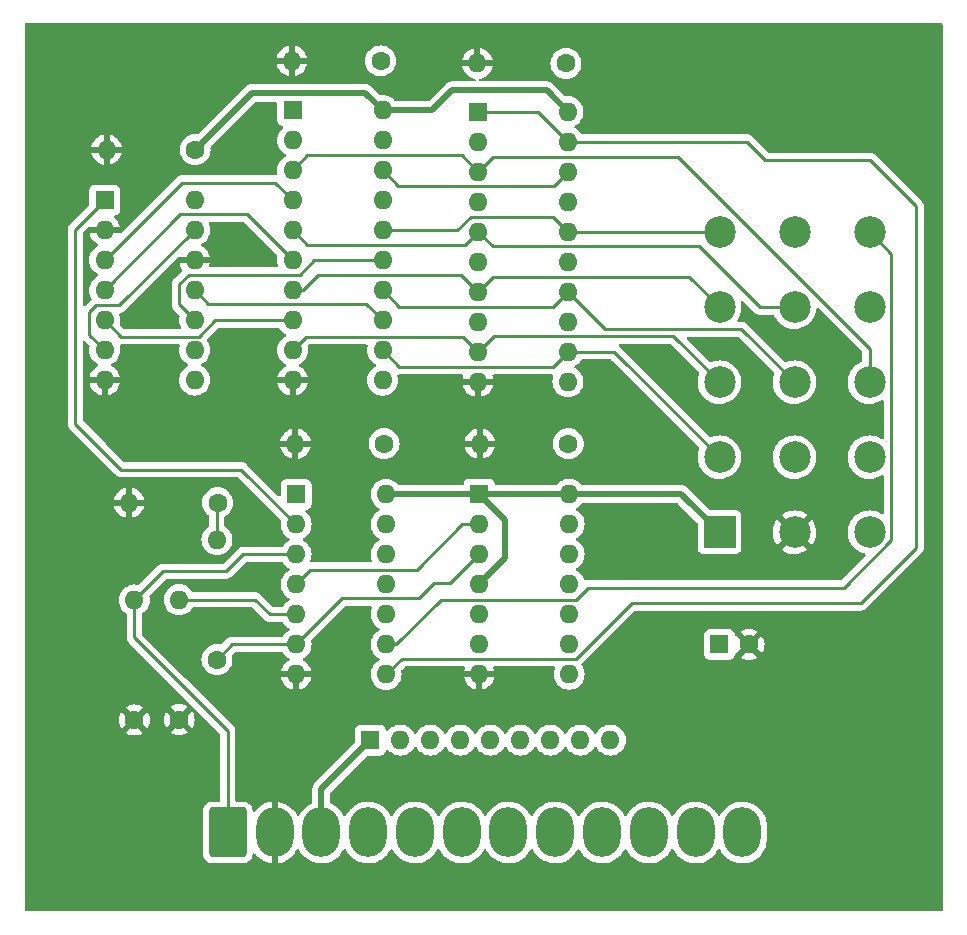
<source format=gbr>
%TF.GenerationSoftware,KiCad,Pcbnew,(6.0.5-0)*%
%TF.CreationDate,2023-12-07T08:40:19-07:00*%
%TF.ProjectId,sega-800-0374,73656761-2d38-4303-902d-303337342e6b,rev?*%
%TF.SameCoordinates,Original*%
%TF.FileFunction,Copper,L1,Top*%
%TF.FilePolarity,Positive*%
%FSLAX46Y46*%
G04 Gerber Fmt 4.6, Leading zero omitted, Abs format (unit mm)*
G04 Created by KiCad (PCBNEW (6.0.5-0)) date 2023-12-07 08:40:19*
%MOMM*%
%LPD*%
G01*
G04 APERTURE LIST*
G04 Aperture macros list*
%AMRoundRect*
0 Rectangle with rounded corners*
0 $1 Rounding radius*
0 $2 $3 $4 $5 $6 $7 $8 $9 X,Y pos of 4 corners*
0 Add a 4 corners polygon primitive as box body*
4,1,4,$2,$3,$4,$5,$6,$7,$8,$9,$2,$3,0*
0 Add four circle primitives for the rounded corners*
1,1,$1+$1,$2,$3*
1,1,$1+$1,$4,$5*
1,1,$1+$1,$6,$7*
1,1,$1+$1,$8,$9*
0 Add four rect primitives between the rounded corners*
20,1,$1+$1,$2,$3,$4,$5,0*
20,1,$1+$1,$4,$5,$6,$7,0*
20,1,$1+$1,$6,$7,$8,$9,0*
20,1,$1+$1,$8,$9,$2,$3,0*%
G04 Aperture macros list end*
%TA.AperFunction,ComponentPad*%
%ADD10O,1.600000X1.600000*%
%TD*%
%TA.AperFunction,ComponentPad*%
%ADD11R,1.600000X1.600000*%
%TD*%
%TA.AperFunction,ComponentPad*%
%ADD12C,1.600000*%
%TD*%
%TA.AperFunction,ComponentPad*%
%ADD13C,2.670000*%
%TD*%
%TA.AperFunction,ComponentPad*%
%ADD14R,2.670000X2.670000*%
%TD*%
%TA.AperFunction,ComponentPad*%
%ADD15O,3.160000X4.200000*%
%TD*%
%TA.AperFunction,ComponentPad*%
%ADD16O,3.159999X4.199999*%
%TD*%
%TA.AperFunction,ComponentPad*%
%ADD17RoundRect,0.250000X-1.330000X-1.850000X1.330000X-1.850000X1.330000X1.850000X-1.330000X1.850000X0*%
%TD*%
%TA.AperFunction,ViaPad*%
%ADD18C,6.350000*%
%TD*%
%TA.AperFunction,Conductor*%
%ADD19C,0.254000*%
%TD*%
%TA.AperFunction,Conductor*%
%ADD20C,0.508000*%
%TD*%
G04 APERTURE END LIST*
D10*
%TO.P,U5,14,VCC*%
%TO.N,+5V*%
X115811500Y-101589000D03*
%TO.P,U5,13*%
%TO.N,N/C*%
X115811500Y-104129000D03*
%TO.P,U5,12*%
X115811500Y-106669000D03*
%TO.P,U5,11*%
X115811500Y-109209000D03*
%TO.P,U5,10*%
X115811500Y-111749000D03*
%TO.P,U5,9*%
X115811500Y-114289000D03*
%TO.P,U5,8*%
X115811500Y-116829000D03*
%TO.P,U5,7,GND*%
%TO.N,GND*%
X108191500Y-116829000D03*
%TO.P,U5,6,~{Q}*%
%TO.N,unconnected-(U5-Pad6)*%
X108191500Y-114289000D03*
%TO.P,U5,5,Q*%
%TO.N,/SPIN_Q*%
X108191500Y-111749000D03*
%TO.P,U5,4,~{S}*%
%TO.N,+5V*%
X108191500Y-109209000D03*
%TO.P,U5,3,C*%
%TO.N,/SPIN_C*%
X108191500Y-106669000D03*
%TO.P,U5,2,D*%
%TO.N,Net-(U4-Pad4)*%
X108191500Y-104129000D03*
D11*
%TO.P,U5,1,~{R}*%
%TO.N,+5V*%
X108191500Y-101589000D03*
%TD*%
D10*
%TO.P,C25,2*%
%TO.N,GND*%
X108241501Y-97314004D03*
D12*
%TO.P,C25,1*%
%TO.N,+5V*%
X115741501Y-97314004D03*
%TD*%
D10*
%TO.P,U3,20,VCC*%
%TO.N,+5V*%
X115711500Y-69214000D03*
%TO.P,U3,19,OEb*%
%TO.N,Net-(U3-Pad1)*%
X115711500Y-71754000D03*
%TO.P,U3,18,O0a*%
%TO.N,/B0*%
X115711500Y-74294000D03*
%TO.P,U3,17,I3b*%
%TO.N,/IN7*%
X115711500Y-76834000D03*
%TO.P,U3,16,O1a*%
%TO.N,/B1*%
X115711500Y-79374000D03*
%TO.P,U3,15,I2b*%
%TO.N,/IN6*%
X115711500Y-81914000D03*
%TO.P,U3,14,O2a*%
%TO.N,/B2*%
X115711500Y-84454000D03*
%TO.P,U3,13,I1b*%
%TO.N,/IN5*%
X115711500Y-86994000D03*
%TO.P,U3,12,O3a*%
%TO.N,/B3*%
X115711500Y-89534000D03*
%TO.P,U3,11,I0b*%
%TO.N,/IN4*%
X115711500Y-92074000D03*
%TO.P,U3,10,GND*%
%TO.N,GND*%
X108091500Y-92074000D03*
%TO.P,U3,9,O0b*%
%TO.N,/B4*%
X108091500Y-89534000D03*
%TO.P,U3,8,I3a*%
%TO.N,/IN0*%
X108091500Y-86994000D03*
%TO.P,U3,7,O1b*%
%TO.N,/B5*%
X108091500Y-84454000D03*
%TO.P,U3,6,I2a*%
%TO.N,/IN1*%
X108091500Y-81914000D03*
%TO.P,U3,5,O2b*%
%TO.N,/B6*%
X108091500Y-79374000D03*
%TO.P,U3,4,I1a*%
%TO.N,/IN3*%
X108091500Y-76834000D03*
%TO.P,U3,3,O3b*%
%TO.N,/B7*%
X108091500Y-74294000D03*
%TO.P,U3,2,I0a*%
%TO.N,/IN2*%
X108091500Y-71754000D03*
D11*
%TO.P,U3,1,OEa*%
%TO.N,Net-(U3-Pad1)*%
X108091500Y-69214000D03*
%TD*%
D10*
%TO.P,C22,2*%
%TO.N,GND*%
X92341507Y-64913993D03*
D12*
%TO.P,C22,1*%
%TO.N,+5V*%
X99841507Y-64913993D03*
%TD*%
D10*
%TO.P,C24,2*%
%TO.N,GND*%
X92641507Y-97314004D03*
D12*
%TO.P,C24,1*%
%TO.N,+5V*%
X100141507Y-97314004D03*
%TD*%
D10*
%TO.P,C4,2*%
%TO.N,GND*%
X78541509Y-102313994D03*
D12*
%TO.P,C4,1*%
%TO.N,N/C*%
X86041509Y-102313994D03*
%TD*%
D13*
%TO.P,P10,15,15*%
%TO.N,/OUT0*%
X141241501Y-79413989D03*
%TO.P,P10,14,14*%
%TO.N,/B0*%
X134891501Y-79413989D03*
%TO.P,P10,13,13*%
%TO.N,/B1*%
X128541501Y-79413989D03*
%TO.P,P10,12,12*%
%TO.N,/OUT1*%
X141241501Y-85763989D03*
%TO.P,P10,11,11*%
%TO.N,/B6*%
X134891501Y-85763989D03*
%TO.P,P10,10,10*%
%TO.N,/B5*%
X128541501Y-85763989D03*
%TO.P,P10,9,9*%
%TO.N,/B7*%
X141241501Y-92113989D03*
%TO.P,P10,8,8*%
%TO.N,/B2*%
X134891501Y-92113989D03*
%TO.P,P10,7,7*%
%TO.N,/B4*%
X128541501Y-92113989D03*
%TO.P,P10,6,6*%
%TO.N,unconnected-(P1-Pad6)*%
X141241501Y-98463989D03*
%TO.P,P10,5,5*%
%TO.N,/OUT3*%
X134891501Y-98463989D03*
%TO.P,P10,4,4*%
%TO.N,/B3*%
X128541501Y-98463989D03*
%TO.P,P10,3,3*%
%TO.N,/OUT2*%
X141241501Y-104813989D03*
%TO.P,P10,2,2*%
%TO.N,GND*%
X134891501Y-104813989D03*
D14*
%TO.P,P10,1,1*%
%TO.N,+5V*%
X128541501Y-104813989D03*
%TD*%
D11*
%TO.P,RN1,1,common*%
%TO.N,+5V*%
X98971500Y-122414000D03*
D10*
%TO.P,RN1,2,R1*%
%TO.N,/IN1*%
X101511506Y-122414005D03*
%TO.P,RN1,3,R2*%
%TO.N,/IN0*%
X104051506Y-122414005D03*
%TO.P,RN1,4,R3*%
%TO.N,/IN3*%
X106591506Y-122414005D03*
%TO.P,RN1,5,R4*%
%TO.N,/IN2*%
X109131506Y-122414005D03*
%TO.P,RN1,6,R5*%
%TO.N,/IN4*%
X111671500Y-122414000D03*
%TO.P,RN1,7,R6*%
%TO.N,/IN5*%
X114211500Y-122414000D03*
%TO.P,RN1,8,R7*%
%TO.N,/IN6*%
X116751500Y-122414000D03*
%TO.P,RN1,9,R8*%
%TO.N,/IN7*%
X119291500Y-122414000D03*
%TD*%
D11*
%TO.P,U1,1,CP*%
%TO.N,Net-(U1-Pad1)*%
X76491500Y-76689000D03*
D10*
%TO.P,U1,2,MR*%
%TO.N,GND*%
X76491500Y-79229000D03*
%TO.P,U1,3,Q0*%
%TO.N,/Q0*%
X76491500Y-81769000D03*
%TO.P,U1,4,Q1*%
%TO.N,/Q1*%
X76491500Y-84309000D03*
%TO.P,U1,5,Q2*%
%TO.N,/Q2*%
X76491500Y-86849000D03*
%TO.P,U1,6,Q3*%
%TO.N,/Q3*%
X76491500Y-89389000D03*
%TO.P,U1,7,GND*%
%TO.N,GND*%
X76491500Y-91929000D03*
%TO.P,U1,8,Q3*%
%TO.N,unconnected-(U1-Pad8)*%
X84111500Y-91929000D03*
%TO.P,U1,9,Q2*%
%TO.N,/Q6*%
X84111500Y-89389000D03*
%TO.P,U1,10,Q1*%
%TO.N,/Q5*%
X84111500Y-86849000D03*
%TO.P,U1,11,Q0*%
%TO.N,/Q4*%
X84111500Y-84309000D03*
%TO.P,U1,12,MR*%
%TO.N,GND*%
X84111500Y-81769000D03*
%TO.P,U1,13,CP*%
%TO.N,/Q3*%
X84111500Y-79229000D03*
%TO.P,U1,14,VCC*%
%TO.N,+5V*%
X84111500Y-76689000D03*
%TD*%
%TO.P,C23,2*%
%TO.N,GND*%
X108041501Y-65113992D03*
D12*
%TO.P,C23,1*%
%TO.N,+5V*%
X115541501Y-65113992D03*
%TD*%
D10*
%TO.P,R1,2*%
%TO.N,N/C*%
X85991497Y-105434003D03*
D12*
%TO.P,R1,1*%
%TO.N,/SPIN_C*%
X85991497Y-115594003D03*
%TD*%
D10*
%TO.P,R2,2*%
%TO.N,/SPIN_DIR*%
X78991511Y-110554008D03*
D12*
%TO.P,R2,1*%
%TO.N,GND*%
X78991511Y-120714008D03*
%TD*%
%TO.P,C1,1*%
%TO.N,+5V*%
X84141500Y-72414000D03*
D10*
%TO.P,C1,2*%
%TO.N,GND*%
X76641500Y-72414000D03*
%TD*%
D11*
%TO.P,U2,1,OEa*%
%TO.N,/OUT0*%
X92391500Y-69089000D03*
D10*
%TO.P,U2,2,I0a*%
%TO.N,/SPIN_Q*%
X92391500Y-71629000D03*
%TO.P,U2,3,O3b*%
%TO.N,/B7*%
X92391500Y-74169000D03*
%TO.P,U2,4,I1a*%
%TO.N,/Q0*%
X92391500Y-76709000D03*
%TO.P,U2,5,O2b*%
%TO.N,/B6*%
X92391500Y-79249000D03*
%TO.P,U2,6,I2a*%
%TO.N,/Q1*%
X92391500Y-81789000D03*
%TO.P,U2,7,O1b*%
%TO.N,/B5*%
X92391500Y-84329000D03*
%TO.P,U2,8,I3a*%
%TO.N,/Q2*%
X92391500Y-86869000D03*
%TO.P,U2,9,O0b*%
%TO.N,/B4*%
X92391500Y-89409000D03*
%TO.P,U2,10,GND*%
%TO.N,GND*%
X92391500Y-91949000D03*
%TO.P,U2,11,I0b*%
%TO.N,/Q3*%
X100011500Y-91949000D03*
%TO.P,U2,12,O3a*%
%TO.N,/B3*%
X100011500Y-89409000D03*
%TO.P,U2,13,I1b*%
%TO.N,/Q4*%
X100011500Y-86869000D03*
%TO.P,U2,14,O2a*%
%TO.N,/B2*%
X100011500Y-84329000D03*
%TO.P,U2,15,I2b*%
%TO.N,/Q5*%
X100011500Y-81789000D03*
%TO.P,U2,16,O1a*%
%TO.N,/B1*%
X100011500Y-79249000D03*
%TO.P,U2,17,I3b*%
%TO.N,/Q6*%
X100011500Y-76709000D03*
%TO.P,U2,18,O0a*%
%TO.N,/B0*%
X100011500Y-74169000D03*
%TO.P,U2,19,OEb*%
%TO.N,/OUT0*%
X100011500Y-71629000D03*
%TO.P,U2,20,VCC*%
%TO.N,+5V*%
X100011500Y-69089000D03*
%TD*%
D12*
%TO.P,C3,2*%
%TO.N,GND*%
X131038849Y-114313995D03*
D11*
%TO.P,C3,1*%
%TO.N,+5V*%
X128538849Y-114313995D03*
%TD*%
D15*
%TO.P,P30,12,Pin_12*%
%TO.N,/IN7*%
X130471510Y-130239008D03*
%TO.P,P30,11,Pin_11*%
%TO.N,/IN6*%
X126511510Y-130239008D03*
%TO.P,P30,10,Pin_10*%
%TO.N,/IN5*%
X122551510Y-130239008D03*
%TO.P,P30,9,Pin_9*%
%TO.N,/IN4*%
X118591510Y-130239008D03*
D16*
%TO.P,P30,8,Pin_8*%
%TO.N,/IN2*%
X114631521Y-130239008D03*
%TO.P,P30,7,Pin_7*%
%TO.N,/IN3*%
X110671508Y-130239008D03*
%TO.P,P30,6,Pin_6*%
%TO.N,/IN0*%
X106711521Y-130239008D03*
%TO.P,P30,5,Pin_5*%
%TO.N,/IN1*%
X102751509Y-130239008D03*
D15*
%TO.P,P30,4,Pin_4*%
%TO.N,/SPIN_CLK*%
X98791510Y-130239008D03*
%TO.P,P30,3,Pin_3*%
%TO.N,+5V*%
X94831510Y-130239008D03*
%TO.P,P30,2,Pin_2*%
%TO.N,GND*%
X90871510Y-130239008D03*
D17*
%TO.P,P30,1,Pin_1*%
%TO.N,/SPIN_DIR*%
X86911510Y-130239008D03*
%TD*%
D10*
%TO.P,U4,14,VCC*%
%TO.N,+5V*%
X100311500Y-101614000D03*
%TO.P,U4,13*%
%TO.N,N/C*%
X100311500Y-104154000D03*
%TO.P,U4,12*%
X100311500Y-106694000D03*
%TO.P,U4,11*%
X100311500Y-109234000D03*
%TO.P,U4,10*%
X100311500Y-111774000D03*
%TO.P,U4,9*%
%TO.N,/OUT0*%
X100311500Y-114314000D03*
%TO.P,U4,8*%
%TO.N,Net-(U3-Pad1)*%
X100311500Y-116854000D03*
%TO.P,U4,7,GND*%
%TO.N,GND*%
X92691500Y-116854000D03*
%TO.P,U4,6*%
%TO.N,/SPIN_C*%
X92691500Y-114314000D03*
%TO.P,U4,5*%
%TO.N,/SPIN_CLK*%
X92691500Y-111774000D03*
%TO.P,U4,4*%
%TO.N,Net-(U4-Pad4)*%
X92691500Y-109234000D03*
%TO.P,U4,3*%
%TO.N,/SPIN_DIR*%
X92691500Y-106694000D03*
%TO.P,U4,2*%
%TO.N,Net-(U1-Pad1)*%
X92691500Y-104154000D03*
D11*
%TO.P,U4,1*%
%TO.N,N/C*%
X92691509Y-101613995D03*
%TD*%
D10*
%TO.P,R3,2*%
%TO.N,/SPIN_CLK*%
X82791503Y-110533993D03*
D12*
%TO.P,R3,1*%
%TO.N,GND*%
X82791503Y-120693993D03*
%TD*%
D18*
%TO.N,GND*%
X74271505Y-66294000D03*
X74271500Y-129794000D03*
X142891510Y-66613989D03*
X142851500Y-129794000D03*
%TD*%
D19*
%TO.N,*%
X85991500Y-105434000D02*
X85991500Y-102364000D01*
X85991500Y-102364000D02*
X86041500Y-102314000D01*
D20*
%TO.N,+5V*%
X98791497Y-122593989D02*
X94831510Y-126554001D01*
X110391500Y-107009000D02*
X108191500Y-109209000D01*
X104216500Y-69089000D02*
X105891500Y-67414000D01*
X94831510Y-126554001D02*
X94831510Y-130239008D01*
X100011500Y-69089000D02*
X98536500Y-67614000D01*
X100011500Y-69089000D02*
X104216500Y-69089000D01*
X98536500Y-67614000D02*
X88941500Y-67614000D01*
X108191500Y-101589000D02*
X115811500Y-101589000D01*
X113911500Y-67414000D02*
X115711500Y-69214000D01*
X88941500Y-67614000D02*
X84141500Y-72414000D01*
X110391500Y-103789000D02*
X110391500Y-107009000D01*
X105891500Y-67414000D02*
X113911500Y-67414000D01*
X108166500Y-101614000D02*
X108191500Y-101589000D01*
X125316500Y-101589000D02*
X128541500Y-104814000D01*
X108191500Y-101589000D02*
X110391500Y-103789000D01*
X100311500Y-101614000D02*
X108166500Y-101614000D01*
X115811500Y-101589000D02*
X125316500Y-101589000D01*
D19*
%TO.N,/B3*%
X114431500Y-90814000D02*
X115711500Y-89534000D01*
X101416500Y-90814000D02*
X114431500Y-90814000D01*
X100011500Y-89409000D02*
X101416500Y-90814000D01*
X128541500Y-98464000D02*
X119611500Y-89534000D01*
X119611500Y-89534000D02*
X115711500Y-89534000D01*
%TO.N,/B4*%
X128541500Y-92114000D02*
X124641500Y-88214000D01*
X109411500Y-88214000D02*
X108091500Y-89534000D01*
X93518011Y-88282489D02*
X92391500Y-89409000D01*
X124641500Y-88214000D02*
X109411500Y-88214000D01*
X108091500Y-89534000D02*
X106839989Y-88282489D01*
X106839989Y-88282489D02*
X93518011Y-88282489D01*
%TO.N,/B2*%
X115711500Y-84454000D02*
X114451500Y-85714000D01*
X115711500Y-84454000D02*
X118871500Y-87614000D01*
X101396500Y-85714000D02*
X100011500Y-84329000D01*
X130391500Y-87614000D02*
X134891500Y-92114000D01*
X114451500Y-85714000D02*
X101396500Y-85714000D01*
X118871500Y-87614000D02*
X130391500Y-87614000D01*
%TO.N,/B7*%
X106711500Y-72914000D02*
X108091500Y-74294000D01*
X93646500Y-72914000D02*
X106711500Y-72914000D01*
X141241500Y-89264000D02*
X124991500Y-73014000D01*
X92391500Y-74169000D02*
X93646500Y-72914000D01*
X109371500Y-73014000D02*
X108091500Y-74294000D01*
X124991500Y-73014000D02*
X109371500Y-73014000D01*
X141241500Y-92114000D02*
X141241500Y-89264000D01*
%TO.N,/B5*%
X128541500Y-85764000D02*
X125991500Y-83214000D01*
X94579989Y-83014000D02*
X93264989Y-84329000D01*
X93264989Y-84329000D02*
X92391500Y-84329000D01*
X109331500Y-83214000D02*
X108091500Y-84454000D01*
X108091500Y-84454000D02*
X106651500Y-83014000D01*
X125991500Y-83214000D02*
X109331500Y-83214000D01*
X106651500Y-83014000D02*
X94579989Y-83014000D01*
%TO.N,/B6*%
X131941500Y-85764000D02*
X134891500Y-85764000D01*
X109331500Y-80614000D02*
X126791500Y-80614000D01*
X106951500Y-80514000D02*
X93656500Y-80514000D01*
X93656500Y-80514000D02*
X92391500Y-79249000D01*
X126791500Y-80614000D02*
X131941500Y-85764000D01*
X108091500Y-79374000D02*
X106951500Y-80514000D01*
X108091500Y-79374000D02*
X109331500Y-80614000D01*
%TO.N,/B1*%
X115711500Y-79374000D02*
X114451500Y-78114000D01*
X128541500Y-79414000D02*
X115751500Y-79414000D01*
X114451500Y-78114000D02*
X107484522Y-78114000D01*
X115751500Y-79414000D02*
X115711500Y-79374000D01*
X107484522Y-78114000D02*
X106349522Y-79249000D01*
X106349522Y-79249000D02*
X100011500Y-79249000D01*
%TO.N,/B0*%
X101356500Y-75514000D02*
X100011500Y-74169000D01*
X114491500Y-75514000D02*
X101356500Y-75514000D01*
X115711500Y-74294000D02*
X114491500Y-75514000D01*
%TO.N,/OUT0*%
X104987874Y-110514000D02*
X101187874Y-114314000D01*
X117391500Y-109514000D02*
X116391500Y-110514000D01*
X143091500Y-81264000D02*
X143091500Y-105514000D01*
X116391500Y-110514000D02*
X104987874Y-110514000D01*
X139091500Y-109514000D02*
X117391500Y-109514000D01*
X141241500Y-79414000D02*
X143091500Y-81264000D01*
X143091500Y-105514000D02*
X139091500Y-109514000D01*
X101187874Y-114314000D02*
X100311500Y-114314000D01*
%TO.N,/SPIN_DIR*%
X86911510Y-121634010D02*
X86911510Y-130239008D01*
X78991511Y-110554008D02*
X78991511Y-113714011D01*
X92691500Y-106694000D02*
X92471500Y-106914000D01*
X86791500Y-108114000D02*
X81431519Y-108114000D01*
X86891500Y-130219000D02*
X86911500Y-130239000D01*
X88211500Y-106694000D02*
X86791500Y-108114000D01*
X81431519Y-108114000D02*
X78991511Y-110554008D01*
X92691500Y-106694000D02*
X88211500Y-106694000D01*
X78991511Y-113714011D02*
X86911510Y-121634010D01*
%TO.N,/SPIN_CLK*%
X89211500Y-110534000D02*
X82791500Y-110534000D01*
X90451500Y-111774000D02*
X89211500Y-110534000D01*
X92691500Y-111774000D02*
X90451500Y-111774000D01*
%TO.N,/SPIN_C*%
X103091500Y-110414000D02*
X96591500Y-110414000D01*
X108191500Y-106669000D02*
X105746500Y-109114000D01*
X105746500Y-109114000D02*
X104391500Y-109114000D01*
X92691500Y-114314000D02*
X87271500Y-114314000D01*
X104391500Y-109114000D02*
X103091500Y-110414000D01*
X87271500Y-114314000D02*
X85991500Y-115594000D01*
X96591500Y-110414000D02*
X92691500Y-114314000D01*
%TO.N,/Q0*%
X92391500Y-76709000D02*
X90896500Y-75214000D01*
X90896500Y-75214000D02*
X83046500Y-75214000D01*
X83046500Y-75214000D02*
X76491500Y-81769000D01*
%TO.N,/Q1*%
X82886500Y-77914000D02*
X76491500Y-84309000D01*
X88516500Y-77914000D02*
X82886500Y-77914000D01*
X92391500Y-81789000D02*
X88516500Y-77914000D01*
%TO.N,/Q2*%
X92391500Y-86869000D02*
X85836500Y-86869000D01*
X77904989Y-88262489D02*
X76491500Y-86849000D01*
X84443011Y-88262489D02*
X77904989Y-88262489D01*
X85836500Y-86869000D02*
X84443011Y-88262489D01*
%TO.N,/Q3*%
X75191500Y-86214000D02*
X75191500Y-88089000D01*
X77726500Y-85614000D02*
X75791500Y-85614000D01*
X84111500Y-79229000D02*
X77726500Y-85614000D01*
X75791500Y-85614000D02*
X75191500Y-86214000D01*
X75191500Y-88089000D02*
X76491500Y-89389000D01*
%TO.N,/Q5*%
X94216500Y-81789000D02*
X100011500Y-81789000D01*
X84111500Y-86849000D02*
X82791500Y-85529000D01*
X82791500Y-85529000D02*
X82791500Y-83814000D01*
X83591500Y-83014000D02*
X92991500Y-83014000D01*
X82791500Y-83814000D02*
X83591500Y-83014000D01*
X92991500Y-83014000D02*
X94216500Y-81789000D01*
%TO.N,/Q4*%
X98598011Y-85455511D02*
X85258011Y-85455511D01*
X85258011Y-85455511D02*
X84111500Y-84309000D01*
X100011500Y-86869000D02*
X98598011Y-85455511D01*
%TO.N,Net-(U1-Pad1)*%
X73991500Y-95614000D02*
X77891500Y-99514000D01*
X77891500Y-99514000D02*
X88051500Y-99514000D01*
X88051500Y-99514000D02*
X92691500Y-104154000D01*
X73991500Y-79189000D02*
X73991500Y-95614000D01*
X76491500Y-76689000D02*
X73991500Y-79189000D01*
%TO.N,Net-(U3-Pad1)*%
X113171500Y-69214000D02*
X115711500Y-71754000D01*
X140491500Y-110814000D02*
X121091500Y-110814000D01*
X145191500Y-106114000D02*
X140491500Y-110814000D01*
X141291500Y-73314000D02*
X145191500Y-77214000D01*
X121091500Y-110814000D02*
X116391500Y-115514000D01*
X132391500Y-73314000D02*
X141291500Y-73314000D01*
X145191500Y-77214000D02*
X145191500Y-106114000D01*
X130831500Y-71754000D02*
X132391500Y-73314000D01*
X108091500Y-69214000D02*
X113171500Y-69214000D01*
X115711500Y-71754000D02*
X130831500Y-71754000D01*
X101651500Y-115514000D02*
X100311500Y-116854000D01*
X116391500Y-115514000D02*
X101651500Y-115514000D01*
%TO.N,Net-(U4-Pad4)*%
X102891500Y-108014000D02*
X93911500Y-108014000D01*
X108191500Y-104129000D02*
X106776500Y-104129000D01*
X106776500Y-104129000D02*
X102891500Y-108014000D01*
X93911500Y-108014000D02*
X92691500Y-109234000D01*
%TD*%
%TA.AperFunction,Conductor*%
%TO.N,GND*%
G36*
X147365121Y-61742502D02*
G01*
X147411614Y-61796158D01*
X147423000Y-61848500D01*
X147423000Y-136779500D01*
X147402998Y-136847621D01*
X147349342Y-136894114D01*
X147297000Y-136905500D01*
X69826000Y-136905500D01*
X69757879Y-136885498D01*
X69711386Y-136831842D01*
X69700000Y-136779500D01*
X69700000Y-121800070D01*
X78270004Y-121800070D01*
X78279300Y-121812085D01*
X78330505Y-121847939D01*
X78340000Y-121853422D01*
X78537458Y-121945498D01*
X78547750Y-121949244D01*
X78758199Y-122005633D01*
X78768992Y-122007536D01*
X78986036Y-122026525D01*
X78996986Y-122026525D01*
X79214030Y-122007536D01*
X79224823Y-122005633D01*
X79435272Y-121949244D01*
X79445564Y-121945498D01*
X79643022Y-121853422D01*
X79652517Y-121847939D01*
X79704559Y-121811499D01*
X79712935Y-121801020D01*
X79705867Y-121787574D01*
X79698348Y-121780055D01*
X82069996Y-121780055D01*
X82079292Y-121792070D01*
X82130497Y-121827924D01*
X82139992Y-121833407D01*
X82337450Y-121925483D01*
X82347742Y-121929229D01*
X82558191Y-121985618D01*
X82568984Y-121987521D01*
X82786028Y-122006510D01*
X82796978Y-122006510D01*
X83014022Y-121987521D01*
X83024815Y-121985618D01*
X83235264Y-121929229D01*
X83245556Y-121925483D01*
X83443014Y-121833407D01*
X83452509Y-121827924D01*
X83504551Y-121791484D01*
X83512927Y-121781005D01*
X83505859Y-121767559D01*
X82804315Y-121066015D01*
X82790371Y-121058401D01*
X82788538Y-121058532D01*
X82781923Y-121062783D01*
X82076426Y-121768280D01*
X82069996Y-121780055D01*
X79698348Y-121780055D01*
X79004323Y-121086030D01*
X78990379Y-121078416D01*
X78988546Y-121078547D01*
X78981931Y-121082798D01*
X78276434Y-121788295D01*
X78270004Y-121800070D01*
X69700000Y-121800070D01*
X69700000Y-120719483D01*
X77678994Y-120719483D01*
X77697983Y-120936527D01*
X77699886Y-120947320D01*
X77756275Y-121157769D01*
X77760021Y-121168061D01*
X77852097Y-121365519D01*
X77857580Y-121375014D01*
X77894020Y-121427056D01*
X77904499Y-121435432D01*
X77917945Y-121428364D01*
X78619489Y-120726820D01*
X78625867Y-120715140D01*
X79355919Y-120715140D01*
X79356050Y-120716973D01*
X79360301Y-120723588D01*
X80065798Y-121429085D01*
X80077573Y-121435515D01*
X80089588Y-121426219D01*
X80125442Y-121375014D01*
X80130925Y-121365519D01*
X80223001Y-121168061D01*
X80226747Y-121157769D01*
X80283136Y-120947320D01*
X80285039Y-120936527D01*
X80304028Y-120719483D01*
X80304028Y-120708533D01*
X80303235Y-120699468D01*
X81478986Y-120699468D01*
X81497975Y-120916512D01*
X81499878Y-120927305D01*
X81556267Y-121137754D01*
X81560013Y-121148046D01*
X81652089Y-121345504D01*
X81657572Y-121354999D01*
X81694012Y-121407041D01*
X81704491Y-121415417D01*
X81717937Y-121408349D01*
X82419481Y-120706805D01*
X82425859Y-120695125D01*
X83155911Y-120695125D01*
X83156042Y-120696958D01*
X83160293Y-120703573D01*
X83865790Y-121409070D01*
X83877565Y-121415500D01*
X83889580Y-121406204D01*
X83925434Y-121354999D01*
X83930917Y-121345504D01*
X84022993Y-121148046D01*
X84026739Y-121137754D01*
X84083128Y-120927305D01*
X84085031Y-120916512D01*
X84104020Y-120699468D01*
X84104020Y-120688518D01*
X84085031Y-120471474D01*
X84083128Y-120460681D01*
X84026739Y-120250232D01*
X84022993Y-120239940D01*
X83930917Y-120042482D01*
X83925434Y-120032987D01*
X83888994Y-119980945D01*
X83878515Y-119972569D01*
X83865069Y-119979637D01*
X83163525Y-120681181D01*
X83155911Y-120695125D01*
X82425859Y-120695125D01*
X82427095Y-120692861D01*
X82426964Y-120691028D01*
X82422713Y-120684413D01*
X81717216Y-119978916D01*
X81705441Y-119972486D01*
X81693426Y-119981782D01*
X81657572Y-120032987D01*
X81652089Y-120042482D01*
X81560013Y-120239940D01*
X81556267Y-120250232D01*
X81499878Y-120460681D01*
X81497975Y-120471474D01*
X81478986Y-120688518D01*
X81478986Y-120699468D01*
X80303235Y-120699468D01*
X80285039Y-120491489D01*
X80283136Y-120480696D01*
X80226747Y-120270247D01*
X80223001Y-120259955D01*
X80130925Y-120062497D01*
X80125442Y-120053002D01*
X80089002Y-120000960D01*
X80078523Y-119992584D01*
X80065077Y-119999652D01*
X79363533Y-120701196D01*
X79355919Y-120715140D01*
X78625867Y-120715140D01*
X78627103Y-120712876D01*
X78626972Y-120711043D01*
X78622721Y-120704428D01*
X77917224Y-119998931D01*
X77905449Y-119992501D01*
X77893434Y-120001797D01*
X77857580Y-120053002D01*
X77852097Y-120062497D01*
X77760021Y-120259955D01*
X77756275Y-120270247D01*
X77699886Y-120480696D01*
X77697983Y-120491489D01*
X77678994Y-120708533D01*
X77678994Y-120719483D01*
X69700000Y-120719483D01*
X69700000Y-119626996D01*
X78270087Y-119626996D01*
X78277155Y-119640442D01*
X78978699Y-120341986D01*
X78992643Y-120349600D01*
X78994476Y-120349469D01*
X79001091Y-120345218D01*
X79706588Y-119639721D01*
X79713018Y-119627946D01*
X79703722Y-119615931D01*
X79690940Y-119606981D01*
X82070079Y-119606981D01*
X82077147Y-119620427D01*
X82778691Y-120321971D01*
X82792635Y-120329585D01*
X82794468Y-120329454D01*
X82801083Y-120325203D01*
X83506580Y-119619706D01*
X83513010Y-119607931D01*
X83503714Y-119595916D01*
X83452509Y-119560062D01*
X83443014Y-119554579D01*
X83245556Y-119462503D01*
X83235264Y-119458757D01*
X83024815Y-119402368D01*
X83014022Y-119400465D01*
X82796978Y-119381476D01*
X82786028Y-119381476D01*
X82568984Y-119400465D01*
X82558191Y-119402368D01*
X82347742Y-119458757D01*
X82337450Y-119462503D01*
X82139992Y-119554579D01*
X82130497Y-119560062D01*
X82078455Y-119596502D01*
X82070079Y-119606981D01*
X79690940Y-119606981D01*
X79652517Y-119580077D01*
X79643022Y-119574594D01*
X79445564Y-119482518D01*
X79435272Y-119478772D01*
X79224823Y-119422383D01*
X79214030Y-119420480D01*
X78996986Y-119401491D01*
X78986036Y-119401491D01*
X78768992Y-119420480D01*
X78758199Y-119422383D01*
X78547750Y-119478772D01*
X78537458Y-119482518D01*
X78340000Y-119574594D01*
X78330505Y-119580077D01*
X78278463Y-119616517D01*
X78270087Y-119626996D01*
X69700000Y-119626996D01*
X69700000Y-105434003D01*
X84677999Y-105434003D01*
X84697954Y-105662090D01*
X84699378Y-105667403D01*
X84699378Y-105667405D01*
X84741526Y-105824700D01*
X84757213Y-105883246D01*
X84759536Y-105888227D01*
X84759536Y-105888228D01*
X84851648Y-106085765D01*
X84851651Y-106085770D01*
X84853974Y-106090752D01*
X84901063Y-106158002D01*
X84981329Y-106272633D01*
X84985299Y-106278303D01*
X85147197Y-106440201D01*
X85151705Y-106443358D01*
X85151708Y-106443360D01*
X85193569Y-106472671D01*
X85334748Y-106571526D01*
X85339730Y-106573849D01*
X85339735Y-106573852D01*
X85537272Y-106665964D01*
X85542254Y-106668287D01*
X85547562Y-106669709D01*
X85547564Y-106669710D01*
X85758095Y-106726122D01*
X85758097Y-106726122D01*
X85763410Y-106727546D01*
X85991497Y-106747501D01*
X86219584Y-106727546D01*
X86224897Y-106726122D01*
X86224899Y-106726122D01*
X86435430Y-106669710D01*
X86435432Y-106669709D01*
X86440740Y-106668287D01*
X86445722Y-106665964D01*
X86643259Y-106573852D01*
X86643264Y-106573849D01*
X86648246Y-106571526D01*
X86789425Y-106472671D01*
X86831286Y-106443360D01*
X86831289Y-106443358D01*
X86835797Y-106440201D01*
X86997695Y-106278303D01*
X87001666Y-106272633D01*
X87081931Y-106158002D01*
X87129020Y-106090752D01*
X87131343Y-106085770D01*
X87131346Y-106085765D01*
X87223458Y-105888228D01*
X87223458Y-105888227D01*
X87225781Y-105883246D01*
X87241469Y-105824700D01*
X87283616Y-105667405D01*
X87283616Y-105667403D01*
X87285040Y-105662090D01*
X87304995Y-105434003D01*
X87285040Y-105205916D01*
X87281570Y-105192966D01*
X87227204Y-104990070D01*
X87227203Y-104990068D01*
X87225781Y-104984760D01*
X87172759Y-104871053D01*
X87131346Y-104782241D01*
X87131343Y-104782236D01*
X87129020Y-104777254D01*
X87045199Y-104657545D01*
X87000854Y-104594214D01*
X87000852Y-104594211D01*
X86997695Y-104589703D01*
X86835797Y-104427805D01*
X86831289Y-104424648D01*
X86831286Y-104424646D01*
X86680729Y-104319225D01*
X86636401Y-104263768D01*
X86627000Y-104216012D01*
X86627000Y-103564851D01*
X86647002Y-103496730D01*
X86689997Y-103455733D01*
X86693273Y-103453842D01*
X86698258Y-103451517D01*
X86703388Y-103447925D01*
X86881298Y-103323351D01*
X86881301Y-103323349D01*
X86885809Y-103320192D01*
X87047707Y-103158294D01*
X87057818Y-103143855D01*
X87134907Y-103033760D01*
X87179032Y-102970743D01*
X87181355Y-102965761D01*
X87181358Y-102965756D01*
X87273470Y-102768219D01*
X87273470Y-102768218D01*
X87275793Y-102763237D01*
X87286477Y-102723366D01*
X87326537Y-102573859D01*
X87335052Y-102542081D01*
X87355007Y-102313994D01*
X87335052Y-102085907D01*
X87324753Y-102047472D01*
X87277216Y-101870061D01*
X87277215Y-101870059D01*
X87275793Y-101864751D01*
X87265225Y-101842087D01*
X87181358Y-101662232D01*
X87181355Y-101662227D01*
X87179032Y-101657245D01*
X87047707Y-101469694D01*
X86885809Y-101307796D01*
X86881301Y-101304639D01*
X86881298Y-101304637D01*
X86803120Y-101249896D01*
X86698258Y-101176471D01*
X86693276Y-101174148D01*
X86693271Y-101174145D01*
X86495734Y-101082033D01*
X86495733Y-101082033D01*
X86490752Y-101079710D01*
X86485444Y-101078288D01*
X86485442Y-101078287D01*
X86274911Y-101021875D01*
X86274909Y-101021875D01*
X86269596Y-101020451D01*
X86041509Y-101000496D01*
X85813422Y-101020451D01*
X85808109Y-101021875D01*
X85808107Y-101021875D01*
X85597576Y-101078287D01*
X85597574Y-101078288D01*
X85592266Y-101079710D01*
X85587285Y-101082033D01*
X85587284Y-101082033D01*
X85389747Y-101174145D01*
X85389742Y-101174148D01*
X85384760Y-101176471D01*
X85279898Y-101249896D01*
X85201720Y-101304637D01*
X85201717Y-101304639D01*
X85197209Y-101307796D01*
X85035311Y-101469694D01*
X84903986Y-101657245D01*
X84901663Y-101662227D01*
X84901660Y-101662232D01*
X84817793Y-101842087D01*
X84807225Y-101864751D01*
X84805803Y-101870059D01*
X84805802Y-101870061D01*
X84758265Y-102047472D01*
X84747966Y-102085907D01*
X84728011Y-102313994D01*
X84747966Y-102542081D01*
X84756481Y-102573859D01*
X84796542Y-102723366D01*
X84807225Y-102763237D01*
X84809548Y-102768218D01*
X84809548Y-102768219D01*
X84901660Y-102965756D01*
X84901663Y-102965761D01*
X84903986Y-102970743D01*
X84948111Y-103033760D01*
X85025201Y-103143855D01*
X85035311Y-103158294D01*
X85197209Y-103320192D01*
X85201719Y-103323350D01*
X85201725Y-103323355D01*
X85302270Y-103393757D01*
X85346599Y-103449214D01*
X85356000Y-103496970D01*
X85356000Y-104216008D01*
X85335998Y-104284129D01*
X85302272Y-104319220D01*
X85240602Y-104362402D01*
X85151708Y-104424646D01*
X85151705Y-104424648D01*
X85147197Y-104427805D01*
X84985299Y-104589703D01*
X84982142Y-104594211D01*
X84982140Y-104594214D01*
X84937795Y-104657545D01*
X84853974Y-104777254D01*
X84851651Y-104782236D01*
X84851648Y-104782241D01*
X84810235Y-104871053D01*
X84757213Y-104984760D01*
X84755791Y-104990068D01*
X84755790Y-104990070D01*
X84701424Y-105192966D01*
X84697954Y-105205916D01*
X84677999Y-105434003D01*
X69700000Y-105434003D01*
X69700000Y-102580516D01*
X77258782Y-102580516D01*
X77306273Y-102757755D01*
X77310019Y-102768047D01*
X77402095Y-102965505D01*
X77407578Y-102975001D01*
X77532537Y-103153461D01*
X77539593Y-103161869D01*
X77693634Y-103315910D01*
X77702042Y-103322966D01*
X77880502Y-103447925D01*
X77889998Y-103453408D01*
X78087456Y-103545484D01*
X78097748Y-103549230D01*
X78270012Y-103595388D01*
X78284108Y-103595052D01*
X78287509Y-103587110D01*
X78287509Y-103581961D01*
X78795509Y-103581961D01*
X78799482Y-103595492D01*
X78808031Y-103596721D01*
X78985270Y-103549230D01*
X78995562Y-103545484D01*
X79193020Y-103453408D01*
X79202516Y-103447925D01*
X79380976Y-103322966D01*
X79389384Y-103315910D01*
X79543425Y-103161869D01*
X79550481Y-103153461D01*
X79675440Y-102975001D01*
X79680923Y-102965505D01*
X79772999Y-102768047D01*
X79776745Y-102757755D01*
X79822903Y-102585491D01*
X79822567Y-102571395D01*
X79814625Y-102567994D01*
X78813624Y-102567994D01*
X78798385Y-102572469D01*
X78797180Y-102573859D01*
X78795509Y-102581542D01*
X78795509Y-103581961D01*
X78287509Y-103581961D01*
X78287509Y-102586109D01*
X78283034Y-102570870D01*
X78281644Y-102569665D01*
X78273961Y-102567994D01*
X77273542Y-102567994D01*
X77260011Y-102571967D01*
X77258782Y-102580516D01*
X69700000Y-102580516D01*
X69700000Y-102042497D01*
X77260115Y-102042497D01*
X77260451Y-102056593D01*
X77268393Y-102059994D01*
X78269394Y-102059994D01*
X78284633Y-102055519D01*
X78285838Y-102054129D01*
X78287509Y-102046446D01*
X78287509Y-102041879D01*
X78795509Y-102041879D01*
X78799984Y-102057118D01*
X78801374Y-102058323D01*
X78809057Y-102059994D01*
X79809476Y-102059994D01*
X79823007Y-102056021D01*
X79824236Y-102047472D01*
X79776745Y-101870233D01*
X79772999Y-101859941D01*
X79680923Y-101662483D01*
X79675440Y-101652987D01*
X79550481Y-101474527D01*
X79543425Y-101466119D01*
X79389384Y-101312078D01*
X79380976Y-101305022D01*
X79202516Y-101180063D01*
X79193020Y-101174580D01*
X78995562Y-101082504D01*
X78985270Y-101078758D01*
X78813006Y-101032600D01*
X78798910Y-101032936D01*
X78795509Y-101040878D01*
X78795509Y-102041879D01*
X78287509Y-102041879D01*
X78287509Y-101046027D01*
X78283536Y-101032496D01*
X78274987Y-101031267D01*
X78097748Y-101078758D01*
X78087456Y-101082504D01*
X77889998Y-101174580D01*
X77880502Y-101180063D01*
X77702042Y-101305022D01*
X77693634Y-101312078D01*
X77539593Y-101466119D01*
X77532537Y-101474527D01*
X77407578Y-101652987D01*
X77402095Y-101662483D01*
X77310019Y-101859941D01*
X77306273Y-101870233D01*
X77260115Y-102042497D01*
X69700000Y-102042497D01*
X69700000Y-79168879D01*
X73351265Y-79168879D01*
X73352011Y-79176771D01*
X73355441Y-79213056D01*
X73356000Y-79224914D01*
X73356000Y-95534980D01*
X73355470Y-95546214D01*
X73353792Y-95553719D01*
X73354041Y-95561638D01*
X73355938Y-95622012D01*
X73356000Y-95625969D01*
X73356000Y-95653983D01*
X73356496Y-95657908D01*
X73356496Y-95657909D01*
X73356508Y-95658004D01*
X73357441Y-95669849D01*
X73358835Y-95714205D01*
X73361047Y-95721817D01*
X73364513Y-95733748D01*
X73368523Y-95753112D01*
X73371073Y-95773299D01*
X73373989Y-95780663D01*
X73373990Y-95780668D01*
X73387407Y-95814556D01*
X73391252Y-95825785D01*
X73403631Y-95868393D01*
X73407669Y-95875220D01*
X73407670Y-95875223D01*
X73413988Y-95885906D01*
X73422688Y-95903664D01*
X73427261Y-95915215D01*
X73427265Y-95915221D01*
X73430181Y-95922588D01*
X73434839Y-95928999D01*
X73434840Y-95929001D01*
X73456264Y-95958488D01*
X73462781Y-95968410D01*
X73481326Y-95999768D01*
X73481329Y-95999772D01*
X73485366Y-96006598D01*
X73499750Y-96020982D01*
X73512591Y-96036016D01*
X73524558Y-96052487D01*
X73556327Y-96078768D01*
X73558755Y-96080777D01*
X73567535Y-96088767D01*
X77386250Y-99907483D01*
X77393826Y-99915809D01*
X77397947Y-99922303D01*
X77403722Y-99927726D01*
X77447765Y-99969085D01*
X77450607Y-99971840D01*
X77470406Y-99991639D01*
X77473531Y-99994063D01*
X77473540Y-99994071D01*
X77473626Y-99994137D01*
X77482651Y-100001845D01*
X77514994Y-100032217D01*
X77521938Y-100036035D01*
X77521940Y-100036036D01*
X77532829Y-100042022D01*
X77549347Y-100052873D01*
X77565433Y-100065350D01*
X77606166Y-100082976D01*
X77616814Y-100088193D01*
X77655697Y-100109569D01*
X77663372Y-100111540D01*
X77663378Y-100111542D01*
X77675411Y-100114631D01*
X77694113Y-100121034D01*
X77712792Y-100129117D01*
X77746628Y-100134476D01*
X77756627Y-100136060D01*
X77768240Y-100138465D01*
X77811218Y-100149500D01*
X77831565Y-100149500D01*
X77851277Y-100151051D01*
X77871379Y-100154235D01*
X77879271Y-100153489D01*
X77915556Y-100150059D01*
X77927414Y-100149500D01*
X87736078Y-100149500D01*
X87804199Y-100169502D01*
X87825173Y-100186405D01*
X91381750Y-103742983D01*
X91415776Y-103805295D01*
X91414361Y-103864690D01*
X91399382Y-103920591D01*
X91399381Y-103920598D01*
X91397957Y-103925913D01*
X91378002Y-104154000D01*
X91397957Y-104382087D01*
X91399381Y-104387400D01*
X91399381Y-104387402D01*
X91454797Y-104594214D01*
X91457216Y-104603243D01*
X91459539Y-104608224D01*
X91459539Y-104608225D01*
X91551651Y-104805762D01*
X91551654Y-104805767D01*
X91553977Y-104810749D01*
X91607983Y-104887877D01*
X91672333Y-104979778D01*
X91685302Y-104998300D01*
X91847200Y-105160198D01*
X91851708Y-105163355D01*
X91851711Y-105163357D01*
X91893997Y-105192966D01*
X92034751Y-105291523D01*
X92039733Y-105293846D01*
X92039738Y-105293849D01*
X92073957Y-105309805D01*
X92127242Y-105356722D01*
X92146703Y-105424999D01*
X92126161Y-105492959D01*
X92073957Y-105538195D01*
X92039738Y-105554151D01*
X92039733Y-105554154D01*
X92034751Y-105556477D01*
X91929889Y-105629902D01*
X91851711Y-105684643D01*
X91851708Y-105684645D01*
X91847200Y-105687802D01*
X91685302Y-105849700D01*
X91682145Y-105854208D01*
X91682143Y-105854211D01*
X91675302Y-105863981D01*
X91578819Y-106001774D01*
X91576720Y-106004771D01*
X91521263Y-106049099D01*
X91473507Y-106058500D01*
X88290520Y-106058500D01*
X88279286Y-106057970D01*
X88271781Y-106056292D01*
X88204071Y-106058420D01*
X88203488Y-106058438D01*
X88199531Y-106058500D01*
X88171517Y-106058500D01*
X88167592Y-106058996D01*
X88167591Y-106058996D01*
X88167496Y-106059008D01*
X88155651Y-106059941D01*
X88125830Y-106060878D01*
X88119218Y-106061086D01*
X88119217Y-106061086D01*
X88111295Y-106061335D01*
X88091752Y-106067013D01*
X88072388Y-106071023D01*
X88060060Y-106072580D01*
X88060058Y-106072580D01*
X88052201Y-106073573D01*
X88044837Y-106076489D01*
X88044832Y-106076490D01*
X88010944Y-106089907D01*
X87999715Y-106093752D01*
X87994525Y-106095260D01*
X87957107Y-106106131D01*
X87950281Y-106110168D01*
X87939591Y-106116490D01*
X87921841Y-106125187D01*
X87902912Y-106132681D01*
X87896496Y-106137342D01*
X87896495Y-106137343D01*
X87867019Y-106158759D01*
X87857095Y-106165278D01*
X87825724Y-106183830D01*
X87825719Y-106183834D01*
X87818901Y-106187866D01*
X87804514Y-106202253D01*
X87789480Y-106215094D01*
X87773013Y-106227058D01*
X87767960Y-106233166D01*
X87744728Y-106261249D01*
X87736738Y-106270029D01*
X86565172Y-107441595D01*
X86502860Y-107475621D01*
X86476077Y-107478500D01*
X81510539Y-107478500D01*
X81499310Y-107477971D01*
X81491800Y-107476292D01*
X81483874Y-107476541D01*
X81483873Y-107476541D01*
X81423521Y-107478438D01*
X81419563Y-107478500D01*
X81391536Y-107478500D01*
X81387490Y-107479011D01*
X81375662Y-107479942D01*
X81331314Y-107481336D01*
X81323697Y-107483549D01*
X81311772Y-107487013D01*
X81292413Y-107491022D01*
X81291152Y-107491181D01*
X81272220Y-107493573D01*
X81264856Y-107496489D01*
X81264851Y-107496490D01*
X81242940Y-107505166D01*
X81230947Y-107509914D01*
X81219743Y-107513751D01*
X81177126Y-107526132D01*
X81159613Y-107536489D01*
X81141862Y-107545185D01*
X81130304Y-107549761D01*
X81130299Y-107549764D01*
X81122931Y-107552681D01*
X81116516Y-107557342D01*
X81087026Y-107578767D01*
X81077104Y-107585284D01*
X81045747Y-107603828D01*
X81045744Y-107603830D01*
X81038920Y-107607866D01*
X81024533Y-107622253D01*
X81009499Y-107635094D01*
X80993032Y-107647058D01*
X80987979Y-107653166D01*
X80964747Y-107681249D01*
X80956757Y-107690029D01*
X79402528Y-109244258D01*
X79340216Y-109278284D01*
X79280821Y-109276869D01*
X79224920Y-109261890D01*
X79224909Y-109261888D01*
X79219598Y-109260465D01*
X78991511Y-109240510D01*
X78763424Y-109260465D01*
X78758111Y-109261889D01*
X78758109Y-109261889D01*
X78547578Y-109318301D01*
X78547576Y-109318302D01*
X78542268Y-109319724D01*
X78537287Y-109322047D01*
X78537286Y-109322047D01*
X78339749Y-109414159D01*
X78339744Y-109414162D01*
X78334762Y-109416485D01*
X78297749Y-109442402D01*
X78151722Y-109544651D01*
X78151719Y-109544653D01*
X78147211Y-109547810D01*
X77985313Y-109709708D01*
X77982156Y-109714216D01*
X77982154Y-109714219D01*
X77955904Y-109751708D01*
X77853988Y-109897259D01*
X77851665Y-109902241D01*
X77851662Y-109902246D01*
X77766560Y-110084750D01*
X77757227Y-110104765D01*
X77755805Y-110110073D01*
X77755804Y-110110075D01*
X77720578Y-110241539D01*
X77697968Y-110325921D01*
X77678013Y-110554008D01*
X77697968Y-110782095D01*
X77699392Y-110787408D01*
X77699392Y-110787410D01*
X77749743Y-110975319D01*
X77757227Y-111003251D01*
X77759550Y-111008232D01*
X77759550Y-111008233D01*
X77851662Y-111205770D01*
X77851665Y-111205775D01*
X77853988Y-111210757D01*
X77903132Y-111280942D01*
X77977018Y-111386461D01*
X77985313Y-111398308D01*
X78147211Y-111560206D01*
X78151719Y-111563363D01*
X78151722Y-111563365D01*
X78302282Y-111668788D01*
X78346610Y-111724245D01*
X78356011Y-111772001D01*
X78356011Y-113634991D01*
X78355481Y-113646225D01*
X78353803Y-113653730D01*
X78354740Y-113683549D01*
X78355949Y-113722023D01*
X78356011Y-113725980D01*
X78356011Y-113753994D01*
X78356507Y-113757919D01*
X78356507Y-113757920D01*
X78356519Y-113758015D01*
X78357452Y-113769860D01*
X78358846Y-113814216D01*
X78363204Y-113829216D01*
X78364524Y-113833759D01*
X78368534Y-113853123D01*
X78370004Y-113864757D01*
X78371084Y-113873310D01*
X78374000Y-113880674D01*
X78374001Y-113880679D01*
X78387418Y-113914567D01*
X78391263Y-113925796D01*
X78403642Y-113968404D01*
X78407680Y-113975231D01*
X78407681Y-113975234D01*
X78413999Y-113985917D01*
X78422699Y-114003675D01*
X78427272Y-114015226D01*
X78427276Y-114015232D01*
X78430192Y-114022599D01*
X78434850Y-114029010D01*
X78434851Y-114029012D01*
X78456275Y-114058499D01*
X78462792Y-114068421D01*
X78481337Y-114099779D01*
X78481340Y-114099783D01*
X78485377Y-114106609D01*
X78499761Y-114120993D01*
X78512602Y-114136027D01*
X78524569Y-114152498D01*
X78530677Y-114157551D01*
X78558766Y-114180788D01*
X78567546Y-114188778D01*
X86239105Y-121860338D01*
X86273131Y-121922650D01*
X86276010Y-121949433D01*
X86276010Y-127504508D01*
X86256008Y-127572629D01*
X86202352Y-127619122D01*
X86150010Y-127630508D01*
X85531110Y-127630508D01*
X85527864Y-127630845D01*
X85527860Y-127630845D01*
X85432202Y-127640770D01*
X85432198Y-127640771D01*
X85425344Y-127641482D01*
X85418808Y-127643663D01*
X85418806Y-127643663D01*
X85364746Y-127661699D01*
X85257564Y-127697458D01*
X85107162Y-127790530D01*
X84982205Y-127915705D01*
X84889395Y-128066270D01*
X84833713Y-128234147D01*
X84833013Y-128240983D01*
X84833012Y-128240986D01*
X84830585Y-128264672D01*
X84823010Y-128338608D01*
X84823010Y-132139408D01*
X84823347Y-132142654D01*
X84823347Y-132142658D01*
X84830682Y-132213345D01*
X84833984Y-132245174D01*
X84836165Y-132251710D01*
X84836165Y-132251712D01*
X84880238Y-132383814D01*
X84889960Y-132412954D01*
X84983032Y-132563356D01*
X85108207Y-132688313D01*
X85114437Y-132692153D01*
X85114438Y-132692154D01*
X85251600Y-132776702D01*
X85258772Y-132781123D01*
X85338515Y-132807572D01*
X85420121Y-132834640D01*
X85420123Y-132834640D01*
X85426649Y-132836805D01*
X85433485Y-132837505D01*
X85433488Y-132837506D01*
X85476541Y-132841917D01*
X85531110Y-132847508D01*
X88291910Y-132847508D01*
X88295156Y-132847171D01*
X88295160Y-132847171D01*
X88390818Y-132837246D01*
X88390822Y-132837245D01*
X88397676Y-132836534D01*
X88404212Y-132834353D01*
X88404214Y-132834353D01*
X88541426Y-132788575D01*
X88565456Y-132780558D01*
X88715858Y-132687486D01*
X88840815Y-132562311D01*
X88933625Y-132411746D01*
X88989307Y-132243869D01*
X88992133Y-132216293D01*
X88999682Y-132142606D01*
X89000010Y-132139408D01*
X89000010Y-132123216D01*
X89020012Y-132055095D01*
X89073668Y-132008602D01*
X89143942Y-131998498D01*
X89208522Y-132027992D01*
X89227946Y-132049155D01*
X89265514Y-132100863D01*
X89271161Y-132107593D01*
X89467899Y-132311322D01*
X89474421Y-132317193D01*
X89697598Y-132491558D01*
X89704871Y-132496464D01*
X89950136Y-132638068D01*
X89958046Y-132641926D01*
X90220626Y-132748014D01*
X90228978Y-132750728D01*
X90503776Y-132819243D01*
X90512420Y-132820768D01*
X90599495Y-132829920D01*
X90614146Y-132827240D01*
X90617129Y-132816317D01*
X91125510Y-132816317D01*
X91129289Y-132829186D01*
X91144355Y-132831109D01*
X91373553Y-132790695D01*
X91382054Y-132788575D01*
X91651410Y-132701057D01*
X91659557Y-132697766D01*
X91914107Y-132573612D01*
X91921704Y-132569227D01*
X92156499Y-132410855D01*
X92163422Y-132405447D01*
X92373886Y-132215944D01*
X92379993Y-132209619D01*
X92562032Y-131992675D01*
X92567194Y-131985570D01*
X92717280Y-131745382D01*
X92721396Y-131737641D01*
X92737133Y-131702296D01*
X92783113Y-131648201D01*
X92851040Y-131627552D01*
X92919348Y-131646905D01*
X92963489Y-131694391D01*
X93056037Y-131868447D01*
X93058623Y-131872006D01*
X93058624Y-131872008D01*
X93225130Y-132101184D01*
X93227719Y-132104748D01*
X93230775Y-132107912D01*
X93230777Y-132107915D01*
X93427564Y-132311693D01*
X93430618Y-132314856D01*
X93660784Y-132494681D01*
X93913736Y-132640723D01*
X94184552Y-132750140D01*
X94467960Y-132820802D01*
X94472328Y-132821261D01*
X94472333Y-132821262D01*
X94754075Y-132850874D01*
X94754078Y-132850874D01*
X94758444Y-132851333D01*
X94762832Y-132851180D01*
X94762838Y-132851180D01*
X95045953Y-132841293D01*
X95045959Y-132841292D01*
X95050351Y-132841139D01*
X95337998Y-132790419D01*
X95342169Y-132789064D01*
X95342176Y-132789062D01*
X95611597Y-132701521D01*
X95611596Y-132701521D01*
X95615786Y-132700160D01*
X95619739Y-132698232D01*
X95619744Y-132698230D01*
X95874359Y-132574046D01*
X95874361Y-132574045D01*
X95878310Y-132572119D01*
X95881949Y-132569665D01*
X95881955Y-132569661D01*
X96116813Y-132411247D01*
X96116820Y-132411242D01*
X96120459Y-132408787D01*
X96124169Y-132405447D01*
X96334246Y-132216293D01*
X96334247Y-132216292D01*
X96337520Y-132213345D01*
X96426256Y-132107593D01*
X96522440Y-131992966D01*
X96522444Y-131992961D01*
X96525268Y-131989595D01*
X96680049Y-131741894D01*
X96697429Y-131702858D01*
X96743408Y-131648762D01*
X96811335Y-131628112D01*
X96879644Y-131647464D01*
X96923787Y-131694952D01*
X96950727Y-131745618D01*
X97016037Y-131868447D01*
X97018623Y-131872006D01*
X97018624Y-131872008D01*
X97185130Y-132101184D01*
X97187719Y-132104748D01*
X97190775Y-132107912D01*
X97190777Y-132107915D01*
X97387564Y-132311693D01*
X97390618Y-132314856D01*
X97620784Y-132494681D01*
X97873736Y-132640723D01*
X98144552Y-132750140D01*
X98427960Y-132820802D01*
X98432328Y-132821261D01*
X98432333Y-132821262D01*
X98714075Y-132850874D01*
X98714078Y-132850874D01*
X98718444Y-132851333D01*
X98722832Y-132851180D01*
X98722838Y-132851180D01*
X99005953Y-132841293D01*
X99005959Y-132841292D01*
X99010351Y-132841139D01*
X99297998Y-132790419D01*
X99302169Y-132789064D01*
X99302176Y-132789062D01*
X99571597Y-132701521D01*
X99571596Y-132701521D01*
X99575786Y-132700160D01*
X99579739Y-132698232D01*
X99579744Y-132698230D01*
X99834359Y-132574046D01*
X99834361Y-132574045D01*
X99838310Y-132572119D01*
X99841949Y-132569665D01*
X99841955Y-132569661D01*
X100076813Y-132411247D01*
X100076820Y-132411242D01*
X100080459Y-132408787D01*
X100084169Y-132405447D01*
X100294246Y-132216293D01*
X100294247Y-132216292D01*
X100297520Y-132213345D01*
X100386256Y-132107593D01*
X100482440Y-131992966D01*
X100482444Y-131992961D01*
X100485268Y-131989595D01*
X100640049Y-131741894D01*
X100650767Y-131717821D01*
X100657430Y-131702856D01*
X100703411Y-131648760D01*
X100771338Y-131628111D01*
X100839646Y-131647464D01*
X100883786Y-131694949D01*
X100976036Y-131868446D01*
X100978623Y-131872006D01*
X100978625Y-131872010D01*
X101144897Y-132100863D01*
X101147719Y-132104747D01*
X101150775Y-132107911D01*
X101150777Y-132107914D01*
X101288372Y-132250397D01*
X101350618Y-132314855D01*
X101354082Y-132317561D01*
X101354086Y-132317565D01*
X101484153Y-132419184D01*
X101580783Y-132494680D01*
X101833736Y-132640722D01*
X101938729Y-132683142D01*
X102100468Y-132748490D01*
X102100476Y-132748493D01*
X102104551Y-132750139D01*
X102387959Y-132820801D01*
X102392327Y-132821260D01*
X102392332Y-132821261D01*
X102674074Y-132850873D01*
X102674077Y-132850873D01*
X102678443Y-132851332D01*
X102682831Y-132851179D01*
X102682837Y-132851179D01*
X102965952Y-132841292D01*
X102965958Y-132841291D01*
X102970350Y-132841138D01*
X103257996Y-132790418D01*
X103262167Y-132789063D01*
X103262174Y-132789061D01*
X103531596Y-132701520D01*
X103531595Y-132701520D01*
X103535785Y-132700159D01*
X103539738Y-132698231D01*
X103539743Y-132698229D01*
X103794357Y-132574045D01*
X103798308Y-132572118D01*
X103801951Y-132569661D01*
X103801953Y-132569660D01*
X103917744Y-132491558D01*
X104040457Y-132408787D01*
X104044167Y-132405447D01*
X104214906Y-132251712D01*
X104257518Y-132213344D01*
X104445266Y-131989595D01*
X104600047Y-131741893D01*
X104617434Y-131702841D01*
X104663414Y-131648745D01*
X104731341Y-131628096D01*
X104799649Y-131647448D01*
X104843791Y-131694936D01*
X104848008Y-131702866D01*
X104933978Y-131864554D01*
X104933982Y-131864560D01*
X104936048Y-131868446D01*
X104938635Y-131872006D01*
X104938637Y-131872010D01*
X105104909Y-132100863D01*
X105107731Y-132104747D01*
X105110787Y-132107911D01*
X105110789Y-132107914D01*
X105248384Y-132250397D01*
X105310630Y-132314855D01*
X105314094Y-132317561D01*
X105314098Y-132317565D01*
X105444165Y-132419184D01*
X105540795Y-132494680D01*
X105793748Y-132640722D01*
X105898741Y-132683142D01*
X106060480Y-132748490D01*
X106060488Y-132748493D01*
X106064563Y-132750139D01*
X106347971Y-132820801D01*
X106352339Y-132821260D01*
X106352344Y-132821261D01*
X106634086Y-132850873D01*
X106634089Y-132850873D01*
X106638455Y-132851332D01*
X106642843Y-132851179D01*
X106642849Y-132851179D01*
X106925964Y-132841292D01*
X106925970Y-132841291D01*
X106930362Y-132841138D01*
X107218008Y-132790418D01*
X107222179Y-132789063D01*
X107222186Y-132789061D01*
X107491608Y-132701520D01*
X107491607Y-132701520D01*
X107495797Y-132700159D01*
X107499750Y-132698231D01*
X107499755Y-132698229D01*
X107754369Y-132574045D01*
X107758320Y-132572118D01*
X107761963Y-132569661D01*
X107761965Y-132569660D01*
X107877756Y-132491558D01*
X108000469Y-132408787D01*
X108004179Y-132405447D01*
X108174918Y-132251712D01*
X108217530Y-132213344D01*
X108405278Y-131989595D01*
X108560059Y-131741893D01*
X108561846Y-131737879D01*
X108561848Y-131737876D01*
X108577436Y-131702866D01*
X108623416Y-131648771D01*
X108691344Y-131628122D01*
X108759652Y-131647475D01*
X108803791Y-131694959D01*
X108896035Y-131868446D01*
X108898622Y-131872006D01*
X108898624Y-131872010D01*
X109064896Y-132100863D01*
X109067718Y-132104747D01*
X109070774Y-132107911D01*
X109070776Y-132107914D01*
X109208371Y-132250397D01*
X109270617Y-132314855D01*
X109274081Y-132317561D01*
X109274085Y-132317565D01*
X109404152Y-132419184D01*
X109500782Y-132494680D01*
X109753735Y-132640722D01*
X109858728Y-132683142D01*
X110020467Y-132748490D01*
X110020475Y-132748493D01*
X110024550Y-132750139D01*
X110307958Y-132820801D01*
X110312326Y-132821260D01*
X110312331Y-132821261D01*
X110594073Y-132850873D01*
X110594076Y-132850873D01*
X110598442Y-132851332D01*
X110602830Y-132851179D01*
X110602836Y-132851179D01*
X110885951Y-132841292D01*
X110885957Y-132841291D01*
X110890349Y-132841138D01*
X111177995Y-132790418D01*
X111182166Y-132789063D01*
X111182173Y-132789061D01*
X111451595Y-132701520D01*
X111451594Y-132701520D01*
X111455784Y-132700159D01*
X111459737Y-132698231D01*
X111459742Y-132698229D01*
X111714356Y-132574045D01*
X111718307Y-132572118D01*
X111721950Y-132569661D01*
X111721952Y-132569660D01*
X111837743Y-132491558D01*
X111960456Y-132408787D01*
X111964166Y-132405447D01*
X112134905Y-132251712D01*
X112177517Y-132213344D01*
X112365265Y-131989595D01*
X112520046Y-131741893D01*
X112521831Y-131737884D01*
X112521834Y-131737879D01*
X112537422Y-131702866D01*
X112537433Y-131702841D01*
X112583412Y-131648745D01*
X112651339Y-131628095D01*
X112719647Y-131647447D01*
X112763791Y-131694936D01*
X112853978Y-131864554D01*
X112853982Y-131864560D01*
X112856048Y-131868446D01*
X112858635Y-131872006D01*
X112858637Y-131872010D01*
X113024909Y-132100863D01*
X113027731Y-132104747D01*
X113030787Y-132107911D01*
X113030789Y-132107914D01*
X113168384Y-132250397D01*
X113230630Y-132314855D01*
X113234094Y-132317561D01*
X113234098Y-132317565D01*
X113364165Y-132419184D01*
X113460795Y-132494680D01*
X113713748Y-132640722D01*
X113818741Y-132683142D01*
X113980480Y-132748490D01*
X113980488Y-132748493D01*
X113984563Y-132750139D01*
X114267971Y-132820801D01*
X114272339Y-132821260D01*
X114272344Y-132821261D01*
X114554086Y-132850873D01*
X114554089Y-132850873D01*
X114558455Y-132851332D01*
X114562843Y-132851179D01*
X114562849Y-132851179D01*
X114845964Y-132841292D01*
X114845970Y-132841291D01*
X114850362Y-132841138D01*
X115138008Y-132790418D01*
X115142179Y-132789063D01*
X115142186Y-132789061D01*
X115411608Y-132701520D01*
X115411607Y-132701520D01*
X115415797Y-132700159D01*
X115419750Y-132698231D01*
X115419755Y-132698229D01*
X115674369Y-132574045D01*
X115678320Y-132572118D01*
X115681963Y-132569661D01*
X115681965Y-132569660D01*
X115797756Y-132491558D01*
X115920469Y-132408787D01*
X115924179Y-132405447D01*
X116094918Y-132251712D01*
X116137530Y-132213344D01*
X116325278Y-131989595D01*
X116480059Y-131741893D01*
X116481846Y-131737879D01*
X116481848Y-131737876D01*
X116497436Y-131702866D01*
X116543416Y-131648771D01*
X116611344Y-131628122D01*
X116679652Y-131647475D01*
X116723793Y-131694962D01*
X116816037Y-131868447D01*
X116818623Y-131872006D01*
X116818624Y-131872008D01*
X116985130Y-132101184D01*
X116987719Y-132104748D01*
X116990775Y-132107912D01*
X116990777Y-132107915D01*
X117187564Y-132311693D01*
X117190618Y-132314856D01*
X117420784Y-132494681D01*
X117673736Y-132640723D01*
X117944552Y-132750140D01*
X118227960Y-132820802D01*
X118232328Y-132821261D01*
X118232333Y-132821262D01*
X118514075Y-132850874D01*
X118514078Y-132850874D01*
X118518444Y-132851333D01*
X118522832Y-132851180D01*
X118522838Y-132851180D01*
X118805953Y-132841293D01*
X118805959Y-132841292D01*
X118810351Y-132841139D01*
X119097998Y-132790419D01*
X119102169Y-132789064D01*
X119102176Y-132789062D01*
X119371597Y-132701521D01*
X119371596Y-132701521D01*
X119375786Y-132700160D01*
X119379739Y-132698232D01*
X119379744Y-132698230D01*
X119634359Y-132574046D01*
X119634361Y-132574045D01*
X119638310Y-132572119D01*
X119641949Y-132569665D01*
X119641955Y-132569661D01*
X119876813Y-132411247D01*
X119876820Y-132411242D01*
X119880459Y-132408787D01*
X119884169Y-132405447D01*
X120094246Y-132216293D01*
X120094247Y-132216292D01*
X120097520Y-132213345D01*
X120186256Y-132107593D01*
X120282440Y-131992966D01*
X120282444Y-131992961D01*
X120285268Y-131989595D01*
X120440049Y-131741894D01*
X120457429Y-131702858D01*
X120503408Y-131648762D01*
X120571335Y-131628112D01*
X120639644Y-131647464D01*
X120683787Y-131694952D01*
X120710727Y-131745618D01*
X120776037Y-131868447D01*
X120778623Y-131872006D01*
X120778624Y-131872008D01*
X120945130Y-132101184D01*
X120947719Y-132104748D01*
X120950775Y-132107912D01*
X120950777Y-132107915D01*
X121147564Y-132311693D01*
X121150618Y-132314856D01*
X121380784Y-132494681D01*
X121633736Y-132640723D01*
X121904552Y-132750140D01*
X122187960Y-132820802D01*
X122192328Y-132821261D01*
X122192333Y-132821262D01*
X122474075Y-132850874D01*
X122474078Y-132850874D01*
X122478444Y-132851333D01*
X122482832Y-132851180D01*
X122482838Y-132851180D01*
X122765953Y-132841293D01*
X122765959Y-132841292D01*
X122770351Y-132841139D01*
X123057998Y-132790419D01*
X123062169Y-132789064D01*
X123062176Y-132789062D01*
X123331597Y-132701521D01*
X123331596Y-132701521D01*
X123335786Y-132700160D01*
X123339739Y-132698232D01*
X123339744Y-132698230D01*
X123594359Y-132574046D01*
X123594361Y-132574045D01*
X123598310Y-132572119D01*
X123601949Y-132569665D01*
X123601955Y-132569661D01*
X123836813Y-132411247D01*
X123836820Y-132411242D01*
X123840459Y-132408787D01*
X123844169Y-132405447D01*
X124054246Y-132216293D01*
X124054247Y-132216292D01*
X124057520Y-132213345D01*
X124146256Y-132107593D01*
X124242440Y-131992966D01*
X124242444Y-131992961D01*
X124245268Y-131989595D01*
X124400049Y-131741894D01*
X124417429Y-131702858D01*
X124463408Y-131648762D01*
X124531335Y-131628112D01*
X124599644Y-131647464D01*
X124643787Y-131694952D01*
X124670727Y-131745618D01*
X124736037Y-131868447D01*
X124738623Y-131872006D01*
X124738624Y-131872008D01*
X124905130Y-132101184D01*
X124907719Y-132104748D01*
X124910775Y-132107912D01*
X124910777Y-132107915D01*
X125107564Y-132311693D01*
X125110618Y-132314856D01*
X125340784Y-132494681D01*
X125593736Y-132640723D01*
X125864552Y-132750140D01*
X126147960Y-132820802D01*
X126152328Y-132821261D01*
X126152333Y-132821262D01*
X126434075Y-132850874D01*
X126434078Y-132850874D01*
X126438444Y-132851333D01*
X126442832Y-132851180D01*
X126442838Y-132851180D01*
X126725953Y-132841293D01*
X126725959Y-132841292D01*
X126730351Y-132841139D01*
X127017998Y-132790419D01*
X127022169Y-132789064D01*
X127022176Y-132789062D01*
X127291597Y-132701521D01*
X127291596Y-132701521D01*
X127295786Y-132700160D01*
X127299739Y-132698232D01*
X127299744Y-132698230D01*
X127554359Y-132574046D01*
X127554361Y-132574045D01*
X127558310Y-132572119D01*
X127561949Y-132569665D01*
X127561955Y-132569661D01*
X127796813Y-132411247D01*
X127796820Y-132411242D01*
X127800459Y-132408787D01*
X127804169Y-132405447D01*
X128014246Y-132216293D01*
X128014247Y-132216292D01*
X128017520Y-132213345D01*
X128106256Y-132107593D01*
X128202440Y-131992966D01*
X128202444Y-131992961D01*
X128205268Y-131989595D01*
X128360049Y-131741894D01*
X128377429Y-131702858D01*
X128423408Y-131648762D01*
X128491335Y-131628112D01*
X128559644Y-131647464D01*
X128603787Y-131694952D01*
X128630727Y-131745618D01*
X128696037Y-131868447D01*
X128698623Y-131872006D01*
X128698624Y-131872008D01*
X128865130Y-132101184D01*
X128867719Y-132104748D01*
X128870775Y-132107912D01*
X128870777Y-132107915D01*
X129067564Y-132311693D01*
X129070618Y-132314856D01*
X129300784Y-132494681D01*
X129553736Y-132640723D01*
X129824552Y-132750140D01*
X130107960Y-132820802D01*
X130112328Y-132821261D01*
X130112333Y-132821262D01*
X130394075Y-132850874D01*
X130394078Y-132850874D01*
X130398444Y-132851333D01*
X130402832Y-132851180D01*
X130402838Y-132851180D01*
X130685953Y-132841293D01*
X130685959Y-132841292D01*
X130690351Y-132841139D01*
X130977998Y-132790419D01*
X130982169Y-132789064D01*
X130982176Y-132789062D01*
X131251597Y-132701521D01*
X131251596Y-132701521D01*
X131255786Y-132700160D01*
X131259739Y-132698232D01*
X131259744Y-132698230D01*
X131514359Y-132574046D01*
X131514361Y-132574045D01*
X131518310Y-132572119D01*
X131521949Y-132569665D01*
X131521955Y-132569661D01*
X131756813Y-132411247D01*
X131756820Y-132411242D01*
X131760459Y-132408787D01*
X131764169Y-132405447D01*
X131974246Y-132216293D01*
X131974247Y-132216292D01*
X131977520Y-132213345D01*
X132066256Y-132107593D01*
X132162440Y-131992966D01*
X132162444Y-131992961D01*
X132165268Y-131989595D01*
X132320049Y-131741894D01*
X132438850Y-131475061D01*
X132519360Y-131194292D01*
X132560010Y-130905050D01*
X132560010Y-129646075D01*
X132544735Y-129427635D01*
X132484007Y-129141934D01*
X132450621Y-129050206D01*
X132385618Y-128871609D01*
X132385616Y-128871605D01*
X132384109Y-128867464D01*
X132246983Y-128609569D01*
X132244396Y-128606008D01*
X132077890Y-128376831D01*
X132077887Y-128376828D01*
X132075301Y-128373268D01*
X132072243Y-128370101D01*
X131875456Y-128166322D01*
X131875452Y-128166319D01*
X131872402Y-128163160D01*
X131642236Y-127983335D01*
X131389284Y-127837293D01*
X131118468Y-127727876D01*
X130835060Y-127657214D01*
X130830692Y-127656755D01*
X130830687Y-127656754D01*
X130548945Y-127627142D01*
X130548942Y-127627142D01*
X130544576Y-127626683D01*
X130540188Y-127626836D01*
X130540182Y-127626836D01*
X130257067Y-127636723D01*
X130257061Y-127636724D01*
X130252669Y-127636877D01*
X129965022Y-127687597D01*
X129960851Y-127688952D01*
X129960844Y-127688954D01*
X129752585Y-127756622D01*
X129687234Y-127777856D01*
X129683281Y-127779784D01*
X129683276Y-127779786D01*
X129559926Y-127839948D01*
X129424710Y-127905897D01*
X129421071Y-127908351D01*
X129421065Y-127908355D01*
X129186207Y-128066769D01*
X129186200Y-128066774D01*
X129182561Y-128069229D01*
X129179292Y-128072173D01*
X129179290Y-128072174D01*
X129000850Y-128232842D01*
X128965500Y-128264671D01*
X128906187Y-128335358D01*
X128780580Y-128485050D01*
X128780576Y-128485055D01*
X128777752Y-128488421D01*
X128622971Y-128736122D01*
X128621186Y-128740132D01*
X128621183Y-128740137D01*
X128605591Y-128775158D01*
X128559612Y-128829254D01*
X128491685Y-128849904D01*
X128423376Y-128830552D01*
X128379233Y-128783064D01*
X128289049Y-128613455D01*
X128286983Y-128609569D01*
X128284396Y-128606008D01*
X128117890Y-128376831D01*
X128117887Y-128376828D01*
X128115301Y-128373268D01*
X128112243Y-128370101D01*
X127915456Y-128166322D01*
X127915452Y-128166319D01*
X127912402Y-128163160D01*
X127682236Y-127983335D01*
X127429284Y-127837293D01*
X127158468Y-127727876D01*
X126875060Y-127657214D01*
X126870692Y-127656755D01*
X126870687Y-127656754D01*
X126588945Y-127627142D01*
X126588942Y-127627142D01*
X126584576Y-127626683D01*
X126580188Y-127626836D01*
X126580182Y-127626836D01*
X126297067Y-127636723D01*
X126297061Y-127636724D01*
X126292669Y-127636877D01*
X126005022Y-127687597D01*
X126000851Y-127688952D01*
X126000844Y-127688954D01*
X125792585Y-127756622D01*
X125727234Y-127777856D01*
X125723281Y-127779784D01*
X125723276Y-127779786D01*
X125599926Y-127839948D01*
X125464710Y-127905897D01*
X125461071Y-127908351D01*
X125461065Y-127908355D01*
X125226207Y-128066769D01*
X125226200Y-128066774D01*
X125222561Y-128069229D01*
X125219292Y-128072173D01*
X125219290Y-128072174D01*
X125040850Y-128232842D01*
X125005500Y-128264671D01*
X124946187Y-128335358D01*
X124820580Y-128485050D01*
X124820576Y-128485055D01*
X124817752Y-128488421D01*
X124662971Y-128736122D01*
X124661186Y-128740132D01*
X124661183Y-128740137D01*
X124645591Y-128775158D01*
X124599612Y-128829254D01*
X124531685Y-128849904D01*
X124463376Y-128830552D01*
X124419233Y-128783064D01*
X124329049Y-128613455D01*
X124326983Y-128609569D01*
X124324396Y-128606008D01*
X124157890Y-128376831D01*
X124157887Y-128376828D01*
X124155301Y-128373268D01*
X124152243Y-128370101D01*
X123955456Y-128166322D01*
X123955452Y-128166319D01*
X123952402Y-128163160D01*
X123722236Y-127983335D01*
X123469284Y-127837293D01*
X123198468Y-127727876D01*
X122915060Y-127657214D01*
X122910692Y-127656755D01*
X122910687Y-127656754D01*
X122628945Y-127627142D01*
X122628942Y-127627142D01*
X122624576Y-127626683D01*
X122620188Y-127626836D01*
X122620182Y-127626836D01*
X122337067Y-127636723D01*
X122337061Y-127636724D01*
X122332669Y-127636877D01*
X122045022Y-127687597D01*
X122040851Y-127688952D01*
X122040844Y-127688954D01*
X121832585Y-127756622D01*
X121767234Y-127777856D01*
X121763281Y-127779784D01*
X121763276Y-127779786D01*
X121639926Y-127839948D01*
X121504710Y-127905897D01*
X121501071Y-127908351D01*
X121501065Y-127908355D01*
X121266207Y-128066769D01*
X121266200Y-128066774D01*
X121262561Y-128069229D01*
X121259292Y-128072173D01*
X121259290Y-128072174D01*
X121080850Y-128232842D01*
X121045500Y-128264671D01*
X120986187Y-128335358D01*
X120860580Y-128485050D01*
X120860576Y-128485055D01*
X120857752Y-128488421D01*
X120702971Y-128736122D01*
X120701186Y-128740132D01*
X120701183Y-128740137D01*
X120685591Y-128775158D01*
X120639612Y-128829254D01*
X120571685Y-128849904D01*
X120503376Y-128830552D01*
X120459233Y-128783064D01*
X120369049Y-128613455D01*
X120366983Y-128609569D01*
X120364396Y-128606008D01*
X120197890Y-128376831D01*
X120197887Y-128376828D01*
X120195301Y-128373268D01*
X120192243Y-128370101D01*
X119995456Y-128166322D01*
X119995452Y-128166319D01*
X119992402Y-128163160D01*
X119762236Y-127983335D01*
X119509284Y-127837293D01*
X119238468Y-127727876D01*
X118955060Y-127657214D01*
X118950692Y-127656755D01*
X118950687Y-127656754D01*
X118668945Y-127627142D01*
X118668942Y-127627142D01*
X118664576Y-127626683D01*
X118660188Y-127626836D01*
X118660182Y-127626836D01*
X118377067Y-127636723D01*
X118377061Y-127636724D01*
X118372669Y-127636877D01*
X118085022Y-127687597D01*
X118080851Y-127688952D01*
X118080844Y-127688954D01*
X117872585Y-127756622D01*
X117807234Y-127777856D01*
X117803281Y-127779784D01*
X117803276Y-127779786D01*
X117679926Y-127839948D01*
X117544710Y-127905897D01*
X117541071Y-127908351D01*
X117541065Y-127908355D01*
X117306207Y-128066769D01*
X117306200Y-128066774D01*
X117302561Y-128069229D01*
X117299292Y-128072173D01*
X117299290Y-128072174D01*
X117120850Y-128232842D01*
X117085500Y-128264671D01*
X117026187Y-128335358D01*
X116900580Y-128485050D01*
X116900576Y-128485055D01*
X116897752Y-128488421D01*
X116742971Y-128736122D01*
X116741186Y-128740132D01*
X116741183Y-128740137D01*
X116725595Y-128775149D01*
X116679616Y-128829245D01*
X116611689Y-128849895D01*
X116543380Y-128830543D01*
X116499237Y-128783054D01*
X116409064Y-128613462D01*
X116409058Y-128613452D01*
X116406994Y-128609570D01*
X116321686Y-128492153D01*
X116237900Y-128376832D01*
X116237898Y-128376829D01*
X116235311Y-128373269D01*
X116232252Y-128370101D01*
X116035466Y-128166323D01*
X116035462Y-128166320D01*
X116032412Y-128163161D01*
X116028948Y-128160455D01*
X116028944Y-128160451D01*
X115805713Y-127986044D01*
X115805712Y-127986043D01*
X115802247Y-127983336D01*
X115549294Y-127837294D01*
X115406958Y-127779786D01*
X115282562Y-127729526D01*
X115282554Y-127729523D01*
X115278479Y-127727877D01*
X114995071Y-127657215D01*
X114990703Y-127656756D01*
X114990698Y-127656755D01*
X114708956Y-127627143D01*
X114708953Y-127627143D01*
X114704587Y-127626684D01*
X114700199Y-127626837D01*
X114700193Y-127626837D01*
X114417078Y-127636724D01*
X114417072Y-127636725D01*
X114412680Y-127636878D01*
X114125034Y-127687598D01*
X114120863Y-127688953D01*
X114120856Y-127688955D01*
X113912600Y-127756622D01*
X113847245Y-127777857D01*
X113843292Y-127779785D01*
X113843287Y-127779787D01*
X113605307Y-127895858D01*
X113584722Y-127905898D01*
X113581083Y-127908353D01*
X113581077Y-127908356D01*
X113473175Y-127981137D01*
X113342573Y-128069229D01*
X113339302Y-128072174D01*
X113339301Y-128072175D01*
X113338144Y-128073217D01*
X113125512Y-128264672D01*
X112937764Y-128488421D01*
X112782983Y-128736123D01*
X112781200Y-128740127D01*
X112781195Y-128740137D01*
X112768332Y-128769030D01*
X112765604Y-128775158D01*
X112765596Y-128775175D01*
X112719617Y-128829271D01*
X112651690Y-128849921D01*
X112583382Y-128830569D01*
X112539238Y-128783080D01*
X112449051Y-128613462D01*
X112449045Y-128613452D01*
X112446981Y-128609570D01*
X112361673Y-128492153D01*
X112277887Y-128376832D01*
X112277885Y-128376829D01*
X112275298Y-128373269D01*
X112272239Y-128370101D01*
X112075453Y-128166323D01*
X112075449Y-128166320D01*
X112072399Y-128163161D01*
X112068935Y-128160455D01*
X112068931Y-128160451D01*
X111845700Y-127986044D01*
X111845699Y-127986043D01*
X111842234Y-127983336D01*
X111589281Y-127837294D01*
X111446945Y-127779786D01*
X111322549Y-127729526D01*
X111322541Y-127729523D01*
X111318466Y-127727877D01*
X111035058Y-127657215D01*
X111030690Y-127656756D01*
X111030685Y-127656755D01*
X110748943Y-127627143D01*
X110748940Y-127627143D01*
X110744574Y-127626684D01*
X110740186Y-127626837D01*
X110740180Y-127626837D01*
X110457065Y-127636724D01*
X110457059Y-127636725D01*
X110452667Y-127636878D01*
X110165021Y-127687598D01*
X110160850Y-127688953D01*
X110160843Y-127688955D01*
X109952587Y-127756622D01*
X109887232Y-127777857D01*
X109883279Y-127779785D01*
X109883274Y-127779787D01*
X109645294Y-127895858D01*
X109624709Y-127905898D01*
X109621070Y-127908353D01*
X109621064Y-127908356D01*
X109513162Y-127981137D01*
X109382560Y-128069229D01*
X109379289Y-128072174D01*
X109379288Y-128072175D01*
X109378131Y-128073217D01*
X109165499Y-128264672D01*
X108977751Y-128488421D01*
X108822970Y-128736123D01*
X108821185Y-128740133D01*
X108821181Y-128740140D01*
X108805593Y-128775150D01*
X108759613Y-128829245D01*
X108691685Y-128849894D01*
X108623377Y-128830541D01*
X108579238Y-128783057D01*
X108486994Y-128609570D01*
X108401686Y-128492153D01*
X108317900Y-128376832D01*
X108317898Y-128376829D01*
X108315311Y-128373269D01*
X108312252Y-128370101D01*
X108115466Y-128166323D01*
X108115462Y-128166320D01*
X108112412Y-128163161D01*
X108108948Y-128160455D01*
X108108944Y-128160451D01*
X107885713Y-127986044D01*
X107885712Y-127986043D01*
X107882247Y-127983336D01*
X107629294Y-127837294D01*
X107486958Y-127779786D01*
X107362562Y-127729526D01*
X107362554Y-127729523D01*
X107358479Y-127727877D01*
X107075071Y-127657215D01*
X107070703Y-127656756D01*
X107070698Y-127656755D01*
X106788956Y-127627143D01*
X106788953Y-127627143D01*
X106784587Y-127626684D01*
X106780199Y-127626837D01*
X106780193Y-127626837D01*
X106497078Y-127636724D01*
X106497072Y-127636725D01*
X106492680Y-127636878D01*
X106205034Y-127687598D01*
X106200863Y-127688953D01*
X106200856Y-127688955D01*
X105992600Y-127756622D01*
X105927245Y-127777857D01*
X105923292Y-127779785D01*
X105923287Y-127779787D01*
X105685307Y-127895858D01*
X105664722Y-127905898D01*
X105661083Y-127908353D01*
X105661077Y-127908356D01*
X105553175Y-127981137D01*
X105422573Y-128069229D01*
X105419302Y-128072174D01*
X105419301Y-128072175D01*
X105418144Y-128073217D01*
X105205512Y-128264672D01*
X105017764Y-128488421D01*
X104862983Y-128736123D01*
X104845603Y-128775159D01*
X104845596Y-128775175D01*
X104799616Y-128829271D01*
X104731689Y-128849920D01*
X104663381Y-128830568D01*
X104619238Y-128783079D01*
X104615036Y-128775175D01*
X104592291Y-128732398D01*
X104529052Y-128613462D01*
X104529046Y-128613452D01*
X104526982Y-128609570D01*
X104441674Y-128492153D01*
X104357888Y-128376832D01*
X104357886Y-128376829D01*
X104355299Y-128373269D01*
X104352240Y-128370101D01*
X104155454Y-128166323D01*
X104155450Y-128166320D01*
X104152400Y-128163161D01*
X104148936Y-128160455D01*
X104148932Y-128160451D01*
X103925701Y-127986044D01*
X103925700Y-127986043D01*
X103922235Y-127983336D01*
X103669282Y-127837294D01*
X103526946Y-127779786D01*
X103402550Y-127729526D01*
X103402542Y-127729523D01*
X103398467Y-127727877D01*
X103115059Y-127657215D01*
X103110691Y-127656756D01*
X103110686Y-127656755D01*
X102828944Y-127627143D01*
X102828941Y-127627143D01*
X102824575Y-127626684D01*
X102820187Y-127626837D01*
X102820181Y-127626837D01*
X102537066Y-127636724D01*
X102537060Y-127636725D01*
X102532668Y-127636878D01*
X102245022Y-127687598D01*
X102240851Y-127688953D01*
X102240844Y-127688955D01*
X102032588Y-127756622D01*
X101967233Y-127777857D01*
X101963280Y-127779785D01*
X101963275Y-127779787D01*
X101725295Y-127895858D01*
X101704710Y-127905898D01*
X101701071Y-127908353D01*
X101701065Y-127908356D01*
X101593163Y-127981137D01*
X101462561Y-128069229D01*
X101459290Y-128072174D01*
X101459289Y-128072175D01*
X101458132Y-128073217D01*
X101245500Y-128264672D01*
X101057752Y-128488421D01*
X100902971Y-128736123D01*
X100901186Y-128740133D01*
X100885591Y-128775159D01*
X100839611Y-128829255D01*
X100771683Y-128849904D01*
X100703375Y-128830552D01*
X100659233Y-128783064D01*
X100569049Y-128613455D01*
X100566983Y-128609569D01*
X100564396Y-128606008D01*
X100397890Y-128376831D01*
X100397887Y-128376828D01*
X100395301Y-128373268D01*
X100392243Y-128370101D01*
X100195456Y-128166322D01*
X100195452Y-128166319D01*
X100192402Y-128163160D01*
X99962236Y-127983335D01*
X99709284Y-127837293D01*
X99438468Y-127727876D01*
X99155060Y-127657214D01*
X99150692Y-127656755D01*
X99150687Y-127656754D01*
X98868945Y-127627142D01*
X98868942Y-127627142D01*
X98864576Y-127626683D01*
X98860188Y-127626836D01*
X98860182Y-127626836D01*
X98577067Y-127636723D01*
X98577061Y-127636724D01*
X98572669Y-127636877D01*
X98285022Y-127687597D01*
X98280851Y-127688952D01*
X98280844Y-127688954D01*
X98072585Y-127756622D01*
X98007234Y-127777856D01*
X98003281Y-127779784D01*
X98003276Y-127779786D01*
X97879926Y-127839948D01*
X97744710Y-127905897D01*
X97741071Y-127908351D01*
X97741065Y-127908355D01*
X97506207Y-128066769D01*
X97506200Y-128066774D01*
X97502561Y-128069229D01*
X97499292Y-128072173D01*
X97499290Y-128072174D01*
X97320850Y-128232842D01*
X97285500Y-128264671D01*
X97226187Y-128335358D01*
X97100580Y-128485050D01*
X97100576Y-128485055D01*
X97097752Y-128488421D01*
X96942971Y-128736122D01*
X96941186Y-128740132D01*
X96941183Y-128740137D01*
X96925591Y-128775158D01*
X96879612Y-128829254D01*
X96811685Y-128849904D01*
X96743376Y-128830552D01*
X96699233Y-128783064D01*
X96609049Y-128613455D01*
X96606983Y-128609569D01*
X96604396Y-128606008D01*
X96437890Y-128376831D01*
X96437887Y-128376828D01*
X96435301Y-128373268D01*
X96432243Y-128370101D01*
X96235456Y-128166322D01*
X96235452Y-128166319D01*
X96232402Y-128163160D01*
X96002236Y-127983335D01*
X95749284Y-127837293D01*
X95672809Y-127806395D01*
X95617142Y-127762331D01*
X95594010Y-127689570D01*
X95594010Y-126922028D01*
X95614012Y-126853907D01*
X95630914Y-126832933D01*
X98704422Y-123759405D01*
X98766734Y-123725380D01*
X98793518Y-123722500D01*
X99819634Y-123722500D01*
X99881816Y-123715745D01*
X100018205Y-123664615D01*
X100134761Y-123577261D01*
X100222115Y-123460705D01*
X100273245Y-123324316D01*
X100274418Y-123313518D01*
X100275306Y-123311380D01*
X100275925Y-123308778D01*
X100276346Y-123308878D01*
X100301661Y-123247956D01*
X100360025Y-123207531D01*
X100430979Y-123205077D01*
X100491996Y-123241373D01*
X100499032Y-123250079D01*
X100502149Y-123253793D01*
X100505308Y-123258305D01*
X100667206Y-123420203D01*
X100671714Y-123423360D01*
X100671717Y-123423362D01*
X100713041Y-123452297D01*
X100854757Y-123551528D01*
X100859739Y-123553851D01*
X100859744Y-123553854D01*
X101057281Y-123645966D01*
X101062263Y-123648289D01*
X101067571Y-123649711D01*
X101067573Y-123649712D01*
X101278104Y-123706124D01*
X101278106Y-123706124D01*
X101283419Y-123707548D01*
X101511506Y-123727503D01*
X101739593Y-123707548D01*
X101744906Y-123706124D01*
X101744908Y-123706124D01*
X101955439Y-123649712D01*
X101955441Y-123649711D01*
X101960749Y-123648289D01*
X101965731Y-123645966D01*
X102163268Y-123553854D01*
X102163273Y-123553851D01*
X102168255Y-123551528D01*
X102309971Y-123452297D01*
X102351295Y-123423362D01*
X102351298Y-123423360D01*
X102355806Y-123420203D01*
X102517704Y-123258305D01*
X102520867Y-123253789D01*
X102645872Y-123075262D01*
X102649029Y-123070754D01*
X102651352Y-123065772D01*
X102651355Y-123065767D01*
X102667311Y-123031548D01*
X102714228Y-122978263D01*
X102782505Y-122958802D01*
X102850465Y-122979344D01*
X102895701Y-123031548D01*
X102911657Y-123065767D01*
X102911660Y-123065772D01*
X102913983Y-123070754D01*
X102917140Y-123075262D01*
X103042146Y-123253789D01*
X103045308Y-123258305D01*
X103207206Y-123420203D01*
X103211714Y-123423360D01*
X103211717Y-123423362D01*
X103253041Y-123452297D01*
X103394757Y-123551528D01*
X103399739Y-123553851D01*
X103399744Y-123553854D01*
X103597281Y-123645966D01*
X103602263Y-123648289D01*
X103607571Y-123649711D01*
X103607573Y-123649712D01*
X103818104Y-123706124D01*
X103818106Y-123706124D01*
X103823419Y-123707548D01*
X104051506Y-123727503D01*
X104279593Y-123707548D01*
X104284906Y-123706124D01*
X104284908Y-123706124D01*
X104495439Y-123649712D01*
X104495441Y-123649711D01*
X104500749Y-123648289D01*
X104505731Y-123645966D01*
X104703268Y-123553854D01*
X104703273Y-123553851D01*
X104708255Y-123551528D01*
X104849971Y-123452297D01*
X104891295Y-123423362D01*
X104891298Y-123423360D01*
X104895806Y-123420203D01*
X105057704Y-123258305D01*
X105060867Y-123253789D01*
X105185872Y-123075262D01*
X105189029Y-123070754D01*
X105191352Y-123065772D01*
X105191355Y-123065767D01*
X105207311Y-123031548D01*
X105254228Y-122978263D01*
X105322505Y-122958802D01*
X105390465Y-122979344D01*
X105435701Y-123031548D01*
X105451657Y-123065767D01*
X105451660Y-123065772D01*
X105453983Y-123070754D01*
X105457140Y-123075262D01*
X105582146Y-123253789D01*
X105585308Y-123258305D01*
X105747206Y-123420203D01*
X105751714Y-123423360D01*
X105751717Y-123423362D01*
X105793041Y-123452297D01*
X105934757Y-123551528D01*
X105939739Y-123553851D01*
X105939744Y-123553854D01*
X106137281Y-123645966D01*
X106142263Y-123648289D01*
X106147571Y-123649711D01*
X106147573Y-123649712D01*
X106358104Y-123706124D01*
X106358106Y-123706124D01*
X106363419Y-123707548D01*
X106591506Y-123727503D01*
X106819593Y-123707548D01*
X106824906Y-123706124D01*
X106824908Y-123706124D01*
X107035439Y-123649712D01*
X107035441Y-123649711D01*
X107040749Y-123648289D01*
X107045731Y-123645966D01*
X107243268Y-123553854D01*
X107243273Y-123553851D01*
X107248255Y-123551528D01*
X107389971Y-123452297D01*
X107431295Y-123423362D01*
X107431298Y-123423360D01*
X107435806Y-123420203D01*
X107597704Y-123258305D01*
X107600867Y-123253789D01*
X107725872Y-123075262D01*
X107729029Y-123070754D01*
X107731352Y-123065772D01*
X107731355Y-123065767D01*
X107747311Y-123031548D01*
X107794228Y-122978263D01*
X107862505Y-122958802D01*
X107930465Y-122979344D01*
X107975701Y-123031548D01*
X107991657Y-123065767D01*
X107991660Y-123065772D01*
X107993983Y-123070754D01*
X107997140Y-123075262D01*
X108122146Y-123253789D01*
X108125308Y-123258305D01*
X108287206Y-123420203D01*
X108291714Y-123423360D01*
X108291717Y-123423362D01*
X108333041Y-123452297D01*
X108474757Y-123551528D01*
X108479739Y-123553851D01*
X108479744Y-123553854D01*
X108677281Y-123645966D01*
X108682263Y-123648289D01*
X108687571Y-123649711D01*
X108687573Y-123649712D01*
X108898104Y-123706124D01*
X108898106Y-123706124D01*
X108903419Y-123707548D01*
X109131506Y-123727503D01*
X109359593Y-123707548D01*
X109364906Y-123706124D01*
X109364908Y-123706124D01*
X109575439Y-123649712D01*
X109575441Y-123649711D01*
X109580749Y-123648289D01*
X109585731Y-123645966D01*
X109783268Y-123553854D01*
X109783273Y-123553851D01*
X109788255Y-123551528D01*
X109929971Y-123452297D01*
X109971295Y-123423362D01*
X109971298Y-123423360D01*
X109975806Y-123420203D01*
X110137704Y-123258305D01*
X110140867Y-123253789D01*
X110265872Y-123075262D01*
X110269029Y-123070754D01*
X110271353Y-123065769D01*
X110271357Y-123065763D01*
X110287309Y-123031553D01*
X110334226Y-122978267D01*
X110402503Y-122958806D01*
X110470463Y-122979348D01*
X110515699Y-123031552D01*
X110531651Y-123065762D01*
X110531652Y-123065763D01*
X110533977Y-123070749D01*
X110607402Y-123175611D01*
X110659546Y-123250079D01*
X110665302Y-123258300D01*
X110827200Y-123420198D01*
X110831708Y-123423355D01*
X110831711Y-123423357D01*
X110873042Y-123452297D01*
X111014751Y-123551523D01*
X111019733Y-123553846D01*
X111019738Y-123553849D01*
X111217275Y-123645961D01*
X111222257Y-123648284D01*
X111227565Y-123649706D01*
X111227567Y-123649707D01*
X111438098Y-123706119D01*
X111438100Y-123706119D01*
X111443413Y-123707543D01*
X111671500Y-123727498D01*
X111899587Y-123707543D01*
X111904900Y-123706119D01*
X111904902Y-123706119D01*
X112115433Y-123649707D01*
X112115435Y-123649706D01*
X112120743Y-123648284D01*
X112125725Y-123645961D01*
X112323262Y-123553849D01*
X112323267Y-123553846D01*
X112328249Y-123551523D01*
X112469958Y-123452297D01*
X112511289Y-123423357D01*
X112511292Y-123423355D01*
X112515800Y-123420198D01*
X112677698Y-123258300D01*
X112683455Y-123250079D01*
X112735598Y-123175611D01*
X112809023Y-123070749D01*
X112811348Y-123065763D01*
X112811349Y-123065762D01*
X112827305Y-123031543D01*
X112874222Y-122978258D01*
X112942499Y-122958797D01*
X113010459Y-122979339D01*
X113055695Y-123031543D01*
X113071651Y-123065762D01*
X113071652Y-123065763D01*
X113073977Y-123070749D01*
X113147402Y-123175611D01*
X113199546Y-123250079D01*
X113205302Y-123258300D01*
X113367200Y-123420198D01*
X113371708Y-123423355D01*
X113371711Y-123423357D01*
X113413042Y-123452297D01*
X113554751Y-123551523D01*
X113559733Y-123553846D01*
X113559738Y-123553849D01*
X113757275Y-123645961D01*
X113762257Y-123648284D01*
X113767565Y-123649706D01*
X113767567Y-123649707D01*
X113978098Y-123706119D01*
X113978100Y-123706119D01*
X113983413Y-123707543D01*
X114211500Y-123727498D01*
X114439587Y-123707543D01*
X114444900Y-123706119D01*
X114444902Y-123706119D01*
X114655433Y-123649707D01*
X114655435Y-123649706D01*
X114660743Y-123648284D01*
X114665725Y-123645961D01*
X114863262Y-123553849D01*
X114863267Y-123553846D01*
X114868249Y-123551523D01*
X115009958Y-123452297D01*
X115051289Y-123423357D01*
X115051292Y-123423355D01*
X115055800Y-123420198D01*
X115217698Y-123258300D01*
X115223455Y-123250079D01*
X115275598Y-123175611D01*
X115349023Y-123070749D01*
X115351348Y-123065763D01*
X115351349Y-123065762D01*
X115367305Y-123031543D01*
X115414222Y-122978258D01*
X115482499Y-122958797D01*
X115550459Y-122979339D01*
X115595695Y-123031543D01*
X115611651Y-123065762D01*
X115611652Y-123065763D01*
X115613977Y-123070749D01*
X115687402Y-123175611D01*
X115739546Y-123250079D01*
X115745302Y-123258300D01*
X115907200Y-123420198D01*
X115911708Y-123423355D01*
X115911711Y-123423357D01*
X115953042Y-123452297D01*
X116094751Y-123551523D01*
X116099733Y-123553846D01*
X116099738Y-123553849D01*
X116297275Y-123645961D01*
X116302257Y-123648284D01*
X116307565Y-123649706D01*
X116307567Y-123649707D01*
X116518098Y-123706119D01*
X116518100Y-123706119D01*
X116523413Y-123707543D01*
X116751500Y-123727498D01*
X116979587Y-123707543D01*
X116984900Y-123706119D01*
X116984902Y-123706119D01*
X117195433Y-123649707D01*
X117195435Y-123649706D01*
X117200743Y-123648284D01*
X117205725Y-123645961D01*
X117403262Y-123553849D01*
X117403267Y-123553846D01*
X117408249Y-123551523D01*
X117549958Y-123452297D01*
X117591289Y-123423357D01*
X117591292Y-123423355D01*
X117595800Y-123420198D01*
X117757698Y-123258300D01*
X117763455Y-123250079D01*
X117815598Y-123175611D01*
X117889023Y-123070749D01*
X117891348Y-123065763D01*
X117891349Y-123065762D01*
X117907305Y-123031543D01*
X117954222Y-122978258D01*
X118022499Y-122958797D01*
X118090459Y-122979339D01*
X118135695Y-123031543D01*
X118151651Y-123065762D01*
X118151652Y-123065763D01*
X118153977Y-123070749D01*
X118227402Y-123175611D01*
X118279546Y-123250079D01*
X118285302Y-123258300D01*
X118447200Y-123420198D01*
X118451708Y-123423355D01*
X118451711Y-123423357D01*
X118493042Y-123452297D01*
X118634751Y-123551523D01*
X118639733Y-123553846D01*
X118639738Y-123553849D01*
X118837275Y-123645961D01*
X118842257Y-123648284D01*
X118847565Y-123649706D01*
X118847567Y-123649707D01*
X119058098Y-123706119D01*
X119058100Y-123706119D01*
X119063413Y-123707543D01*
X119291500Y-123727498D01*
X119519587Y-123707543D01*
X119524900Y-123706119D01*
X119524902Y-123706119D01*
X119735433Y-123649707D01*
X119735435Y-123649706D01*
X119740743Y-123648284D01*
X119745725Y-123645961D01*
X119943262Y-123553849D01*
X119943267Y-123553846D01*
X119948249Y-123551523D01*
X120089958Y-123452297D01*
X120131289Y-123423357D01*
X120131292Y-123423355D01*
X120135800Y-123420198D01*
X120297698Y-123258300D01*
X120303455Y-123250079D01*
X120355598Y-123175611D01*
X120429023Y-123070749D01*
X120431348Y-123065763D01*
X120431349Y-123065762D01*
X120523461Y-122868225D01*
X120523461Y-122868224D01*
X120525784Y-122863243D01*
X120585043Y-122642087D01*
X120604998Y-122414000D01*
X120585043Y-122185913D01*
X120583619Y-122180598D01*
X120527207Y-121970067D01*
X120527206Y-121970065D01*
X120525784Y-121964757D01*
X120518550Y-121949244D01*
X120431349Y-121762238D01*
X120431346Y-121762233D01*
X120429023Y-121757251D01*
X120355598Y-121652389D01*
X120300857Y-121574211D01*
X120300855Y-121574208D01*
X120297698Y-121569700D01*
X120135800Y-121407802D01*
X120131292Y-121404645D01*
X120131289Y-121404643D01*
X120028679Y-121332795D01*
X119948249Y-121276477D01*
X119943267Y-121274154D01*
X119943262Y-121274151D01*
X119745725Y-121182039D01*
X119745724Y-121182039D01*
X119740743Y-121179716D01*
X119735435Y-121178294D01*
X119735433Y-121178293D01*
X119524902Y-121121881D01*
X119524900Y-121121881D01*
X119519587Y-121120457D01*
X119291500Y-121100502D01*
X119063413Y-121120457D01*
X119058100Y-121121881D01*
X119058098Y-121121881D01*
X118847567Y-121178293D01*
X118847565Y-121178294D01*
X118842257Y-121179716D01*
X118837276Y-121182039D01*
X118837275Y-121182039D01*
X118639738Y-121274151D01*
X118639733Y-121274154D01*
X118634751Y-121276477D01*
X118554321Y-121332795D01*
X118451711Y-121404643D01*
X118451708Y-121404645D01*
X118447200Y-121407802D01*
X118285302Y-121569700D01*
X118282145Y-121574208D01*
X118282143Y-121574211D01*
X118227402Y-121652389D01*
X118153977Y-121757251D01*
X118151654Y-121762233D01*
X118151651Y-121762238D01*
X118135695Y-121796457D01*
X118088778Y-121849742D01*
X118020501Y-121869203D01*
X117952541Y-121848661D01*
X117907305Y-121796457D01*
X117891349Y-121762238D01*
X117891346Y-121762233D01*
X117889023Y-121757251D01*
X117815598Y-121652389D01*
X117760857Y-121574211D01*
X117760855Y-121574208D01*
X117757698Y-121569700D01*
X117595800Y-121407802D01*
X117591292Y-121404645D01*
X117591289Y-121404643D01*
X117488679Y-121332795D01*
X117408249Y-121276477D01*
X117403267Y-121274154D01*
X117403262Y-121274151D01*
X117205725Y-121182039D01*
X117205724Y-121182039D01*
X117200743Y-121179716D01*
X117195435Y-121178294D01*
X117195433Y-121178293D01*
X116984902Y-121121881D01*
X116984900Y-121121881D01*
X116979587Y-121120457D01*
X116751500Y-121100502D01*
X116523413Y-121120457D01*
X116518100Y-121121881D01*
X116518098Y-121121881D01*
X116307567Y-121178293D01*
X116307565Y-121178294D01*
X116302257Y-121179716D01*
X116297276Y-121182039D01*
X116297275Y-121182039D01*
X116099738Y-121274151D01*
X116099733Y-121274154D01*
X116094751Y-121276477D01*
X116014321Y-121332795D01*
X115911711Y-121404643D01*
X115911708Y-121404645D01*
X115907200Y-121407802D01*
X115745302Y-121569700D01*
X115742145Y-121574208D01*
X115742143Y-121574211D01*
X115687402Y-121652389D01*
X115613977Y-121757251D01*
X115611654Y-121762233D01*
X115611651Y-121762238D01*
X115595695Y-121796457D01*
X115548778Y-121849742D01*
X115480501Y-121869203D01*
X115412541Y-121848661D01*
X115367305Y-121796457D01*
X115351349Y-121762238D01*
X115351346Y-121762233D01*
X115349023Y-121757251D01*
X115275598Y-121652389D01*
X115220857Y-121574211D01*
X115220855Y-121574208D01*
X115217698Y-121569700D01*
X115055800Y-121407802D01*
X115051292Y-121404645D01*
X115051289Y-121404643D01*
X114948679Y-121332795D01*
X114868249Y-121276477D01*
X114863267Y-121274154D01*
X114863262Y-121274151D01*
X114665725Y-121182039D01*
X114665724Y-121182039D01*
X114660743Y-121179716D01*
X114655435Y-121178294D01*
X114655433Y-121178293D01*
X114444902Y-121121881D01*
X114444900Y-121121881D01*
X114439587Y-121120457D01*
X114211500Y-121100502D01*
X113983413Y-121120457D01*
X113978100Y-121121881D01*
X113978098Y-121121881D01*
X113767567Y-121178293D01*
X113767565Y-121178294D01*
X113762257Y-121179716D01*
X113757276Y-121182039D01*
X113757275Y-121182039D01*
X113559738Y-121274151D01*
X113559733Y-121274154D01*
X113554751Y-121276477D01*
X113474321Y-121332795D01*
X113371711Y-121404643D01*
X113371708Y-121404645D01*
X113367200Y-121407802D01*
X113205302Y-121569700D01*
X113202145Y-121574208D01*
X113202143Y-121574211D01*
X113147402Y-121652389D01*
X113073977Y-121757251D01*
X113071654Y-121762233D01*
X113071651Y-121762238D01*
X113055695Y-121796457D01*
X113008778Y-121849742D01*
X112940501Y-121869203D01*
X112872541Y-121848661D01*
X112827305Y-121796457D01*
X112811349Y-121762238D01*
X112811346Y-121762233D01*
X112809023Y-121757251D01*
X112735598Y-121652389D01*
X112680857Y-121574211D01*
X112680855Y-121574208D01*
X112677698Y-121569700D01*
X112515800Y-121407802D01*
X112511292Y-121404645D01*
X112511289Y-121404643D01*
X112408679Y-121332795D01*
X112328249Y-121276477D01*
X112323267Y-121274154D01*
X112323262Y-121274151D01*
X112125725Y-121182039D01*
X112125724Y-121182039D01*
X112120743Y-121179716D01*
X112115435Y-121178294D01*
X112115433Y-121178293D01*
X111904902Y-121121881D01*
X111904900Y-121121881D01*
X111899587Y-121120457D01*
X111671500Y-121100502D01*
X111443413Y-121120457D01*
X111438100Y-121121881D01*
X111438098Y-121121881D01*
X111227567Y-121178293D01*
X111227565Y-121178294D01*
X111222257Y-121179716D01*
X111217276Y-121182039D01*
X111217275Y-121182039D01*
X111019738Y-121274151D01*
X111019733Y-121274154D01*
X111014751Y-121276477D01*
X110934321Y-121332795D01*
X110831711Y-121404643D01*
X110831708Y-121404645D01*
X110827200Y-121407802D01*
X110665302Y-121569700D01*
X110662145Y-121574208D01*
X110662143Y-121574211D01*
X110607402Y-121652389D01*
X110533977Y-121757251D01*
X110531653Y-121762236D01*
X110531649Y-121762242D01*
X110515697Y-121796452D01*
X110468780Y-121849738D01*
X110400503Y-121869199D01*
X110332543Y-121848657D01*
X110287307Y-121796453D01*
X110271355Y-121762243D01*
X110271352Y-121762238D01*
X110269029Y-121757256D01*
X110177121Y-121625998D01*
X110140863Y-121574216D01*
X110140859Y-121574211D01*
X110137704Y-121569705D01*
X109975806Y-121407807D01*
X109971298Y-121404650D01*
X109971295Y-121404648D01*
X109858148Y-121325422D01*
X109788255Y-121276482D01*
X109783273Y-121274159D01*
X109783268Y-121274156D01*
X109585731Y-121182044D01*
X109585730Y-121182044D01*
X109580749Y-121179721D01*
X109575441Y-121178299D01*
X109575439Y-121178298D01*
X109364908Y-121121886D01*
X109364906Y-121121886D01*
X109359593Y-121120462D01*
X109131506Y-121100507D01*
X108903419Y-121120462D01*
X108898106Y-121121886D01*
X108898104Y-121121886D01*
X108687573Y-121178298D01*
X108687571Y-121178299D01*
X108682263Y-121179721D01*
X108677282Y-121182044D01*
X108677281Y-121182044D01*
X108479744Y-121274156D01*
X108479739Y-121274159D01*
X108474757Y-121276482D01*
X108404864Y-121325422D01*
X108291717Y-121404648D01*
X108291714Y-121404650D01*
X108287206Y-121407807D01*
X108125308Y-121569705D01*
X108122153Y-121574211D01*
X108122149Y-121574216D01*
X108085891Y-121625998D01*
X107993983Y-121757256D01*
X107991660Y-121762238D01*
X107991657Y-121762243D01*
X107975701Y-121796462D01*
X107928784Y-121849747D01*
X107860507Y-121869208D01*
X107792547Y-121848666D01*
X107747311Y-121796462D01*
X107731355Y-121762243D01*
X107731352Y-121762238D01*
X107729029Y-121757256D01*
X107637121Y-121625998D01*
X107600863Y-121574216D01*
X107600859Y-121574211D01*
X107597704Y-121569705D01*
X107435806Y-121407807D01*
X107431298Y-121404650D01*
X107431295Y-121404648D01*
X107318148Y-121325422D01*
X107248255Y-121276482D01*
X107243273Y-121274159D01*
X107243268Y-121274156D01*
X107045731Y-121182044D01*
X107045730Y-121182044D01*
X107040749Y-121179721D01*
X107035441Y-121178299D01*
X107035439Y-121178298D01*
X106824908Y-121121886D01*
X106824906Y-121121886D01*
X106819593Y-121120462D01*
X106591506Y-121100507D01*
X106363419Y-121120462D01*
X106358106Y-121121886D01*
X106358104Y-121121886D01*
X106147573Y-121178298D01*
X106147571Y-121178299D01*
X106142263Y-121179721D01*
X106137282Y-121182044D01*
X106137281Y-121182044D01*
X105939744Y-121274156D01*
X105939739Y-121274159D01*
X105934757Y-121276482D01*
X105864864Y-121325422D01*
X105751717Y-121404648D01*
X105751714Y-121404650D01*
X105747206Y-121407807D01*
X105585308Y-121569705D01*
X105582153Y-121574211D01*
X105582149Y-121574216D01*
X105545891Y-121625998D01*
X105453983Y-121757256D01*
X105451660Y-121762238D01*
X105451657Y-121762243D01*
X105435701Y-121796462D01*
X105388784Y-121849747D01*
X105320507Y-121869208D01*
X105252547Y-121848666D01*
X105207311Y-121796462D01*
X105191355Y-121762243D01*
X105191352Y-121762238D01*
X105189029Y-121757256D01*
X105097121Y-121625998D01*
X105060863Y-121574216D01*
X105060859Y-121574211D01*
X105057704Y-121569705D01*
X104895806Y-121407807D01*
X104891298Y-121404650D01*
X104891295Y-121404648D01*
X104778148Y-121325422D01*
X104708255Y-121276482D01*
X104703273Y-121274159D01*
X104703268Y-121274156D01*
X104505731Y-121182044D01*
X104505730Y-121182044D01*
X104500749Y-121179721D01*
X104495441Y-121178299D01*
X104495439Y-121178298D01*
X104284908Y-121121886D01*
X104284906Y-121121886D01*
X104279593Y-121120462D01*
X104051506Y-121100507D01*
X103823419Y-121120462D01*
X103818106Y-121121886D01*
X103818104Y-121121886D01*
X103607573Y-121178298D01*
X103607571Y-121178299D01*
X103602263Y-121179721D01*
X103597282Y-121182044D01*
X103597281Y-121182044D01*
X103399744Y-121274156D01*
X103399739Y-121274159D01*
X103394757Y-121276482D01*
X103324864Y-121325422D01*
X103211717Y-121404648D01*
X103211714Y-121404650D01*
X103207206Y-121407807D01*
X103045308Y-121569705D01*
X103042153Y-121574211D01*
X103042149Y-121574216D01*
X103005891Y-121625998D01*
X102913983Y-121757256D01*
X102911660Y-121762238D01*
X102911657Y-121762243D01*
X102895701Y-121796462D01*
X102848784Y-121849747D01*
X102780507Y-121869208D01*
X102712547Y-121848666D01*
X102667311Y-121796462D01*
X102651355Y-121762243D01*
X102651352Y-121762238D01*
X102649029Y-121757256D01*
X102557121Y-121625998D01*
X102520863Y-121574216D01*
X102520859Y-121574211D01*
X102517704Y-121569705D01*
X102355806Y-121407807D01*
X102351298Y-121404650D01*
X102351295Y-121404648D01*
X102238148Y-121325422D01*
X102168255Y-121276482D01*
X102163273Y-121274159D01*
X102163268Y-121274156D01*
X101965731Y-121182044D01*
X101965730Y-121182044D01*
X101960749Y-121179721D01*
X101955441Y-121178299D01*
X101955439Y-121178298D01*
X101744908Y-121121886D01*
X101744906Y-121121886D01*
X101739593Y-121120462D01*
X101511506Y-121100507D01*
X101283419Y-121120462D01*
X101278106Y-121121886D01*
X101278104Y-121121886D01*
X101067573Y-121178298D01*
X101067571Y-121178299D01*
X101062263Y-121179721D01*
X101057282Y-121182044D01*
X101057281Y-121182044D01*
X100859744Y-121274156D01*
X100859739Y-121274159D01*
X100854757Y-121276482D01*
X100784864Y-121325422D01*
X100671717Y-121404648D01*
X100671714Y-121404650D01*
X100667206Y-121407807D01*
X100505308Y-121569705D01*
X100502148Y-121574217D01*
X100498614Y-121578429D01*
X100497479Y-121577476D01*
X100447452Y-121617474D01*
X100376833Y-121624792D01*
X100313469Y-121592769D01*
X100277477Y-121531572D01*
X100274419Y-121514491D01*
X100274098Y-121511539D01*
X100273245Y-121503684D01*
X100222115Y-121367295D01*
X100134761Y-121250739D01*
X100018205Y-121163385D01*
X99881816Y-121112255D01*
X99819634Y-121105500D01*
X98123366Y-121105500D01*
X98061184Y-121112255D01*
X97924795Y-121163385D01*
X97808239Y-121250739D01*
X97720885Y-121367295D01*
X97669755Y-121503684D01*
X97663000Y-121565866D01*
X97663000Y-122591961D01*
X97642998Y-122660082D01*
X97626096Y-122681056D01*
X94339982Y-125967191D01*
X94325569Y-125979577D01*
X94313845Y-125988205D01*
X94313841Y-125988208D01*
X94307946Y-125992547D01*
X94303207Y-125998125D01*
X94303204Y-125998128D01*
X94273526Y-126033062D01*
X94266596Y-126040578D01*
X94260856Y-126046318D01*
X94258593Y-126049179D01*
X94258588Y-126049184D01*
X94243137Y-126068714D01*
X94240348Y-126072115D01*
X94197565Y-126122473D01*
X94197562Y-126122477D01*
X94192826Y-126128052D01*
X94189498Y-126134569D01*
X94186125Y-126139627D01*
X94182895Y-126144857D01*
X94178349Y-126150603D01*
X94175248Y-126157239D01*
X94175247Y-126157240D01*
X94147275Y-126217092D01*
X94145365Y-126221000D01*
X94111967Y-126286405D01*
X94110227Y-126293517D01*
X94108103Y-126299228D01*
X94106167Y-126305047D01*
X94103066Y-126311683D01*
X94090502Y-126372088D01*
X94088120Y-126383539D01*
X94087149Y-126387828D01*
X94069706Y-126459113D01*
X94069010Y-126470331D01*
X94068973Y-126470329D01*
X94068737Y-126474231D01*
X94068347Y-126478601D01*
X94066858Y-126485760D01*
X94067056Y-126493072D01*
X94068964Y-126563580D01*
X94069010Y-126566989D01*
X94069010Y-127688501D01*
X94049008Y-127756622D01*
X93998245Y-127801749D01*
X93920857Y-127839494D01*
X93784710Y-127905897D01*
X93781071Y-127908351D01*
X93781065Y-127908355D01*
X93546207Y-128066769D01*
X93546200Y-128066774D01*
X93542561Y-128069229D01*
X93539292Y-128072173D01*
X93539290Y-128072174D01*
X93360850Y-128232842D01*
X93325500Y-128264671D01*
X93266187Y-128335358D01*
X93140580Y-128485050D01*
X93140576Y-128485055D01*
X93137752Y-128488421D01*
X92982971Y-128736122D01*
X92981185Y-128740133D01*
X92981182Y-128740139D01*
X92965331Y-128775740D01*
X92919351Y-128829835D01*
X92851424Y-128850484D01*
X92783116Y-128831131D01*
X92738974Y-128783643D01*
X92648629Y-128613727D01*
X92643970Y-128606271D01*
X92477506Y-128377153D01*
X92471859Y-128370423D01*
X92275121Y-128166694D01*
X92268599Y-128160823D01*
X92045422Y-127986458D01*
X92038149Y-127981552D01*
X91792884Y-127839948D01*
X91784974Y-127836090D01*
X91522394Y-127730002D01*
X91514042Y-127727288D01*
X91239244Y-127658773D01*
X91230600Y-127657248D01*
X91143525Y-127648096D01*
X91128874Y-127650776D01*
X91125510Y-127663095D01*
X91125510Y-132816317D01*
X90617129Y-132816317D01*
X90617510Y-132814921D01*
X90617510Y-127661699D01*
X90613731Y-127648830D01*
X90598665Y-127646907D01*
X90369467Y-127687321D01*
X90360966Y-127689441D01*
X90091610Y-127776959D01*
X90083463Y-127780250D01*
X89828913Y-127904404D01*
X89821316Y-127908789D01*
X89586521Y-128067161D01*
X89579598Y-128072569D01*
X89369134Y-128262072D01*
X89363033Y-128268390D01*
X89222531Y-128435833D01*
X89163422Y-128475159D01*
X89092434Y-128476285D01*
X89032106Y-128438854D01*
X89001593Y-128374749D01*
X89000010Y-128354841D01*
X89000010Y-128338608D01*
X88999673Y-128335358D01*
X88989748Y-128239700D01*
X88989747Y-128239696D01*
X88989036Y-128232842D01*
X88966844Y-128166323D01*
X88935781Y-128073217D01*
X88933060Y-128065062D01*
X88839988Y-127914660D01*
X88714813Y-127789703D01*
X88708582Y-127785862D01*
X88570478Y-127700733D01*
X88570476Y-127700732D01*
X88564248Y-127696893D01*
X88447830Y-127658279D01*
X88402899Y-127643376D01*
X88402897Y-127643376D01*
X88396371Y-127641211D01*
X88389535Y-127640511D01*
X88389532Y-127640510D01*
X88346479Y-127636099D01*
X88291910Y-127630508D01*
X87673010Y-127630508D01*
X87604889Y-127610506D01*
X87558396Y-127556850D01*
X87547010Y-127504508D01*
X87547010Y-121713030D01*
X87547540Y-121701796D01*
X87549218Y-121694291D01*
X87547072Y-121625998D01*
X87547010Y-121622041D01*
X87547010Y-121594027D01*
X87546502Y-121590006D01*
X87545568Y-121578154D01*
X87545445Y-121574216D01*
X87544175Y-121533805D01*
X87538497Y-121514261D01*
X87534487Y-121494898D01*
X87532930Y-121482570D01*
X87532930Y-121482568D01*
X87531937Y-121474711D01*
X87529021Y-121467347D01*
X87529020Y-121467342D01*
X87515603Y-121433454D01*
X87511758Y-121422225D01*
X87501591Y-121387232D01*
X87499379Y-121379617D01*
X87495340Y-121372787D01*
X87489022Y-121362104D01*
X87480322Y-121344346D01*
X87475749Y-121332795D01*
X87475745Y-121332789D01*
X87472829Y-121325422D01*
X87446744Y-121289519D01*
X87440229Y-121279600D01*
X87421684Y-121248242D01*
X87421681Y-121248238D01*
X87417644Y-121241412D01*
X87403260Y-121227028D01*
X87390419Y-121211994D01*
X87383112Y-121201937D01*
X87378452Y-121195523D01*
X87344254Y-121167232D01*
X87335475Y-121159243D01*
X83296755Y-117120522D01*
X91408773Y-117120522D01*
X91456264Y-117297761D01*
X91460010Y-117308053D01*
X91552086Y-117505511D01*
X91557569Y-117515007D01*
X91682528Y-117693467D01*
X91689584Y-117701875D01*
X91843625Y-117855916D01*
X91852033Y-117862972D01*
X92030493Y-117987931D01*
X92039989Y-117993414D01*
X92237447Y-118085490D01*
X92247739Y-118089236D01*
X92420003Y-118135394D01*
X92434099Y-118135058D01*
X92437500Y-118127116D01*
X92437500Y-118121967D01*
X92945500Y-118121967D01*
X92949473Y-118135498D01*
X92958022Y-118136727D01*
X93135261Y-118089236D01*
X93145553Y-118085490D01*
X93343011Y-117993414D01*
X93352507Y-117987931D01*
X93530967Y-117862972D01*
X93539375Y-117855916D01*
X93693416Y-117701875D01*
X93700472Y-117693467D01*
X93825431Y-117515007D01*
X93830914Y-117505511D01*
X93922990Y-117308053D01*
X93926736Y-117297761D01*
X93972894Y-117125497D01*
X93972558Y-117111401D01*
X93964616Y-117108000D01*
X92963615Y-117108000D01*
X92948376Y-117112475D01*
X92947171Y-117113865D01*
X92945500Y-117121548D01*
X92945500Y-118121967D01*
X92437500Y-118121967D01*
X92437500Y-117126115D01*
X92433025Y-117110876D01*
X92431635Y-117109671D01*
X92423952Y-117108000D01*
X91423533Y-117108000D01*
X91410002Y-117111973D01*
X91408773Y-117120522D01*
X83296755Y-117120522D01*
X79663916Y-113487683D01*
X79629890Y-113425371D01*
X79627011Y-113398588D01*
X79627011Y-111772001D01*
X79647013Y-111703880D01*
X79680740Y-111668788D01*
X79831300Y-111563365D01*
X79831303Y-111563363D01*
X79835811Y-111560206D01*
X79997709Y-111398308D01*
X80006005Y-111386461D01*
X80079890Y-111280942D01*
X80129034Y-111210757D01*
X80131357Y-111205775D01*
X80131360Y-111205770D01*
X80223472Y-111008233D01*
X80223472Y-111008232D01*
X80225795Y-111003251D01*
X80233280Y-110975319D01*
X80283630Y-110787410D01*
X80283630Y-110787408D01*
X80285054Y-110782095D01*
X80305009Y-110554008D01*
X80285054Y-110325921D01*
X80283630Y-110320606D01*
X80268649Y-110264696D01*
X80270339Y-110193719D01*
X80301261Y-110142990D01*
X81657846Y-108786405D01*
X81720158Y-108752379D01*
X81746941Y-108749500D01*
X86712480Y-108749500D01*
X86723714Y-108750030D01*
X86731219Y-108751708D01*
X86799512Y-108749562D01*
X86803469Y-108749500D01*
X86831483Y-108749500D01*
X86835408Y-108749004D01*
X86835409Y-108749004D01*
X86835504Y-108748992D01*
X86847349Y-108748059D01*
X86877170Y-108747122D01*
X86883782Y-108746914D01*
X86883783Y-108746914D01*
X86891705Y-108746665D01*
X86911249Y-108740987D01*
X86930612Y-108736977D01*
X86942940Y-108735420D01*
X86942942Y-108735420D01*
X86950799Y-108734427D01*
X86958163Y-108731511D01*
X86958168Y-108731510D01*
X86992056Y-108718093D01*
X87003285Y-108714248D01*
X87019965Y-108709402D01*
X87045893Y-108701869D01*
X87052720Y-108697831D01*
X87052723Y-108697830D01*
X87063406Y-108691512D01*
X87081164Y-108682812D01*
X87092715Y-108678239D01*
X87092721Y-108678235D01*
X87100088Y-108675319D01*
X87108095Y-108669502D01*
X87132586Y-108651708D01*
X87135991Y-108649234D01*
X87145910Y-108642719D01*
X87177268Y-108624174D01*
X87177272Y-108624171D01*
X87184098Y-108620134D01*
X87198482Y-108605750D01*
X87213516Y-108592909D01*
X87223573Y-108585602D01*
X87229987Y-108580942D01*
X87258278Y-108546744D01*
X87266267Y-108537965D01*
X88437827Y-107366405D01*
X88500139Y-107332379D01*
X88526922Y-107329500D01*
X91473507Y-107329500D01*
X91541628Y-107349502D01*
X91576720Y-107383229D01*
X91679452Y-107529945D01*
X91685302Y-107538300D01*
X91847200Y-107700198D01*
X91851708Y-107703355D01*
X91851711Y-107703357D01*
X91929889Y-107758098D01*
X92034751Y-107831523D01*
X92039733Y-107833846D01*
X92039738Y-107833849D01*
X92073957Y-107849805D01*
X92127242Y-107896722D01*
X92146703Y-107964999D01*
X92126161Y-108032959D01*
X92073957Y-108078195D01*
X92039738Y-108094151D01*
X92039733Y-108094154D01*
X92034751Y-108096477D01*
X91929889Y-108169902D01*
X91851711Y-108224643D01*
X91851708Y-108224645D01*
X91847200Y-108227802D01*
X91685302Y-108389700D01*
X91682145Y-108394208D01*
X91682143Y-108394211D01*
X91627402Y-108472389D01*
X91553977Y-108577251D01*
X91551654Y-108582233D01*
X91551651Y-108582238D01*
X91466394Y-108765075D01*
X91457216Y-108784757D01*
X91455794Y-108790065D01*
X91455793Y-108790067D01*
X91399383Y-109000591D01*
X91397957Y-109005913D01*
X91378002Y-109234000D01*
X91397957Y-109462087D01*
X91399381Y-109467400D01*
X91399381Y-109467402D01*
X91446358Y-109642719D01*
X91457216Y-109683243D01*
X91459539Y-109688224D01*
X91459539Y-109688225D01*
X91551651Y-109885762D01*
X91551654Y-109885767D01*
X91553977Y-109890749D01*
X91685302Y-110078300D01*
X91847200Y-110240198D01*
X91851708Y-110243355D01*
X91851711Y-110243357D01*
X91907266Y-110282257D01*
X92034751Y-110371523D01*
X92039733Y-110373846D01*
X92039738Y-110373849D01*
X92073957Y-110389805D01*
X92127242Y-110436722D01*
X92146703Y-110504999D01*
X92126161Y-110572959D01*
X92073957Y-110618195D01*
X92039738Y-110634151D01*
X92039733Y-110634154D01*
X92034751Y-110636477D01*
X91929889Y-110709902D01*
X91851711Y-110764643D01*
X91851708Y-110764645D01*
X91847200Y-110767802D01*
X91685302Y-110929700D01*
X91682145Y-110934208D01*
X91682143Y-110934211D01*
X91633801Y-111003251D01*
X91597644Y-111054889D01*
X91576720Y-111084771D01*
X91521263Y-111129099D01*
X91473507Y-111138500D01*
X90766922Y-111138500D01*
X90698801Y-111118498D01*
X90677831Y-111101599D01*
X89716739Y-110140506D01*
X89709175Y-110132192D01*
X89705053Y-110125697D01*
X89655234Y-110078914D01*
X89652393Y-110076160D01*
X89632594Y-110056361D01*
X89629469Y-110053937D01*
X89629460Y-110053929D01*
X89629374Y-110053863D01*
X89620349Y-110046155D01*
X89593785Y-110021210D01*
X89588006Y-110015783D01*
X89570169Y-110005977D01*
X89553653Y-109995127D01*
X89537567Y-109982650D01*
X89496834Y-109965024D01*
X89486186Y-109959807D01*
X89462424Y-109946744D01*
X89447303Y-109938431D01*
X89439628Y-109936460D01*
X89439622Y-109936458D01*
X89427589Y-109933369D01*
X89408887Y-109926966D01*
X89390208Y-109918883D01*
X89356076Y-109913477D01*
X89346373Y-109911940D01*
X89334760Y-109909535D01*
X89291782Y-109898500D01*
X89271435Y-109898500D01*
X89251724Y-109896949D01*
X89239450Y-109895005D01*
X89231621Y-109893765D01*
X89223729Y-109894511D01*
X89187444Y-109897941D01*
X89175586Y-109898500D01*
X84009501Y-109898500D01*
X83941380Y-109878498D01*
X83906288Y-109844771D01*
X83800860Y-109694204D01*
X83800858Y-109694201D01*
X83797701Y-109689693D01*
X83635803Y-109527795D01*
X83631295Y-109524638D01*
X83631292Y-109524636D01*
X83549553Y-109467402D01*
X83448252Y-109396470D01*
X83443270Y-109394147D01*
X83443265Y-109394144D01*
X83245728Y-109302032D01*
X83245727Y-109302032D01*
X83240746Y-109299709D01*
X83235438Y-109298287D01*
X83235436Y-109298286D01*
X83024905Y-109241874D01*
X83024903Y-109241874D01*
X83019590Y-109240450D01*
X82791503Y-109220495D01*
X82563416Y-109240450D01*
X82558103Y-109241874D01*
X82558101Y-109241874D01*
X82347570Y-109298286D01*
X82347568Y-109298287D01*
X82342260Y-109299709D01*
X82337279Y-109302032D01*
X82337278Y-109302032D01*
X82139741Y-109394144D01*
X82139736Y-109394147D01*
X82134754Y-109396470D01*
X82033453Y-109467402D01*
X81951714Y-109524636D01*
X81951711Y-109524638D01*
X81947203Y-109527795D01*
X81785305Y-109689693D01*
X81782148Y-109694201D01*
X81782146Y-109694204D01*
X81737127Y-109758498D01*
X81653980Y-109877244D01*
X81651657Y-109882226D01*
X81651654Y-109882231D01*
X81560565Y-110077574D01*
X81557219Y-110084750D01*
X81555797Y-110090058D01*
X81555796Y-110090060D01*
X81515207Y-110241539D01*
X81497960Y-110305906D01*
X81478005Y-110533993D01*
X81497960Y-110762080D01*
X81499384Y-110767393D01*
X81499384Y-110767395D01*
X81555098Y-110975319D01*
X81557219Y-110983236D01*
X81559542Y-110988217D01*
X81559542Y-110988218D01*
X81651654Y-111185755D01*
X81651657Y-111185760D01*
X81653980Y-111190742D01*
X81676678Y-111223158D01*
X81747819Y-111324757D01*
X81785305Y-111378293D01*
X81947203Y-111540191D01*
X81951711Y-111543348D01*
X81951714Y-111543350D01*
X82029892Y-111598091D01*
X82134754Y-111671516D01*
X82139736Y-111673839D01*
X82139741Y-111673842D01*
X82300920Y-111749000D01*
X82342260Y-111768277D01*
X82347568Y-111769699D01*
X82347570Y-111769700D01*
X82558101Y-111826112D01*
X82558103Y-111826112D01*
X82563416Y-111827536D01*
X82791503Y-111847491D01*
X83019590Y-111827536D01*
X83024903Y-111826112D01*
X83024905Y-111826112D01*
X83235436Y-111769700D01*
X83235438Y-111769699D01*
X83240746Y-111768277D01*
X83282086Y-111749000D01*
X83443265Y-111673842D01*
X83443270Y-111673839D01*
X83448252Y-111671516D01*
X83553114Y-111598091D01*
X83631292Y-111543350D01*
X83631295Y-111543348D01*
X83635803Y-111540191D01*
X83797701Y-111378293D01*
X83835188Y-111324757D01*
X83906278Y-111223229D01*
X83961735Y-111178901D01*
X84009491Y-111169500D01*
X88896078Y-111169500D01*
X88964199Y-111189502D01*
X88985169Y-111206401D01*
X89946261Y-112167494D01*
X89953825Y-112175808D01*
X89957947Y-112182303D01*
X89980227Y-112203225D01*
X90007765Y-112229085D01*
X90010607Y-112231840D01*
X90030406Y-112251639D01*
X90033531Y-112254063D01*
X90033540Y-112254071D01*
X90033626Y-112254137D01*
X90042651Y-112261845D01*
X90074994Y-112292217D01*
X90081938Y-112296035D01*
X90081940Y-112296036D01*
X90092829Y-112302022D01*
X90109347Y-112312873D01*
X90125433Y-112325350D01*
X90166166Y-112342976D01*
X90176814Y-112348193D01*
X90215697Y-112369569D01*
X90223372Y-112371540D01*
X90223378Y-112371542D01*
X90235411Y-112374631D01*
X90254113Y-112381034D01*
X90272792Y-112389117D01*
X90306628Y-112394476D01*
X90316627Y-112396060D01*
X90328240Y-112398465D01*
X90371218Y-112409500D01*
X90391565Y-112409500D01*
X90411277Y-112411051D01*
X90431379Y-112414235D01*
X90439271Y-112413489D01*
X90475556Y-112410059D01*
X90487414Y-112409500D01*
X91473507Y-112409500D01*
X91541628Y-112429502D01*
X91576720Y-112463229D01*
X91667797Y-112593300D01*
X91685302Y-112618300D01*
X91847200Y-112780198D01*
X91851708Y-112783355D01*
X91851711Y-112783357D01*
X91929889Y-112838098D01*
X92034751Y-112911523D01*
X92039733Y-112913846D01*
X92039738Y-112913849D01*
X92073957Y-112929805D01*
X92127242Y-112976722D01*
X92146703Y-113044999D01*
X92126161Y-113112959D01*
X92073957Y-113158195D01*
X92039738Y-113174151D01*
X92039733Y-113174154D01*
X92034751Y-113176477D01*
X91944448Y-113239708D01*
X91851711Y-113304643D01*
X91851708Y-113304645D01*
X91847200Y-113307802D01*
X91685302Y-113469700D01*
X91594318Y-113599639D01*
X91576720Y-113624771D01*
X91521263Y-113669099D01*
X91473507Y-113678500D01*
X87350520Y-113678500D01*
X87339291Y-113677971D01*
X87331781Y-113676292D01*
X87323855Y-113676541D01*
X87323854Y-113676541D01*
X87263502Y-113678438D01*
X87259544Y-113678500D01*
X87231517Y-113678500D01*
X87227471Y-113679011D01*
X87215643Y-113679942D01*
X87171295Y-113681336D01*
X87163677Y-113683549D01*
X87163678Y-113683549D01*
X87151754Y-113687013D01*
X87132394Y-113691022D01*
X87120066Y-113692579D01*
X87120063Y-113692580D01*
X87112201Y-113693573D01*
X87104835Y-113696490D01*
X87104829Y-113696491D01*
X87070939Y-113709909D01*
X87059712Y-113713753D01*
X87017107Y-113726131D01*
X87010288Y-113730164D01*
X87010283Y-113730166D01*
X86999591Y-113736490D01*
X86981841Y-113745187D01*
X86962912Y-113752681D01*
X86956496Y-113757342D01*
X86956495Y-113757343D01*
X86927019Y-113778759D01*
X86917095Y-113785278D01*
X86885724Y-113803830D01*
X86885719Y-113803834D01*
X86878901Y-113807866D01*
X86864514Y-113822253D01*
X86849480Y-113835094D01*
X86833013Y-113847058D01*
X86805200Y-113880679D01*
X86804728Y-113881249D01*
X86796738Y-113890029D01*
X86402514Y-114284253D01*
X86340202Y-114318279D01*
X86280807Y-114316864D01*
X86224906Y-114301885D01*
X86224895Y-114301883D01*
X86219584Y-114300460D01*
X85991497Y-114280505D01*
X85763410Y-114300460D01*
X85758097Y-114301884D01*
X85758095Y-114301884D01*
X85547564Y-114358296D01*
X85547562Y-114358297D01*
X85542254Y-114359719D01*
X85537273Y-114362042D01*
X85537272Y-114362042D01*
X85339735Y-114454154D01*
X85339730Y-114454157D01*
X85334748Y-114456480D01*
X85240602Y-114522402D01*
X85151708Y-114584646D01*
X85151705Y-114584648D01*
X85147197Y-114587805D01*
X84985299Y-114749703D01*
X84982142Y-114754211D01*
X84982140Y-114754214D01*
X84927399Y-114832392D01*
X84853974Y-114937254D01*
X84851651Y-114942236D01*
X84851648Y-114942241D01*
X84799413Y-115054261D01*
X84757213Y-115144760D01*
X84755791Y-115150068D01*
X84755790Y-115150070D01*
X84699378Y-115360601D01*
X84697954Y-115365916D01*
X84677999Y-115594003D01*
X84697954Y-115822090D01*
X84699378Y-115827403D01*
X84699378Y-115827405D01*
X84740519Y-115980942D01*
X84757213Y-116043246D01*
X84759536Y-116048227D01*
X84759536Y-116048228D01*
X84851648Y-116245765D01*
X84851651Y-116245770D01*
X84853974Y-116250752D01*
X84857131Y-116255260D01*
X84944305Y-116379757D01*
X84985299Y-116438303D01*
X85147197Y-116600201D01*
X85151705Y-116603358D01*
X85151708Y-116603360D01*
X85229886Y-116658101D01*
X85334748Y-116731526D01*
X85339730Y-116733849D01*
X85339735Y-116733852D01*
X85537272Y-116825964D01*
X85542254Y-116828287D01*
X85547562Y-116829709D01*
X85547564Y-116829710D01*
X85758095Y-116886122D01*
X85758097Y-116886122D01*
X85763410Y-116887546D01*
X85991497Y-116907501D01*
X86219584Y-116887546D01*
X86224897Y-116886122D01*
X86224899Y-116886122D01*
X86435430Y-116829710D01*
X86435432Y-116829709D01*
X86440740Y-116828287D01*
X86445722Y-116825964D01*
X86643259Y-116733852D01*
X86643264Y-116733849D01*
X86648246Y-116731526D01*
X86753108Y-116658101D01*
X86831286Y-116603360D01*
X86831289Y-116603358D01*
X86835797Y-116600201D01*
X86997695Y-116438303D01*
X87038690Y-116379757D01*
X87125863Y-116255260D01*
X87129020Y-116250752D01*
X87131343Y-116245770D01*
X87131346Y-116245765D01*
X87223458Y-116048228D01*
X87223458Y-116048227D01*
X87225781Y-116043246D01*
X87242476Y-115980942D01*
X87283616Y-115827405D01*
X87283616Y-115827403D01*
X87285040Y-115822090D01*
X87304995Y-115594003D01*
X87285040Y-115365916D01*
X87283616Y-115360601D01*
X87268635Y-115304691D01*
X87270325Y-115233714D01*
X87301247Y-115182985D01*
X87497827Y-114986405D01*
X87560139Y-114952379D01*
X87586922Y-114949500D01*
X91473507Y-114949500D01*
X91541628Y-114969502D01*
X91576719Y-115003228D01*
X91594815Y-115029072D01*
X91672333Y-115139778D01*
X91685302Y-115158300D01*
X91847200Y-115320198D01*
X91851708Y-115323355D01*
X91851711Y-115323357D01*
X91893035Y-115352292D01*
X92034751Y-115451523D01*
X92039733Y-115453846D01*
X92039738Y-115453849D01*
X92074549Y-115470081D01*
X92127834Y-115516998D01*
X92147295Y-115585275D01*
X92126753Y-115653235D01*
X92074549Y-115698471D01*
X92039989Y-115714586D01*
X92030493Y-115720069D01*
X91852033Y-115845028D01*
X91843625Y-115852084D01*
X91689584Y-116006125D01*
X91682528Y-116014533D01*
X91557569Y-116192993D01*
X91552086Y-116202489D01*
X91460010Y-116399947D01*
X91456264Y-116410239D01*
X91410106Y-116582503D01*
X91410442Y-116596599D01*
X91418384Y-116600000D01*
X93959467Y-116600000D01*
X93972998Y-116596027D01*
X93974227Y-116587478D01*
X93926736Y-116410239D01*
X93922990Y-116399947D01*
X93830914Y-116202489D01*
X93825431Y-116192993D01*
X93700472Y-116014533D01*
X93693416Y-116006125D01*
X93539375Y-115852084D01*
X93530967Y-115845028D01*
X93352507Y-115720069D01*
X93343011Y-115714586D01*
X93308451Y-115698471D01*
X93255166Y-115651554D01*
X93235705Y-115583277D01*
X93256247Y-115515317D01*
X93308451Y-115470081D01*
X93343262Y-115453849D01*
X93343267Y-115453846D01*
X93348249Y-115451523D01*
X93489965Y-115352292D01*
X93531289Y-115323357D01*
X93531292Y-115323355D01*
X93535800Y-115320198D01*
X93697698Y-115158300D01*
X93710668Y-115139778D01*
X93783682Y-115035502D01*
X93829023Y-114970749D01*
X93831346Y-114965767D01*
X93831349Y-114965762D01*
X93923461Y-114768225D01*
X93923461Y-114768224D01*
X93925784Y-114763243D01*
X93928204Y-114754214D01*
X93983619Y-114547402D01*
X93983619Y-114547400D01*
X93985043Y-114542087D01*
X94004998Y-114314000D01*
X93985043Y-114085913D01*
X93978344Y-114060913D01*
X93968638Y-114024688D01*
X93970328Y-113953711D01*
X94001250Y-113902982D01*
X96817828Y-111086405D01*
X96880140Y-111052379D01*
X96906923Y-111049500D01*
X99007790Y-111049500D01*
X99075911Y-111069502D01*
X99122404Y-111123158D01*
X99132508Y-111193432D01*
X99121986Y-111228747D01*
X99077216Y-111324757D01*
X99075794Y-111330065D01*
X99075793Y-111330067D01*
X99033902Y-111486405D01*
X99017957Y-111545913D01*
X98998002Y-111774000D01*
X99017957Y-112002087D01*
X99077216Y-112223243D01*
X99079539Y-112228224D01*
X99079539Y-112228225D01*
X99171651Y-112425762D01*
X99171654Y-112425767D01*
X99173977Y-112430749D01*
X99177134Y-112435257D01*
X99287797Y-112593300D01*
X99305302Y-112618300D01*
X99467200Y-112780198D01*
X99471708Y-112783355D01*
X99471711Y-112783357D01*
X99549889Y-112838098D01*
X99654751Y-112911523D01*
X99659733Y-112913846D01*
X99659738Y-112913849D01*
X99693957Y-112929805D01*
X99747242Y-112976722D01*
X99766703Y-113044999D01*
X99746161Y-113112959D01*
X99693957Y-113158195D01*
X99659738Y-113174151D01*
X99659733Y-113174154D01*
X99654751Y-113176477D01*
X99564448Y-113239708D01*
X99471711Y-113304643D01*
X99471708Y-113304645D01*
X99467200Y-113307802D01*
X99305302Y-113469700D01*
X99173977Y-113657251D01*
X99171654Y-113662233D01*
X99171651Y-113662238D01*
X99085469Y-113847058D01*
X99077216Y-113864757D01*
X99075794Y-113870065D01*
X99075793Y-113870067D01*
X99024656Y-114060913D01*
X99017957Y-114085913D01*
X98998002Y-114314000D01*
X99017957Y-114542087D01*
X99019381Y-114547400D01*
X99019381Y-114547402D01*
X99074797Y-114754214D01*
X99077216Y-114763243D01*
X99079539Y-114768224D01*
X99079539Y-114768225D01*
X99171651Y-114965762D01*
X99171654Y-114965767D01*
X99173977Y-114970749D01*
X99219318Y-115035502D01*
X99292333Y-115139778D01*
X99305302Y-115158300D01*
X99467200Y-115320198D01*
X99471708Y-115323355D01*
X99471711Y-115323357D01*
X99513035Y-115352292D01*
X99654751Y-115451523D01*
X99659733Y-115453846D01*
X99659738Y-115453849D01*
X99693957Y-115469805D01*
X99747242Y-115516722D01*
X99766703Y-115584999D01*
X99746161Y-115652959D01*
X99693957Y-115698195D01*
X99659738Y-115714151D01*
X99659733Y-115714154D01*
X99654751Y-115716477D01*
X99549889Y-115789902D01*
X99471711Y-115844643D01*
X99471708Y-115844645D01*
X99467200Y-115847802D01*
X99305302Y-116009700D01*
X99173977Y-116197251D01*
X99171654Y-116202233D01*
X99171651Y-116202238D01*
X99086317Y-116385239D01*
X99077216Y-116404757D01*
X99075794Y-116410065D01*
X99075793Y-116410067D01*
X99024656Y-116600913D01*
X99017957Y-116625913D01*
X98998002Y-116854000D01*
X99017957Y-117082087D01*
X99019381Y-117087400D01*
X99019381Y-117087402D01*
X99028531Y-117121548D01*
X99077216Y-117303243D01*
X99079539Y-117308224D01*
X99079539Y-117308225D01*
X99171651Y-117505762D01*
X99171654Y-117505767D01*
X99173977Y-117510749D01*
X99177134Y-117515257D01*
X99287797Y-117673300D01*
X99305302Y-117698300D01*
X99467200Y-117860198D01*
X99471708Y-117863355D01*
X99471711Y-117863357D01*
X99549889Y-117918098D01*
X99654751Y-117991523D01*
X99659733Y-117993846D01*
X99659738Y-117993849D01*
X99856265Y-118085490D01*
X99862257Y-118088284D01*
X99867565Y-118089706D01*
X99867567Y-118089707D01*
X100078098Y-118146119D01*
X100078100Y-118146119D01*
X100083413Y-118147543D01*
X100311500Y-118167498D01*
X100539587Y-118147543D01*
X100544900Y-118146119D01*
X100544902Y-118146119D01*
X100755433Y-118089707D01*
X100755435Y-118089706D01*
X100760743Y-118088284D01*
X100766735Y-118085490D01*
X100963262Y-117993849D01*
X100963267Y-117993846D01*
X100968249Y-117991523D01*
X101073111Y-117918098D01*
X101151289Y-117863357D01*
X101151292Y-117863355D01*
X101155800Y-117860198D01*
X101317698Y-117698300D01*
X101335204Y-117673300D01*
X101445866Y-117515257D01*
X101449023Y-117510749D01*
X101451346Y-117505767D01*
X101451349Y-117505762D01*
X101543461Y-117308225D01*
X101543461Y-117308224D01*
X101545784Y-117303243D01*
X101594470Y-117121548D01*
X101601443Y-117095522D01*
X106908773Y-117095522D01*
X106956264Y-117272761D01*
X106960010Y-117283053D01*
X107052086Y-117480511D01*
X107057569Y-117490007D01*
X107182528Y-117668467D01*
X107189584Y-117676875D01*
X107343625Y-117830916D01*
X107352033Y-117837972D01*
X107530493Y-117962931D01*
X107539989Y-117968414D01*
X107737447Y-118060490D01*
X107747739Y-118064236D01*
X107920003Y-118110394D01*
X107934099Y-118110058D01*
X107937500Y-118102116D01*
X107937500Y-118096967D01*
X108445500Y-118096967D01*
X108449473Y-118110498D01*
X108458022Y-118111727D01*
X108635261Y-118064236D01*
X108645553Y-118060490D01*
X108843011Y-117968414D01*
X108852507Y-117962931D01*
X109030967Y-117837972D01*
X109039375Y-117830916D01*
X109193416Y-117676875D01*
X109200472Y-117668467D01*
X109325431Y-117490007D01*
X109330914Y-117480511D01*
X109422990Y-117283053D01*
X109426736Y-117272761D01*
X109472894Y-117100497D01*
X109472558Y-117086401D01*
X109464616Y-117083000D01*
X108463615Y-117083000D01*
X108448376Y-117087475D01*
X108447171Y-117088865D01*
X108445500Y-117096548D01*
X108445500Y-118096967D01*
X107937500Y-118096967D01*
X107937500Y-117101115D01*
X107933025Y-117085876D01*
X107931635Y-117084671D01*
X107923952Y-117083000D01*
X106923533Y-117083000D01*
X106910002Y-117086973D01*
X106908773Y-117095522D01*
X101601443Y-117095522D01*
X101603619Y-117087402D01*
X101603619Y-117087400D01*
X101605043Y-117082087D01*
X101624998Y-116854000D01*
X101605043Y-116625913D01*
X101598344Y-116600913D01*
X101588638Y-116564688D01*
X101590328Y-116493711D01*
X101621250Y-116442982D01*
X101877827Y-116186405D01*
X101940139Y-116152379D01*
X101966922Y-116149500D01*
X106867357Y-116149500D01*
X106935478Y-116169502D01*
X106981971Y-116223158D01*
X106992075Y-116293432D01*
X106981552Y-116328750D01*
X106960010Y-116374947D01*
X106956264Y-116385239D01*
X106910106Y-116557503D01*
X106910442Y-116571599D01*
X106918384Y-116575000D01*
X109459467Y-116575000D01*
X109472998Y-116571027D01*
X109474227Y-116562478D01*
X109426736Y-116385239D01*
X109422990Y-116374947D01*
X109401448Y-116328750D01*
X109390787Y-116258558D01*
X109419767Y-116193745D01*
X109479187Y-116154889D01*
X109515643Y-116149500D01*
X114486806Y-116149500D01*
X114554927Y-116169502D01*
X114601420Y-116223158D01*
X114611524Y-116293432D01*
X114601001Y-116328749D01*
X114577216Y-116379757D01*
X114575794Y-116385065D01*
X114575793Y-116385067D01*
X114525965Y-116571027D01*
X114517957Y-116600913D01*
X114498002Y-116829000D01*
X114517957Y-117057087D01*
X114519381Y-117062400D01*
X114519381Y-117062402D01*
X114536288Y-117125497D01*
X114577216Y-117278243D01*
X114579539Y-117283224D01*
X114579539Y-117283225D01*
X114671651Y-117480762D01*
X114671654Y-117480767D01*
X114673977Y-117485749D01*
X114805302Y-117673300D01*
X114967200Y-117835198D01*
X114971708Y-117838355D01*
X114971711Y-117838357D01*
X115006865Y-117862972D01*
X115154751Y-117966523D01*
X115159733Y-117968846D01*
X115159738Y-117968849D01*
X115356265Y-118060490D01*
X115362257Y-118063284D01*
X115367565Y-118064706D01*
X115367567Y-118064707D01*
X115578098Y-118121119D01*
X115578100Y-118121119D01*
X115583413Y-118122543D01*
X115811500Y-118142498D01*
X116039587Y-118122543D01*
X116044900Y-118121119D01*
X116044902Y-118121119D01*
X116255433Y-118064707D01*
X116255435Y-118064706D01*
X116260743Y-118063284D01*
X116266735Y-118060490D01*
X116463262Y-117968849D01*
X116463267Y-117968846D01*
X116468249Y-117966523D01*
X116616135Y-117862972D01*
X116651289Y-117838357D01*
X116651292Y-117838355D01*
X116655800Y-117835198D01*
X116817698Y-117673300D01*
X116949023Y-117485749D01*
X116951346Y-117480767D01*
X116951349Y-117480762D01*
X117043461Y-117283225D01*
X117043461Y-117283224D01*
X117045784Y-117278243D01*
X117086713Y-117125497D01*
X117103619Y-117062402D01*
X117103619Y-117062400D01*
X117105043Y-117057087D01*
X117124998Y-116829000D01*
X117105043Y-116600913D01*
X117097035Y-116571027D01*
X117047207Y-116385067D01*
X117047206Y-116385065D01*
X117045784Y-116379757D01*
X117021999Y-116328750D01*
X116951349Y-116177238D01*
X116951346Y-116177233D01*
X116949023Y-116172251D01*
X116945866Y-116167743D01*
X116945863Y-116167737D01*
X116879096Y-116072383D01*
X116856408Y-116005109D01*
X116873693Y-115936249D01*
X116893214Y-115911018D01*
X117642103Y-115162129D01*
X127230349Y-115162129D01*
X127237104Y-115224311D01*
X127288234Y-115360700D01*
X127375588Y-115477256D01*
X127492144Y-115564610D01*
X127628533Y-115615740D01*
X127690715Y-115622495D01*
X129386983Y-115622495D01*
X129449165Y-115615740D01*
X129585554Y-115564610D01*
X129702110Y-115477256D01*
X129759968Y-115400057D01*
X130317342Y-115400057D01*
X130326638Y-115412072D01*
X130377843Y-115447926D01*
X130387338Y-115453409D01*
X130584796Y-115545485D01*
X130595088Y-115549231D01*
X130805537Y-115605620D01*
X130816330Y-115607523D01*
X131033374Y-115626512D01*
X131044324Y-115626512D01*
X131261368Y-115607523D01*
X131272161Y-115605620D01*
X131482610Y-115549231D01*
X131492902Y-115545485D01*
X131690360Y-115453409D01*
X131699855Y-115447926D01*
X131751897Y-115411486D01*
X131760273Y-115401007D01*
X131753205Y-115387561D01*
X131051661Y-114686017D01*
X131037717Y-114678403D01*
X131035884Y-114678534D01*
X131029269Y-114682785D01*
X130323772Y-115388282D01*
X130317342Y-115400057D01*
X129759968Y-115400057D01*
X129789464Y-115360700D01*
X129840594Y-115224311D01*
X129847349Y-115162129D01*
X129847349Y-115158810D01*
X129871002Y-115091885D01*
X129917005Y-115056191D01*
X129915990Y-115054261D01*
X129926849Y-115048553D01*
X129927094Y-115048363D01*
X129927252Y-115048342D01*
X129965283Y-115028351D01*
X130666827Y-114326807D01*
X130673205Y-114315127D01*
X131403257Y-114315127D01*
X131403388Y-114316960D01*
X131407639Y-114323575D01*
X132113136Y-115029072D01*
X132124911Y-115035502D01*
X132136926Y-115026206D01*
X132172780Y-114975001D01*
X132178263Y-114965506D01*
X132270339Y-114768048D01*
X132274085Y-114757756D01*
X132330474Y-114547307D01*
X132332377Y-114536514D01*
X132351366Y-114319470D01*
X132351366Y-114308520D01*
X132332377Y-114091476D01*
X132330474Y-114080683D01*
X132274085Y-113870234D01*
X132270339Y-113859942D01*
X132178263Y-113662484D01*
X132172780Y-113652989D01*
X132136340Y-113600947D01*
X132125861Y-113592571D01*
X132112415Y-113599639D01*
X131410871Y-114301183D01*
X131403257Y-114315127D01*
X130673205Y-114315127D01*
X130674441Y-114312863D01*
X130674310Y-114311030D01*
X130670059Y-114304415D01*
X129964562Y-113598918D01*
X129922820Y-113576124D01*
X129912820Y-113573948D01*
X129862622Y-113523742D01*
X129847398Y-113470181D01*
X129847349Y-113469276D01*
X129847349Y-113465861D01*
X129840594Y-113403679D01*
X129789464Y-113267290D01*
X129759256Y-113226983D01*
X130317425Y-113226983D01*
X130324493Y-113240429D01*
X131026037Y-113941973D01*
X131039981Y-113949587D01*
X131041814Y-113949456D01*
X131048429Y-113945205D01*
X131753926Y-113239708D01*
X131760356Y-113227933D01*
X131751060Y-113215918D01*
X131699855Y-113180064D01*
X131690360Y-113174581D01*
X131492902Y-113082505D01*
X131482610Y-113078759D01*
X131272161Y-113022370D01*
X131261368Y-113020467D01*
X131044324Y-113001478D01*
X131033374Y-113001478D01*
X130816330Y-113020467D01*
X130805537Y-113022370D01*
X130595088Y-113078759D01*
X130584796Y-113082505D01*
X130387338Y-113174581D01*
X130377843Y-113180064D01*
X130325801Y-113216504D01*
X130317425Y-113226983D01*
X129759256Y-113226983D01*
X129702110Y-113150734D01*
X129585554Y-113063380D01*
X129449165Y-113012250D01*
X129386983Y-113005495D01*
X127690715Y-113005495D01*
X127628533Y-113012250D01*
X127492144Y-113063380D01*
X127375588Y-113150734D01*
X127288234Y-113267290D01*
X127237104Y-113403679D01*
X127230349Y-113465861D01*
X127230349Y-115162129D01*
X117642103Y-115162129D01*
X121317828Y-111486405D01*
X121380140Y-111452379D01*
X121406923Y-111449500D01*
X140412480Y-111449500D01*
X140423714Y-111450030D01*
X140431219Y-111451708D01*
X140499512Y-111449562D01*
X140503469Y-111449500D01*
X140531483Y-111449500D01*
X140535408Y-111449004D01*
X140535409Y-111449004D01*
X140535504Y-111448992D01*
X140547349Y-111448059D01*
X140577170Y-111447122D01*
X140583782Y-111446914D01*
X140583783Y-111446914D01*
X140591705Y-111446665D01*
X140611249Y-111440987D01*
X140630612Y-111436977D01*
X140642940Y-111435420D01*
X140642942Y-111435420D01*
X140650799Y-111434427D01*
X140658163Y-111431511D01*
X140658168Y-111431510D01*
X140692056Y-111418093D01*
X140703285Y-111414248D01*
X140719965Y-111409402D01*
X140745893Y-111401869D01*
X140752720Y-111397831D01*
X140752723Y-111397830D01*
X140763406Y-111391512D01*
X140781164Y-111382812D01*
X140792715Y-111378239D01*
X140792721Y-111378235D01*
X140800088Y-111375319D01*
X140835991Y-111349234D01*
X140845910Y-111342719D01*
X140877268Y-111324174D01*
X140877272Y-111324171D01*
X140884098Y-111320134D01*
X140898482Y-111305750D01*
X140913516Y-111292909D01*
X140923573Y-111285602D01*
X140929987Y-111280942D01*
X140958278Y-111246744D01*
X140966267Y-111237965D01*
X145584983Y-106619250D01*
X145593309Y-106611674D01*
X145599803Y-106607553D01*
X145646586Y-106557734D01*
X145649340Y-106554893D01*
X145669139Y-106535094D01*
X145671563Y-106531969D01*
X145671571Y-106531960D01*
X145671637Y-106531874D01*
X145679345Y-106522849D01*
X145689298Y-106512250D01*
X145709717Y-106490506D01*
X145719523Y-106472669D01*
X145730373Y-106456153D01*
X145742850Y-106440067D01*
X145760476Y-106399334D01*
X145765693Y-106388686D01*
X145783249Y-106356751D01*
X145787069Y-106349803D01*
X145789040Y-106342128D01*
X145789042Y-106342122D01*
X145792131Y-106330089D01*
X145798534Y-106311387D01*
X145806617Y-106292708D01*
X145813560Y-106248873D01*
X145815967Y-106237251D01*
X145817016Y-106233166D01*
X145827000Y-106194282D01*
X145827000Y-106173935D01*
X145828551Y-106154224D01*
X145830495Y-106141950D01*
X145831735Y-106134121D01*
X145828880Y-106103920D01*
X145827559Y-106089944D01*
X145827000Y-106078086D01*
X145827000Y-77293032D01*
X145827530Y-77281793D01*
X145829209Y-77274281D01*
X145827062Y-77205969D01*
X145827000Y-77202012D01*
X145827000Y-77174017D01*
X145826492Y-77169994D01*
X145825559Y-77158152D01*
X145824934Y-77138243D01*
X145824165Y-77113795D01*
X145818487Y-77094251D01*
X145814477Y-77074888D01*
X145812920Y-77062560D01*
X145812920Y-77062558D01*
X145811927Y-77054701D01*
X145809011Y-77047337D01*
X145809010Y-77047332D01*
X145795593Y-77013444D01*
X145791748Y-77002215D01*
X145781581Y-76967222D01*
X145779369Y-76959607D01*
X145775330Y-76952777D01*
X145769012Y-76942094D01*
X145760312Y-76924336D01*
X145755739Y-76912785D01*
X145755735Y-76912779D01*
X145752819Y-76905412D01*
X145726734Y-76869509D01*
X145720219Y-76859590D01*
X145701674Y-76828232D01*
X145701671Y-76828228D01*
X145697634Y-76821402D01*
X145683250Y-76807018D01*
X145670409Y-76791984D01*
X145663102Y-76781927D01*
X145658442Y-76775513D01*
X145624244Y-76747222D01*
X145615465Y-76739233D01*
X141796750Y-72920517D01*
X141789174Y-72912191D01*
X141785053Y-72905697D01*
X141735234Y-72858914D01*
X141732393Y-72856160D01*
X141712594Y-72836361D01*
X141709469Y-72833937D01*
X141709460Y-72833929D01*
X141709374Y-72833863D01*
X141700349Y-72826155D01*
X141673785Y-72801210D01*
X141668006Y-72795783D01*
X141650169Y-72785977D01*
X141633653Y-72775127D01*
X141617567Y-72762650D01*
X141576834Y-72745024D01*
X141566186Y-72739807D01*
X141554558Y-72733415D01*
X141527303Y-72718431D01*
X141519628Y-72716460D01*
X141519622Y-72716458D01*
X141507589Y-72713369D01*
X141488887Y-72706966D01*
X141470208Y-72698883D01*
X141436372Y-72693524D01*
X141426373Y-72691940D01*
X141414760Y-72689535D01*
X141371782Y-72678500D01*
X141351435Y-72678500D01*
X141331724Y-72676949D01*
X141319450Y-72675005D01*
X141311621Y-72673765D01*
X141303729Y-72674511D01*
X141267444Y-72677941D01*
X141255586Y-72678500D01*
X132706923Y-72678500D01*
X132638802Y-72658498D01*
X132617828Y-72641595D01*
X131336750Y-71360517D01*
X131329174Y-71352191D01*
X131325053Y-71345697D01*
X131275234Y-71298914D01*
X131272393Y-71296160D01*
X131252594Y-71276361D01*
X131249469Y-71273937D01*
X131249460Y-71273929D01*
X131249374Y-71273863D01*
X131240349Y-71266155D01*
X131213785Y-71241210D01*
X131208006Y-71235783D01*
X131190169Y-71225977D01*
X131173653Y-71215127D01*
X131157567Y-71202650D01*
X131116834Y-71185024D01*
X131106186Y-71179807D01*
X131094558Y-71173415D01*
X131067303Y-71158431D01*
X131059628Y-71156460D01*
X131059622Y-71156458D01*
X131047589Y-71153369D01*
X131028887Y-71146966D01*
X131010208Y-71138883D01*
X130976372Y-71133524D01*
X130966373Y-71131940D01*
X130954760Y-71129535D01*
X130911782Y-71118500D01*
X130891435Y-71118500D01*
X130871724Y-71116949D01*
X130859450Y-71115005D01*
X130851621Y-71113765D01*
X130843729Y-71114511D01*
X130807444Y-71117941D01*
X130795586Y-71118500D01*
X116929493Y-71118500D01*
X116861372Y-71098498D01*
X116826280Y-71064771D01*
X116720857Y-70914211D01*
X116720855Y-70914208D01*
X116717698Y-70909700D01*
X116555800Y-70747802D01*
X116551292Y-70744645D01*
X116551289Y-70744643D01*
X116473111Y-70689902D01*
X116368249Y-70616477D01*
X116363267Y-70614154D01*
X116363262Y-70614151D01*
X116329043Y-70598195D01*
X116275758Y-70551278D01*
X116256297Y-70483001D01*
X116276839Y-70415041D01*
X116329043Y-70369805D01*
X116363262Y-70353849D01*
X116363267Y-70353846D01*
X116368249Y-70351523D01*
X116509958Y-70252297D01*
X116551289Y-70223357D01*
X116551292Y-70223355D01*
X116555800Y-70220198D01*
X116717698Y-70058300D01*
X116849023Y-69870749D01*
X116851346Y-69865767D01*
X116851349Y-69865762D01*
X116943461Y-69668225D01*
X116943461Y-69668224D01*
X116945784Y-69663243D01*
X116957647Y-69618972D01*
X117003619Y-69447402D01*
X117003619Y-69447400D01*
X117005043Y-69442087D01*
X117024998Y-69214000D01*
X117005043Y-68985913D01*
X116997085Y-68956212D01*
X116947207Y-68770067D01*
X116947206Y-68770065D01*
X116945784Y-68764757D01*
X116913621Y-68695783D01*
X116851349Y-68562238D01*
X116851346Y-68562233D01*
X116849023Y-68557251D01*
X116730432Y-68387886D01*
X116720857Y-68374211D01*
X116720855Y-68374208D01*
X116717698Y-68369700D01*
X116555800Y-68207802D01*
X116551292Y-68204645D01*
X116551289Y-68204643D01*
X116382847Y-68086699D01*
X116368249Y-68076477D01*
X116363267Y-68074154D01*
X116363262Y-68074151D01*
X116165725Y-67982039D01*
X116165724Y-67982039D01*
X116160743Y-67979716D01*
X116155435Y-67978294D01*
X116155433Y-67978293D01*
X115944902Y-67921881D01*
X115944900Y-67921881D01*
X115939587Y-67920457D01*
X115711500Y-67900502D01*
X115706025Y-67900981D01*
X115553789Y-67914300D01*
X115484184Y-67900311D01*
X115453712Y-67877874D01*
X114498310Y-66922472D01*
X114485923Y-66908059D01*
X114477295Y-66896335D01*
X114472954Y-66890436D01*
X114432445Y-66856021D01*
X114424929Y-66849091D01*
X114419185Y-66843347D01*
X114416311Y-66841073D01*
X114416304Y-66841067D01*
X114396789Y-66825628D01*
X114393385Y-66822837D01*
X114343028Y-66780055D01*
X114343024Y-66780052D01*
X114337449Y-66775316D01*
X114330932Y-66771988D01*
X114325868Y-66768611D01*
X114320644Y-66765384D01*
X114314900Y-66760840D01*
X114252297Y-66731581D01*
X114248418Y-66729768D01*
X114244467Y-66727837D01*
X114185617Y-66697787D01*
X114179096Y-66694457D01*
X114171981Y-66692716D01*
X114166235Y-66690579D01*
X114160452Y-66688655D01*
X114153821Y-66685556D01*
X114081943Y-66670606D01*
X114077671Y-66669639D01*
X114006388Y-66652196D01*
X114000789Y-66651849D01*
X114000785Y-66651848D01*
X113995170Y-66651500D01*
X113995172Y-66651461D01*
X113991271Y-66651228D01*
X113986912Y-66650839D01*
X113979744Y-66649348D01*
X113972427Y-66649546D01*
X113901923Y-66651454D01*
X113898514Y-66651500D01*
X108314233Y-66651500D01*
X108246112Y-66631498D01*
X108199619Y-66577842D01*
X108189515Y-66507568D01*
X108219009Y-66442988D01*
X108281622Y-66403793D01*
X108485262Y-66349228D01*
X108495554Y-66345482D01*
X108693012Y-66253406D01*
X108702508Y-66247923D01*
X108880968Y-66122964D01*
X108889376Y-66115908D01*
X109043417Y-65961867D01*
X109050473Y-65953459D01*
X109175432Y-65774999D01*
X109180915Y-65765503D01*
X109272991Y-65568045D01*
X109276737Y-65557753D01*
X109322895Y-65385489D01*
X109322559Y-65371393D01*
X109314617Y-65367992D01*
X106773534Y-65367992D01*
X106760003Y-65371965D01*
X106758774Y-65380514D01*
X106806265Y-65557753D01*
X106810011Y-65568045D01*
X106902087Y-65765503D01*
X106907570Y-65774999D01*
X107032529Y-65953459D01*
X107039585Y-65961867D01*
X107193626Y-66115908D01*
X107202034Y-66122964D01*
X107380494Y-66247923D01*
X107389990Y-66253406D01*
X107587448Y-66345482D01*
X107597740Y-66349228D01*
X107801380Y-66403793D01*
X107862003Y-66440745D01*
X107893024Y-66504605D01*
X107884596Y-66575100D01*
X107839393Y-66629847D01*
X107768769Y-66651500D01*
X105958876Y-66651500D01*
X105939926Y-66650067D01*
X105925527Y-66647876D01*
X105925521Y-66647876D01*
X105918292Y-66646776D01*
X105911000Y-66647369D01*
X105910997Y-66647369D01*
X105865317Y-66651085D01*
X105855102Y-66651500D01*
X105846975Y-66651500D01*
X105843339Y-66651924D01*
X105843337Y-66651924D01*
X105839885Y-66652327D01*
X105818576Y-66654811D01*
X105814256Y-66655238D01*
X105741074Y-66661191D01*
X105734112Y-66663447D01*
X105728124Y-66664643D01*
X105722167Y-66666051D01*
X105714893Y-66666899D01*
X105708011Y-66669397D01*
X105708007Y-66669398D01*
X105645893Y-66691945D01*
X105641789Y-66693355D01*
X105571925Y-66715987D01*
X105565662Y-66719787D01*
X105560120Y-66722325D01*
X105554644Y-66725067D01*
X105547759Y-66727566D01*
X105541635Y-66731581D01*
X105486368Y-66767815D01*
X105482700Y-66770130D01*
X105419919Y-66808227D01*
X105415714Y-66811941D01*
X105415711Y-66811943D01*
X105411495Y-66815667D01*
X105411469Y-66815638D01*
X105408538Y-66818238D01*
X105405184Y-66821042D01*
X105399065Y-66825054D01*
X105345512Y-66881586D01*
X105343134Y-66884028D01*
X103937567Y-68289595D01*
X103875255Y-68323621D01*
X103848472Y-68326500D01*
X101140567Y-68326500D01*
X101072446Y-68306498D01*
X101037355Y-68272772D01*
X101020859Y-68249214D01*
X101020857Y-68249212D01*
X101017698Y-68244700D01*
X100855800Y-68082802D01*
X100851292Y-68079645D01*
X100851289Y-68079643D01*
X100706546Y-67978293D01*
X100668249Y-67951477D01*
X100663267Y-67949154D01*
X100663262Y-67949151D01*
X100465725Y-67857039D01*
X100465724Y-67857039D01*
X100460743Y-67854716D01*
X100455435Y-67853294D01*
X100455433Y-67853293D01*
X100244902Y-67796881D01*
X100244900Y-67796881D01*
X100239587Y-67795457D01*
X100011500Y-67775502D01*
X100006025Y-67775981D01*
X99853789Y-67789300D01*
X99784184Y-67775311D01*
X99753712Y-67752874D01*
X99123310Y-67122472D01*
X99110923Y-67108059D01*
X99102295Y-67096335D01*
X99097954Y-67090436D01*
X99057445Y-67056021D01*
X99049929Y-67049091D01*
X99044185Y-67043347D01*
X99041311Y-67041073D01*
X99041304Y-67041067D01*
X99021789Y-67025628D01*
X99018385Y-67022837D01*
X98968028Y-66980055D01*
X98968024Y-66980052D01*
X98962449Y-66975316D01*
X98955932Y-66971988D01*
X98950868Y-66968611D01*
X98945644Y-66965384D01*
X98939900Y-66960840D01*
X98877297Y-66931581D01*
X98873418Y-66929768D01*
X98869467Y-66927837D01*
X98810617Y-66897787D01*
X98804096Y-66894457D01*
X98796981Y-66892716D01*
X98791235Y-66890579D01*
X98785452Y-66888655D01*
X98778821Y-66885556D01*
X98706943Y-66870606D01*
X98702671Y-66869639D01*
X98631388Y-66852196D01*
X98625789Y-66851849D01*
X98625785Y-66851848D01*
X98620170Y-66851500D01*
X98620172Y-66851461D01*
X98616271Y-66851228D01*
X98611912Y-66850839D01*
X98604744Y-66849348D01*
X98597427Y-66849546D01*
X98526923Y-66851454D01*
X98523514Y-66851500D01*
X89008876Y-66851500D01*
X88989926Y-66850067D01*
X88975527Y-66847876D01*
X88975521Y-66847876D01*
X88968292Y-66846776D01*
X88961000Y-66847369D01*
X88960997Y-66847369D01*
X88915317Y-66851085D01*
X88905102Y-66851500D01*
X88896975Y-66851500D01*
X88893339Y-66851924D01*
X88893337Y-66851924D01*
X88889885Y-66852327D01*
X88868576Y-66854811D01*
X88864256Y-66855238D01*
X88791074Y-66861191D01*
X88784112Y-66863447D01*
X88778124Y-66864643D01*
X88772167Y-66866051D01*
X88764893Y-66866899D01*
X88758011Y-66869397D01*
X88758007Y-66869398D01*
X88695893Y-66891945D01*
X88691789Y-66893355D01*
X88621925Y-66915987D01*
X88615662Y-66919787D01*
X88610120Y-66922325D01*
X88604644Y-66925067D01*
X88597759Y-66927566D01*
X88591635Y-66931581D01*
X88536368Y-66967815D01*
X88532700Y-66970130D01*
X88469919Y-67008227D01*
X88465712Y-67011943D01*
X88465708Y-67011946D01*
X88461495Y-67015668D01*
X88461469Y-67015638D01*
X88458541Y-67018236D01*
X88455187Y-67021040D01*
X88449065Y-67025054D01*
X88444032Y-67030367D01*
X88395495Y-67081604D01*
X88393117Y-67084046D01*
X84399289Y-71077874D01*
X84336977Y-71111900D01*
X84299212Y-71114300D01*
X84146975Y-71100981D01*
X84141500Y-71100502D01*
X83913413Y-71120457D01*
X83908100Y-71121881D01*
X83908098Y-71121881D01*
X83697567Y-71178293D01*
X83697565Y-71178294D01*
X83692257Y-71179716D01*
X83687276Y-71182039D01*
X83687275Y-71182039D01*
X83489738Y-71274151D01*
X83489733Y-71274154D01*
X83484751Y-71276477D01*
X83436780Y-71310067D01*
X83301711Y-71404643D01*
X83301708Y-71404645D01*
X83297200Y-71407802D01*
X83135302Y-71569700D01*
X83132145Y-71574208D01*
X83132143Y-71574211D01*
X83089946Y-71634475D01*
X83003977Y-71757251D01*
X83001654Y-71762233D01*
X83001651Y-71762238D01*
X82909539Y-71959775D01*
X82907216Y-71964757D01*
X82905794Y-71970065D01*
X82905793Y-71970067D01*
X82858256Y-72147478D01*
X82847957Y-72185913D01*
X82828002Y-72414000D01*
X82847957Y-72642087D01*
X82849381Y-72647400D01*
X82849381Y-72647402D01*
X82899344Y-72833863D01*
X82907216Y-72863243D01*
X82909539Y-72868224D01*
X82909539Y-72868225D01*
X83001651Y-73065762D01*
X83001654Y-73065767D01*
X83003977Y-73070749D01*
X83135302Y-73258300D01*
X83297200Y-73420198D01*
X83301708Y-73423355D01*
X83301711Y-73423357D01*
X83379889Y-73478098D01*
X83484751Y-73551523D01*
X83489733Y-73553846D01*
X83489738Y-73553849D01*
X83686265Y-73645490D01*
X83692257Y-73648284D01*
X83697565Y-73649706D01*
X83697567Y-73649707D01*
X83908098Y-73706119D01*
X83908100Y-73706119D01*
X83913413Y-73707543D01*
X84141500Y-73727498D01*
X84369587Y-73707543D01*
X84374900Y-73706119D01*
X84374902Y-73706119D01*
X84585433Y-73649707D01*
X84585435Y-73649706D01*
X84590743Y-73648284D01*
X84596735Y-73645490D01*
X84793262Y-73553849D01*
X84793267Y-73553846D01*
X84798249Y-73551523D01*
X84903111Y-73478098D01*
X84981289Y-73423357D01*
X84981292Y-73423355D01*
X84985800Y-73420198D01*
X85147698Y-73258300D01*
X85279023Y-73070749D01*
X85281346Y-73065767D01*
X85281349Y-73065762D01*
X85373461Y-72868225D01*
X85373461Y-72868224D01*
X85375784Y-72863243D01*
X85383657Y-72833863D01*
X85433619Y-72647402D01*
X85433619Y-72647400D01*
X85435043Y-72642087D01*
X85454998Y-72414000D01*
X85452879Y-72389779D01*
X85441200Y-72256289D01*
X85455189Y-72186684D01*
X85477626Y-72156212D01*
X89220433Y-68413405D01*
X89282745Y-68379379D01*
X89309528Y-68376500D01*
X90957000Y-68376500D01*
X91025121Y-68396502D01*
X91071614Y-68450158D01*
X91083000Y-68502500D01*
X91083000Y-69937134D01*
X91089755Y-69999316D01*
X91140885Y-70135705D01*
X91228239Y-70252261D01*
X91344795Y-70339615D01*
X91481184Y-70390745D01*
X91491974Y-70391917D01*
X91494106Y-70392803D01*
X91496722Y-70393425D01*
X91496621Y-70393848D01*
X91557535Y-70419155D01*
X91597963Y-70477517D01*
X91600422Y-70548471D01*
X91564129Y-70609490D01*
X91555469Y-70616489D01*
X91551707Y-70619646D01*
X91547200Y-70622802D01*
X91385302Y-70784700D01*
X91253977Y-70972251D01*
X91251654Y-70977233D01*
X91251651Y-70977238D01*
X91172508Y-71146963D01*
X91157216Y-71179757D01*
X91155794Y-71185065D01*
X91155793Y-71185067D01*
X91131923Y-71274151D01*
X91097957Y-71400913D01*
X91078002Y-71629000D01*
X91097957Y-71857087D01*
X91099381Y-71862400D01*
X91099381Y-71862402D01*
X91129983Y-71976607D01*
X91157216Y-72078243D01*
X91159539Y-72083224D01*
X91159539Y-72083225D01*
X91251651Y-72280762D01*
X91251654Y-72280767D01*
X91253977Y-72285749D01*
X91293573Y-72342298D01*
X91377845Y-72462650D01*
X91385302Y-72473300D01*
X91547200Y-72635198D01*
X91551708Y-72638355D01*
X91551711Y-72638357D01*
X91604050Y-72675005D01*
X91734751Y-72766523D01*
X91739733Y-72768846D01*
X91739738Y-72768849D01*
X91773957Y-72784805D01*
X91827242Y-72831722D01*
X91846703Y-72899999D01*
X91826161Y-72967959D01*
X91773957Y-73013195D01*
X91739738Y-73029151D01*
X91739733Y-73029154D01*
X91734751Y-73031477D01*
X91686146Y-73065511D01*
X91551711Y-73159643D01*
X91551708Y-73159645D01*
X91547200Y-73162802D01*
X91385302Y-73324700D01*
X91253977Y-73512251D01*
X91251654Y-73517233D01*
X91251651Y-73517238D01*
X91168528Y-73695498D01*
X91157216Y-73719757D01*
X91155794Y-73725065D01*
X91155793Y-73725067D01*
X91105827Y-73911542D01*
X91097957Y-73940913D01*
X91078002Y-74169000D01*
X91097957Y-74397087D01*
X91099381Y-74402400D01*
X91099381Y-74402402D01*
X91104262Y-74420618D01*
X91102572Y-74491595D01*
X91062778Y-74550390D01*
X90997513Y-74578338D01*
X90976782Y-74578269D01*
X90976782Y-74578500D01*
X90956435Y-74578500D01*
X90936724Y-74576949D01*
X90924450Y-74575005D01*
X90916621Y-74573765D01*
X90908729Y-74574511D01*
X90872444Y-74577941D01*
X90860586Y-74578500D01*
X83125532Y-74578500D01*
X83114293Y-74577970D01*
X83106781Y-74576291D01*
X83098856Y-74576540D01*
X83098855Y-74576540D01*
X83043847Y-74578269D01*
X83041652Y-74578338D01*
X83038470Y-74578438D01*
X83034512Y-74578500D01*
X83006517Y-74578500D01*
X83002583Y-74578997D01*
X83002581Y-74578997D01*
X83002494Y-74579008D01*
X82990660Y-74579940D01*
X82946295Y-74581335D01*
X82938682Y-74583547D01*
X82938681Y-74583547D01*
X82926752Y-74587013D01*
X82907388Y-74591023D01*
X82895060Y-74592580D01*
X82895058Y-74592580D01*
X82887201Y-74593573D01*
X82879837Y-74596489D01*
X82879832Y-74596490D01*
X82845944Y-74609907D01*
X82834715Y-74613752D01*
X82819258Y-74618243D01*
X82792107Y-74626131D01*
X82785280Y-74630169D01*
X82785277Y-74630170D01*
X82774594Y-74636488D01*
X82756836Y-74645188D01*
X82745285Y-74649761D01*
X82745279Y-74649765D01*
X82737912Y-74652681D01*
X82731501Y-74657339D01*
X82731499Y-74657340D01*
X82702012Y-74678764D01*
X82692090Y-74685281D01*
X82660732Y-74703826D01*
X82660728Y-74703829D01*
X82653902Y-74707866D01*
X82639518Y-74722250D01*
X82624484Y-74735091D01*
X82616572Y-74740839D01*
X82608013Y-74747058D01*
X82602960Y-74753166D01*
X82579723Y-74781255D01*
X82571733Y-74790035D01*
X77904843Y-79456924D01*
X77842531Y-79490950D01*
X77766149Y-79483656D01*
X77764617Y-79483000D01*
X75223533Y-79483000D01*
X75210002Y-79486973D01*
X75208773Y-79495522D01*
X75256264Y-79672761D01*
X75260010Y-79683053D01*
X75352086Y-79880511D01*
X75357569Y-79890007D01*
X75482528Y-80068467D01*
X75489584Y-80076875D01*
X75643625Y-80230916D01*
X75652033Y-80237972D01*
X75830493Y-80362931D01*
X75839989Y-80368414D01*
X75874549Y-80384529D01*
X75927834Y-80431446D01*
X75947295Y-80499723D01*
X75926753Y-80567683D01*
X75874549Y-80612919D01*
X75839738Y-80629151D01*
X75839733Y-80629154D01*
X75834751Y-80631477D01*
X75736632Y-80700181D01*
X75651711Y-80759643D01*
X75651708Y-80759645D01*
X75647200Y-80762802D01*
X75485302Y-80924700D01*
X75482145Y-80929208D01*
X75482143Y-80929211D01*
X75450546Y-80974336D01*
X75353977Y-81112251D01*
X75351654Y-81117233D01*
X75351651Y-81117238D01*
X75259539Y-81314775D01*
X75257216Y-81319757D01*
X75255794Y-81325065D01*
X75255793Y-81325067D01*
X75199381Y-81535598D01*
X75197957Y-81540913D01*
X75178002Y-81769000D01*
X75197957Y-81997087D01*
X75199381Y-82002400D01*
X75199381Y-82002402D01*
X75235342Y-82136607D01*
X75257216Y-82218243D01*
X75259539Y-82223224D01*
X75259539Y-82223225D01*
X75351651Y-82420762D01*
X75351654Y-82420767D01*
X75353977Y-82425749D01*
X75409359Y-82504842D01*
X75480865Y-82606963D01*
X75485302Y-82613300D01*
X75647200Y-82775198D01*
X75651708Y-82778355D01*
X75651711Y-82778357D01*
X75702963Y-82814244D01*
X75834751Y-82906523D01*
X75839733Y-82908846D01*
X75839738Y-82908849D01*
X75873957Y-82924805D01*
X75927242Y-82971722D01*
X75946703Y-83039999D01*
X75926161Y-83107959D01*
X75873957Y-83153195D01*
X75839738Y-83169151D01*
X75839733Y-83169154D01*
X75834751Y-83171477D01*
X75729889Y-83244902D01*
X75651711Y-83299643D01*
X75651708Y-83299645D01*
X75647200Y-83302802D01*
X75485302Y-83464700D01*
X75353977Y-83652251D01*
X75351654Y-83657233D01*
X75351651Y-83657238D01*
X75287935Y-83793879D01*
X75257216Y-83859757D01*
X75255794Y-83865065D01*
X75255793Y-83865067D01*
X75201870Y-84066309D01*
X75197957Y-84080913D01*
X75178002Y-84309000D01*
X75197957Y-84537087D01*
X75199381Y-84542400D01*
X75199381Y-84542402D01*
X75252333Y-84740018D01*
X75257216Y-84758243D01*
X75259539Y-84763224D01*
X75259539Y-84763225D01*
X75347048Y-84950889D01*
X75353977Y-84965749D01*
X75368160Y-84986004D01*
X75390848Y-85053276D01*
X75373564Y-85122137D01*
X75354531Y-85145955D01*
X75353013Y-85147058D01*
X75347960Y-85153166D01*
X75347958Y-85153168D01*
X75324728Y-85181249D01*
X75316738Y-85190029D01*
X74842095Y-85664672D01*
X74779783Y-85698698D01*
X74708968Y-85693633D01*
X74652132Y-85651086D01*
X74627321Y-85584566D01*
X74627000Y-85575577D01*
X74627000Y-79504422D01*
X74647002Y-79436301D01*
X74663905Y-79415327D01*
X75078156Y-79001076D01*
X75140468Y-78967050D01*
X75216848Y-78974343D01*
X75218382Y-78975000D01*
X77759467Y-78975000D01*
X77772998Y-78971027D01*
X77774227Y-78962478D01*
X77726736Y-78785239D01*
X77722990Y-78774947D01*
X77630914Y-78577489D01*
X77625431Y-78567993D01*
X77500472Y-78389533D01*
X77493416Y-78381125D01*
X77339375Y-78227084D01*
X77326754Y-78216493D01*
X77327608Y-78215475D01*
X77287276Y-78165016D01*
X77279968Y-78094397D01*
X77312000Y-78031037D01*
X77373202Y-77995053D01*
X77390262Y-77992000D01*
X77401816Y-77990745D01*
X77538205Y-77939615D01*
X77654761Y-77852261D01*
X77742115Y-77735705D01*
X77793245Y-77599316D01*
X77800000Y-77537134D01*
X77800000Y-75840866D01*
X77793245Y-75778684D01*
X77742115Y-75642295D01*
X77654761Y-75525739D01*
X77538205Y-75438385D01*
X77401816Y-75387255D01*
X77339634Y-75380500D01*
X75643366Y-75380500D01*
X75581184Y-75387255D01*
X75444795Y-75438385D01*
X75328239Y-75525739D01*
X75240885Y-75642295D01*
X75189755Y-75778684D01*
X75183000Y-75840866D01*
X75183000Y-77046578D01*
X75162998Y-77114699D01*
X75146095Y-77135673D01*
X73598017Y-78683750D01*
X73589691Y-78691326D01*
X73583197Y-78695447D01*
X73577774Y-78701222D01*
X73536415Y-78745265D01*
X73533660Y-78748107D01*
X73513861Y-78767906D01*
X73511437Y-78771031D01*
X73511429Y-78771040D01*
X73511363Y-78771126D01*
X73503655Y-78780151D01*
X73473283Y-78812494D01*
X73469465Y-78819438D01*
X73469464Y-78819440D01*
X73463478Y-78830329D01*
X73452627Y-78846847D01*
X73440150Y-78862933D01*
X73422524Y-78903666D01*
X73417307Y-78914314D01*
X73411566Y-78924757D01*
X73395931Y-78953197D01*
X73393960Y-78960872D01*
X73393958Y-78960878D01*
X73390869Y-78972911D01*
X73384466Y-78991613D01*
X73376383Y-79010292D01*
X73375144Y-79018117D01*
X73369440Y-79054127D01*
X73367035Y-79065740D01*
X73356000Y-79108718D01*
X73356000Y-79129065D01*
X73354449Y-79148776D01*
X73351265Y-79168879D01*
X69700000Y-79168879D01*
X69700000Y-72680522D01*
X75358773Y-72680522D01*
X75406264Y-72857761D01*
X75410010Y-72868053D01*
X75502086Y-73065511D01*
X75507569Y-73075007D01*
X75632528Y-73253467D01*
X75639584Y-73261875D01*
X75793625Y-73415916D01*
X75802033Y-73422972D01*
X75980493Y-73547931D01*
X75989989Y-73553414D01*
X76187447Y-73645490D01*
X76197739Y-73649236D01*
X76370003Y-73695394D01*
X76384099Y-73695058D01*
X76387500Y-73687116D01*
X76387500Y-73681967D01*
X76895500Y-73681967D01*
X76899473Y-73695498D01*
X76908022Y-73696727D01*
X77085261Y-73649236D01*
X77095553Y-73645490D01*
X77293011Y-73553414D01*
X77302507Y-73547931D01*
X77480967Y-73422972D01*
X77489375Y-73415916D01*
X77643416Y-73261875D01*
X77650472Y-73253467D01*
X77775431Y-73075007D01*
X77780914Y-73065511D01*
X77872990Y-72868053D01*
X77876736Y-72857761D01*
X77922894Y-72685497D01*
X77922558Y-72671401D01*
X77914616Y-72668000D01*
X76913615Y-72668000D01*
X76898376Y-72672475D01*
X76897171Y-72673865D01*
X76895500Y-72681548D01*
X76895500Y-73681967D01*
X76387500Y-73681967D01*
X76387500Y-72686115D01*
X76383025Y-72670876D01*
X76381635Y-72669671D01*
X76373952Y-72668000D01*
X75373533Y-72668000D01*
X75360002Y-72671973D01*
X75358773Y-72680522D01*
X69700000Y-72680522D01*
X69700000Y-72142503D01*
X75360106Y-72142503D01*
X75360442Y-72156599D01*
X75368384Y-72160000D01*
X76369385Y-72160000D01*
X76384624Y-72155525D01*
X76385829Y-72154135D01*
X76387500Y-72146452D01*
X76387500Y-72141885D01*
X76895500Y-72141885D01*
X76899975Y-72157124D01*
X76901365Y-72158329D01*
X76909048Y-72160000D01*
X77909467Y-72160000D01*
X77922998Y-72156027D01*
X77924227Y-72147478D01*
X77876736Y-71970239D01*
X77872990Y-71959947D01*
X77780914Y-71762489D01*
X77775431Y-71752993D01*
X77650472Y-71574533D01*
X77643416Y-71566125D01*
X77489375Y-71412084D01*
X77480967Y-71405028D01*
X77302507Y-71280069D01*
X77293011Y-71274586D01*
X77095553Y-71182510D01*
X77085261Y-71178764D01*
X76912997Y-71132606D01*
X76898901Y-71132942D01*
X76895500Y-71140884D01*
X76895500Y-72141885D01*
X76387500Y-72141885D01*
X76387500Y-71146033D01*
X76383527Y-71132502D01*
X76374978Y-71131273D01*
X76197739Y-71178764D01*
X76187447Y-71182510D01*
X75989989Y-71274586D01*
X75980493Y-71280069D01*
X75802033Y-71405028D01*
X75793625Y-71412084D01*
X75639584Y-71566125D01*
X75632528Y-71574533D01*
X75507569Y-71752993D01*
X75502086Y-71762489D01*
X75410010Y-71959947D01*
X75406264Y-71970239D01*
X75360106Y-72142503D01*
X69700000Y-72142503D01*
X69700000Y-65180515D01*
X91058780Y-65180515D01*
X91106271Y-65357754D01*
X91110017Y-65368046D01*
X91202093Y-65565504D01*
X91207576Y-65575000D01*
X91332535Y-65753460D01*
X91339591Y-65761868D01*
X91493632Y-65915909D01*
X91502040Y-65922965D01*
X91680500Y-66047924D01*
X91689996Y-66053407D01*
X91887454Y-66145483D01*
X91897746Y-66149229D01*
X92070010Y-66195387D01*
X92084106Y-66195051D01*
X92087507Y-66187109D01*
X92087507Y-66181960D01*
X92595507Y-66181960D01*
X92599480Y-66195491D01*
X92608029Y-66196720D01*
X92785268Y-66149229D01*
X92795560Y-66145483D01*
X92993018Y-66053407D01*
X93002514Y-66047924D01*
X93180974Y-65922965D01*
X93189382Y-65915909D01*
X93343423Y-65761868D01*
X93350479Y-65753460D01*
X93475438Y-65575000D01*
X93480921Y-65565504D01*
X93572997Y-65368046D01*
X93576743Y-65357754D01*
X93622901Y-65185490D01*
X93622565Y-65171394D01*
X93614623Y-65167993D01*
X92613622Y-65167993D01*
X92598383Y-65172468D01*
X92597178Y-65173858D01*
X92595507Y-65181541D01*
X92595507Y-66181960D01*
X92087507Y-66181960D01*
X92087507Y-65186108D01*
X92083032Y-65170869D01*
X92081642Y-65169664D01*
X92073959Y-65167993D01*
X91073540Y-65167993D01*
X91060009Y-65171966D01*
X91058780Y-65180515D01*
X69700000Y-65180515D01*
X69700000Y-64913993D01*
X98528009Y-64913993D01*
X98547964Y-65142080D01*
X98549388Y-65147393D01*
X98549388Y-65147395D01*
X98600086Y-65336599D01*
X98607223Y-65363236D01*
X98609546Y-65368217D01*
X98609546Y-65368218D01*
X98701658Y-65565755D01*
X98701661Y-65565760D01*
X98703984Y-65570742D01*
X98835309Y-65758293D01*
X98997207Y-65920191D01*
X99001715Y-65923348D01*
X99001718Y-65923350D01*
X99044718Y-65953459D01*
X99184758Y-66051516D01*
X99189740Y-66053839D01*
X99189745Y-66053842D01*
X99338805Y-66123349D01*
X99392264Y-66148277D01*
X99397572Y-66149699D01*
X99397574Y-66149700D01*
X99608105Y-66206112D01*
X99608107Y-66206112D01*
X99613420Y-66207536D01*
X99841507Y-66227491D01*
X100069594Y-66207536D01*
X100074907Y-66206112D01*
X100074909Y-66206112D01*
X100285440Y-66149700D01*
X100285442Y-66149699D01*
X100290750Y-66148277D01*
X100344209Y-66123349D01*
X100493269Y-66053842D01*
X100493274Y-66053839D01*
X100498256Y-66051516D01*
X100638296Y-65953459D01*
X100681296Y-65923350D01*
X100681299Y-65923348D01*
X100685807Y-65920191D01*
X100847705Y-65758293D01*
X100979030Y-65570742D01*
X100981353Y-65565760D01*
X100981356Y-65565755D01*
X101073468Y-65368218D01*
X101073468Y-65368217D01*
X101075791Y-65363236D01*
X101082929Y-65336599D01*
X101133626Y-65147395D01*
X101133626Y-65147393D01*
X101135050Y-65142080D01*
X101137507Y-65113992D01*
X114228003Y-65113992D01*
X114247958Y-65342079D01*
X114307217Y-65563235D01*
X114309540Y-65568216D01*
X114309540Y-65568217D01*
X114401652Y-65765754D01*
X114401655Y-65765759D01*
X114403978Y-65770741D01*
X114407135Y-65775249D01*
X114510567Y-65922965D01*
X114535303Y-65958292D01*
X114697201Y-66120190D01*
X114701709Y-66123347D01*
X114701712Y-66123349D01*
X114779890Y-66178090D01*
X114884752Y-66251515D01*
X114889734Y-66253838D01*
X114889739Y-66253841D01*
X115086266Y-66345482D01*
X115092258Y-66348276D01*
X115097566Y-66349698D01*
X115097568Y-66349699D01*
X115308099Y-66406111D01*
X115308101Y-66406111D01*
X115313414Y-66407535D01*
X115541501Y-66427490D01*
X115769588Y-66407535D01*
X115774901Y-66406111D01*
X115774903Y-66406111D01*
X115985434Y-66349699D01*
X115985436Y-66349698D01*
X115990744Y-66348276D01*
X115996736Y-66345482D01*
X116193263Y-66253841D01*
X116193268Y-66253838D01*
X116198250Y-66251515D01*
X116303112Y-66178090D01*
X116381290Y-66123349D01*
X116381293Y-66123347D01*
X116385801Y-66120190D01*
X116547699Y-65958292D01*
X116572436Y-65922965D01*
X116675867Y-65775249D01*
X116679024Y-65770741D01*
X116681347Y-65765759D01*
X116681350Y-65765754D01*
X116773462Y-65568217D01*
X116773462Y-65568216D01*
X116775785Y-65563235D01*
X116835044Y-65342079D01*
X116854999Y-65113992D01*
X116835044Y-64885905D01*
X116824745Y-64847470D01*
X116777208Y-64670059D01*
X116777207Y-64670057D01*
X116775785Y-64664749D01*
X116771481Y-64655518D01*
X116681350Y-64462230D01*
X116681347Y-64462225D01*
X116679024Y-64457243D01*
X116547699Y-64269692D01*
X116385801Y-64107794D01*
X116381293Y-64104637D01*
X116381290Y-64104635D01*
X116303112Y-64049894D01*
X116198250Y-63976469D01*
X116193268Y-63974146D01*
X116193263Y-63974143D01*
X115995726Y-63882031D01*
X115995725Y-63882031D01*
X115990744Y-63879708D01*
X115985436Y-63878286D01*
X115985434Y-63878285D01*
X115774903Y-63821873D01*
X115774901Y-63821873D01*
X115769588Y-63820449D01*
X115541501Y-63800494D01*
X115313414Y-63820449D01*
X115308101Y-63821873D01*
X115308099Y-63821873D01*
X115097568Y-63878285D01*
X115097566Y-63878286D01*
X115092258Y-63879708D01*
X115087277Y-63882031D01*
X115087276Y-63882031D01*
X114889739Y-63974143D01*
X114889734Y-63974146D01*
X114884752Y-63976469D01*
X114779890Y-64049894D01*
X114701712Y-64104635D01*
X114701709Y-64104637D01*
X114697201Y-64107794D01*
X114535303Y-64269692D01*
X114403978Y-64457243D01*
X114401655Y-64462225D01*
X114401652Y-64462230D01*
X114311521Y-64655518D01*
X114307217Y-64664749D01*
X114305795Y-64670057D01*
X114305794Y-64670059D01*
X114258257Y-64847470D01*
X114247958Y-64885905D01*
X114228003Y-65113992D01*
X101137507Y-65113992D01*
X101155005Y-64913993D01*
X101148750Y-64842495D01*
X106760107Y-64842495D01*
X106760443Y-64856591D01*
X106768385Y-64859992D01*
X107769386Y-64859992D01*
X107784625Y-64855517D01*
X107785830Y-64854127D01*
X107787501Y-64846444D01*
X107787501Y-64841877D01*
X108295501Y-64841877D01*
X108299976Y-64857116D01*
X108301366Y-64858321D01*
X108309049Y-64859992D01*
X109309468Y-64859992D01*
X109322999Y-64856019D01*
X109324228Y-64847470D01*
X109276737Y-64670231D01*
X109272991Y-64659939D01*
X109180915Y-64462481D01*
X109175432Y-64452985D01*
X109050473Y-64274525D01*
X109043417Y-64266117D01*
X108889376Y-64112076D01*
X108880968Y-64105020D01*
X108702508Y-63980061D01*
X108693012Y-63974578D01*
X108495554Y-63882502D01*
X108485262Y-63878756D01*
X108312998Y-63832598D01*
X108298902Y-63832934D01*
X108295501Y-63840876D01*
X108295501Y-64841877D01*
X107787501Y-64841877D01*
X107787501Y-63846025D01*
X107783528Y-63832494D01*
X107774979Y-63831265D01*
X107597740Y-63878756D01*
X107587448Y-63882502D01*
X107389990Y-63974578D01*
X107380494Y-63980061D01*
X107202034Y-64105020D01*
X107193626Y-64112076D01*
X107039585Y-64266117D01*
X107032529Y-64274525D01*
X106907570Y-64452985D01*
X106902087Y-64462481D01*
X106810011Y-64659939D01*
X106806265Y-64670231D01*
X106760107Y-64842495D01*
X101148750Y-64842495D01*
X101135050Y-64685906D01*
X101124751Y-64647471D01*
X101077214Y-64470060D01*
X101077213Y-64470058D01*
X101075791Y-64464750D01*
X101073468Y-64459768D01*
X100981356Y-64262231D01*
X100981353Y-64262226D01*
X100979030Y-64257244D01*
X100877382Y-64112076D01*
X100850864Y-64074204D01*
X100850862Y-64074201D01*
X100847705Y-64069693D01*
X100685807Y-63907795D01*
X100681299Y-63904638D01*
X100681296Y-63904636D01*
X100560380Y-63819970D01*
X100498256Y-63776470D01*
X100493274Y-63774147D01*
X100493269Y-63774144D01*
X100295732Y-63682032D01*
X100295731Y-63682032D01*
X100290750Y-63679709D01*
X100285442Y-63678287D01*
X100285440Y-63678286D01*
X100074909Y-63621874D01*
X100074907Y-63621874D01*
X100069594Y-63620450D01*
X99841507Y-63600495D01*
X99613420Y-63620450D01*
X99608107Y-63621874D01*
X99608105Y-63621874D01*
X99397574Y-63678286D01*
X99397572Y-63678287D01*
X99392264Y-63679709D01*
X99387283Y-63682032D01*
X99387282Y-63682032D01*
X99189745Y-63774144D01*
X99189740Y-63774147D01*
X99184758Y-63776470D01*
X99122634Y-63819970D01*
X99001718Y-63904636D01*
X99001715Y-63904638D01*
X98997207Y-63907795D01*
X98835309Y-64069693D01*
X98832152Y-64074201D01*
X98832150Y-64074204D01*
X98805632Y-64112076D01*
X98703984Y-64257244D01*
X98701661Y-64262226D01*
X98701658Y-64262231D01*
X98609546Y-64459768D01*
X98607223Y-64464750D01*
X98605801Y-64470058D01*
X98605800Y-64470060D01*
X98558263Y-64647471D01*
X98547964Y-64685906D01*
X98528009Y-64913993D01*
X69700000Y-64913993D01*
X69700000Y-64642496D01*
X91060113Y-64642496D01*
X91060449Y-64656592D01*
X91068391Y-64659993D01*
X92069392Y-64659993D01*
X92084631Y-64655518D01*
X92085836Y-64654128D01*
X92087507Y-64646445D01*
X92087507Y-64641878D01*
X92595507Y-64641878D01*
X92599982Y-64657117D01*
X92601372Y-64658322D01*
X92609055Y-64659993D01*
X93609474Y-64659993D01*
X93623005Y-64656020D01*
X93624234Y-64647471D01*
X93576743Y-64470232D01*
X93572997Y-64459940D01*
X93480921Y-64262482D01*
X93475438Y-64252986D01*
X93350479Y-64074526D01*
X93343423Y-64066118D01*
X93189382Y-63912077D01*
X93180974Y-63905021D01*
X93002514Y-63780062D01*
X92993018Y-63774579D01*
X92795560Y-63682503D01*
X92785268Y-63678757D01*
X92613004Y-63632599D01*
X92598908Y-63632935D01*
X92595507Y-63640877D01*
X92595507Y-64641878D01*
X92087507Y-64641878D01*
X92087507Y-63646026D01*
X92083534Y-63632495D01*
X92074985Y-63631266D01*
X91897746Y-63678757D01*
X91887454Y-63682503D01*
X91689996Y-63774579D01*
X91680500Y-63780062D01*
X91502040Y-63905021D01*
X91493632Y-63912077D01*
X91339591Y-64066118D01*
X91332535Y-64074526D01*
X91207576Y-64252986D01*
X91202093Y-64262482D01*
X91110017Y-64459940D01*
X91106271Y-64470232D01*
X91060113Y-64642496D01*
X69700000Y-64642496D01*
X69700000Y-61848500D01*
X69720002Y-61780379D01*
X69773658Y-61733886D01*
X69826000Y-61722500D01*
X147297000Y-61722500D01*
X147365121Y-61742502D01*
G37*
%TD.AperFunction*%
%TA.AperFunction,Conductor*%
G36*
X130532250Y-85260593D02*
G01*
X130560723Y-85281956D01*
X131436250Y-86157483D01*
X131443826Y-86165809D01*
X131447947Y-86172303D01*
X131492614Y-86214248D01*
X131497765Y-86219085D01*
X131500607Y-86221840D01*
X131520406Y-86241639D01*
X131523531Y-86244063D01*
X131523540Y-86244071D01*
X131523626Y-86244137D01*
X131532651Y-86251845D01*
X131564994Y-86282217D01*
X131571938Y-86286035D01*
X131571940Y-86286036D01*
X131582829Y-86292022D01*
X131599347Y-86302873D01*
X131615433Y-86315350D01*
X131656166Y-86332976D01*
X131666814Y-86338193D01*
X131705697Y-86359569D01*
X131713372Y-86361540D01*
X131713378Y-86361542D01*
X131725411Y-86364631D01*
X131744113Y-86371034D01*
X131762792Y-86379117D01*
X131795295Y-86384265D01*
X131806627Y-86386060D01*
X131818240Y-86388465D01*
X131861218Y-86399500D01*
X131881565Y-86399500D01*
X131901277Y-86401051D01*
X131921379Y-86404235D01*
X131929271Y-86403489D01*
X131965556Y-86400059D01*
X131977414Y-86399500D01*
X133070402Y-86399500D01*
X133138523Y-86419502D01*
X133182425Y-86472044D01*
X133183979Y-86471268D01*
X133268746Y-86640913D01*
X133300670Y-86704804D01*
X133303199Y-86708463D01*
X133421474Y-86879593D01*
X133449102Y-86919568D01*
X133544022Y-87022251D01*
X133618113Y-87102402D01*
X133626315Y-87111275D01*
X133828771Y-87276101D01*
X134052432Y-87410755D01*
X134056525Y-87412488D01*
X134288733Y-87510816D01*
X134288740Y-87510818D01*
X134292834Y-87512552D01*
X134384625Y-87536890D01*
X134540884Y-87578322D01*
X134540889Y-87578323D01*
X134545181Y-87579461D01*
X134549590Y-87579983D01*
X134549596Y-87579984D01*
X134719252Y-87600064D01*
X134804438Y-87610146D01*
X135065433Y-87603996D01*
X135201579Y-87581335D01*
X135318567Y-87561863D01*
X135318571Y-87561862D01*
X135322957Y-87561132D01*
X135327198Y-87559791D01*
X135327201Y-87559790D01*
X135567626Y-87483753D01*
X135567628Y-87483752D01*
X135571872Y-87482410D01*
X135575883Y-87480484D01*
X135575888Y-87480482D01*
X135803193Y-87371332D01*
X135803194Y-87371331D01*
X135807212Y-87369402D01*
X135941748Y-87279508D01*
X136020579Y-87226835D01*
X136020583Y-87226832D01*
X136024281Y-87224361D01*
X136218748Y-87050181D01*
X136269728Y-86989533D01*
X136383866Y-86853750D01*
X136383868Y-86853748D01*
X136386733Y-86850339D01*
X136524885Y-86628821D01*
X136528382Y-86620913D01*
X136600157Y-86458557D01*
X136630445Y-86390047D01*
X136632076Y-86384265D01*
X136700098Y-86143077D01*
X136700099Y-86143073D01*
X136701309Y-86138782D01*
X136720517Y-85995777D01*
X136728538Y-85936065D01*
X136757431Y-85871214D01*
X136816798Y-85832277D01*
X136887792Y-85831619D01*
X136942512Y-85863744D01*
X140569095Y-89490327D01*
X140603121Y-89552639D01*
X140606000Y-89579422D01*
X140606000Y-90293897D01*
X140585998Y-90362018D01*
X140532342Y-90408511D01*
X140521753Y-90412778D01*
X140507489Y-90417787D01*
X140503538Y-90419840D01*
X140503532Y-90419842D01*
X140279764Y-90536080D01*
X140275814Y-90538132D01*
X140214495Y-90581951D01*
X140067029Y-90687331D01*
X140067025Y-90687334D01*
X140063408Y-90689919D01*
X139874508Y-90870121D01*
X139871752Y-90873616D01*
X139871751Y-90873618D01*
X139718669Y-91067802D01*
X139712883Y-91075141D01*
X139684696Y-91123669D01*
X139583996Y-91297035D01*
X139583993Y-91297041D01*
X139581758Y-91300889D01*
X139580084Y-91305022D01*
X139485422Y-91538734D01*
X139483750Y-91542861D01*
X139482679Y-91547174D01*
X139482677Y-91547179D01*
X139439521Y-91720913D01*
X139420813Y-91796228D01*
X139420359Y-91800656D01*
X139420359Y-91800658D01*
X139405721Y-91943525D01*
X139394204Y-92055935D01*
X139394379Y-92060387D01*
X139403660Y-92296607D01*
X139404453Y-92316801D01*
X139451357Y-92573620D01*
X139452766Y-92577843D01*
X139506882Y-92740047D01*
X139533979Y-92821268D01*
X139535971Y-92825255D01*
X139535972Y-92825257D01*
X139612704Y-92978821D01*
X139650670Y-93054804D01*
X139668221Y-93080198D01*
X139794216Y-93262498D01*
X139799102Y-93269568D01*
X139976315Y-93461275D01*
X140178771Y-93626101D01*
X140402432Y-93760755D01*
X140406525Y-93762488D01*
X140638733Y-93860816D01*
X140638740Y-93860818D01*
X140642834Y-93862552D01*
X140735757Y-93887190D01*
X140890884Y-93928322D01*
X140890889Y-93928323D01*
X140895181Y-93929461D01*
X140899590Y-93929983D01*
X140899596Y-93929984D01*
X141069252Y-93950064D01*
X141154438Y-93960146D01*
X141415433Y-93953996D01*
X141496828Y-93940448D01*
X141668567Y-93911863D01*
X141668571Y-93911862D01*
X141672957Y-93911132D01*
X141677198Y-93909791D01*
X141677201Y-93909790D01*
X141917626Y-93833753D01*
X141917628Y-93833752D01*
X141921872Y-93832410D01*
X141925883Y-93830484D01*
X141925888Y-93830482D01*
X142153193Y-93721332D01*
X142153194Y-93721331D01*
X142157212Y-93719402D01*
X142160918Y-93716926D01*
X142259998Y-93650723D01*
X142327751Y-93629508D01*
X142396218Y-93648291D01*
X142443661Y-93701109D01*
X142456000Y-93755488D01*
X142456000Y-96817337D01*
X142435998Y-96885458D01*
X142382342Y-96931951D01*
X142312068Y-96942055D01*
X142260827Y-96922651D01*
X142259750Y-96921943D01*
X142256210Y-96919242D01*
X142252321Y-96917064D01*
X142032316Y-96793855D01*
X142032313Y-96793854D01*
X142028430Y-96791679D01*
X141784949Y-96697484D01*
X141780624Y-96696481D01*
X141780619Y-96696480D01*
X141632904Y-96662242D01*
X141530625Y-96638535D01*
X141270531Y-96616008D01*
X141266096Y-96616252D01*
X141266092Y-96616252D01*
X141014302Y-96630109D01*
X141014295Y-96630110D01*
X141009859Y-96630354D01*
X140753808Y-96681285D01*
X140507489Y-96767787D01*
X140503538Y-96769840D01*
X140503532Y-96769842D01*
X140279764Y-96886080D01*
X140275814Y-96888132D01*
X140214495Y-96931951D01*
X140067029Y-97037331D01*
X140067025Y-97037334D01*
X140063408Y-97039919D01*
X139874508Y-97220121D01*
X139871752Y-97223616D01*
X139871751Y-97223618D01*
X139804813Y-97308529D01*
X139712883Y-97425141D01*
X139684696Y-97473669D01*
X139583996Y-97647035D01*
X139583993Y-97647041D01*
X139581758Y-97650889D01*
X139580084Y-97655022D01*
X139485422Y-97888734D01*
X139483750Y-97892861D01*
X139482679Y-97897174D01*
X139482677Y-97897179D01*
X139421886Y-98141907D01*
X139420813Y-98146228D01*
X139420359Y-98150656D01*
X139420359Y-98150658D01*
X139414937Y-98203574D01*
X139394204Y-98405935D01*
X139394379Y-98410387D01*
X139399706Y-98545965D01*
X139404453Y-98666801D01*
X139451357Y-98923620D01*
X139470568Y-98981203D01*
X139514118Y-99111736D01*
X139533979Y-99171268D01*
X139535971Y-99175255D01*
X139535972Y-99175257D01*
X139612704Y-99328821D01*
X139650670Y-99404804D01*
X139653199Y-99408463D01*
X139753613Y-99553750D01*
X139799102Y-99619568D01*
X139976315Y-99811275D01*
X140178771Y-99976101D01*
X140402432Y-100110755D01*
X140417407Y-100117096D01*
X140638733Y-100210816D01*
X140638740Y-100210818D01*
X140642834Y-100212552D01*
X140735757Y-100237190D01*
X140890884Y-100278322D01*
X140890889Y-100278323D01*
X140895181Y-100279461D01*
X140899590Y-100279983D01*
X140899596Y-100279984D01*
X141042362Y-100296881D01*
X141154438Y-100310146D01*
X141415433Y-100303996D01*
X141521137Y-100286402D01*
X141668567Y-100261863D01*
X141668571Y-100261862D01*
X141672957Y-100261132D01*
X141677198Y-100259791D01*
X141677201Y-100259790D01*
X141917626Y-100183753D01*
X141917628Y-100183752D01*
X141921872Y-100182410D01*
X141925883Y-100180484D01*
X141925888Y-100180482D01*
X142153193Y-100071332D01*
X142153194Y-100071331D01*
X142157212Y-100069402D01*
X142160918Y-100066926D01*
X142259998Y-100000723D01*
X142327751Y-99979508D01*
X142396218Y-99998291D01*
X142443661Y-100051109D01*
X142456000Y-100105488D01*
X142456000Y-103167337D01*
X142435998Y-103235458D01*
X142382342Y-103281951D01*
X142312068Y-103292055D01*
X142260827Y-103272651D01*
X142259750Y-103271943D01*
X142256210Y-103269242D01*
X142206052Y-103241152D01*
X142032316Y-103143855D01*
X142032313Y-103143854D01*
X142028430Y-103141679D01*
X141784949Y-103047484D01*
X141780624Y-103046481D01*
X141780619Y-103046480D01*
X141641140Y-103014151D01*
X141530625Y-102988535D01*
X141270531Y-102966008D01*
X141266096Y-102966252D01*
X141266092Y-102966252D01*
X141014302Y-102980109D01*
X141014295Y-102980110D01*
X141009859Y-102980354D01*
X140753808Y-103031285D01*
X140507489Y-103117787D01*
X140503538Y-103119840D01*
X140503532Y-103119842D01*
X140279764Y-103236080D01*
X140275814Y-103238132D01*
X140176687Y-103308969D01*
X140067029Y-103387331D01*
X140067025Y-103387334D01*
X140063408Y-103389919D01*
X139874508Y-103570121D01*
X139871752Y-103573616D01*
X139871751Y-103573618D01*
X139726621Y-103757715D01*
X139712883Y-103775141D01*
X139689271Y-103815792D01*
X139583996Y-103997035D01*
X139583993Y-103997041D01*
X139581758Y-104000889D01*
X139580084Y-104005022D01*
X139494627Y-104216008D01*
X139483750Y-104242861D01*
X139482679Y-104247174D01*
X139482677Y-104247179D01*
X139432400Y-104449581D01*
X139420813Y-104496228D01*
X139420359Y-104500656D01*
X139420359Y-104500658D01*
X139398829Y-104710795D01*
X139394204Y-104755935D01*
X139404453Y-105016801D01*
X139451357Y-105273620D01*
X139452766Y-105277843D01*
X139523974Y-105491278D01*
X139533979Y-105521268D01*
X139535971Y-105525255D01*
X139535972Y-105525257D01*
X139638320Y-105730087D01*
X139650670Y-105754804D01*
X139653199Y-105758463D01*
X139790913Y-105957719D01*
X139799102Y-105969568D01*
X139894326Y-106072580D01*
X139970816Y-106155326D01*
X139976315Y-106161275D01*
X140178771Y-106326101D01*
X140402432Y-106460755D01*
X140414613Y-106465913D01*
X140638733Y-106560816D01*
X140638740Y-106560818D01*
X140642834Y-106562552D01*
X140647133Y-106563692D01*
X140647151Y-106563698D01*
X140827549Y-106611530D01*
X140888268Y-106648322D01*
X140919456Y-106712102D01*
X140911212Y-106782618D01*
X140884351Y-106822416D01*
X138865172Y-108841595D01*
X138802860Y-108875621D01*
X138776077Y-108878500D01*
X117470532Y-108878500D01*
X117459293Y-108877970D01*
X117451781Y-108876291D01*
X117443856Y-108876540D01*
X117443855Y-108876540D01*
X117383470Y-108878438D01*
X117379512Y-108878500D01*
X117351517Y-108878500D01*
X117347583Y-108878997D01*
X117347581Y-108878997D01*
X117347494Y-108879008D01*
X117335660Y-108879940D01*
X117291296Y-108881335D01*
X117271757Y-108887012D01*
X117252396Y-108891021D01*
X117240068Y-108892578D01*
X117240058Y-108892581D01*
X117232201Y-108893573D01*
X117224835Y-108896490D01*
X117217153Y-108898462D01*
X117216626Y-108896409D01*
X117156871Y-108901887D01*
X117093890Y-108869115D01*
X117059480Y-108810867D01*
X117047210Y-108765075D01*
X117047206Y-108765064D01*
X117045784Y-108759757D01*
X117038648Y-108744453D01*
X116951349Y-108557238D01*
X116951346Y-108557233D01*
X116949023Y-108552251D01*
X116838362Y-108394211D01*
X116820857Y-108369211D01*
X116820855Y-108369208D01*
X116817698Y-108364700D01*
X116655800Y-108202802D01*
X116651292Y-108199645D01*
X116651289Y-108199643D01*
X116508461Y-108099634D01*
X116468249Y-108071477D01*
X116463267Y-108069154D01*
X116463262Y-108069151D01*
X116429043Y-108053195D01*
X116375758Y-108006278D01*
X116356297Y-107938001D01*
X116376839Y-107870041D01*
X116429043Y-107824805D01*
X116463262Y-107808849D01*
X116463267Y-107808846D01*
X116468249Y-107806523D01*
X116615585Y-107703357D01*
X116651289Y-107678357D01*
X116651292Y-107678355D01*
X116655800Y-107675198D01*
X116817698Y-107513300D01*
X116832207Y-107492580D01*
X116908775Y-107383229D01*
X116949023Y-107325749D01*
X116951346Y-107320767D01*
X116951349Y-107320762D01*
X117043461Y-107123225D01*
X117043461Y-107123224D01*
X117045784Y-107118243D01*
X117049631Y-107103888D01*
X117103619Y-106902402D01*
X117103619Y-106902400D01*
X117105043Y-106897087D01*
X117124998Y-106669000D01*
X117105043Y-106440913D01*
X117102867Y-106432791D01*
X117047207Y-106225067D01*
X117047206Y-106225065D01*
X117045784Y-106219757D01*
X117037483Y-106201956D01*
X116951349Y-106017238D01*
X116951346Y-106017233D01*
X116949023Y-106012251D01*
X116858910Y-105883557D01*
X116820857Y-105829211D01*
X116820855Y-105829208D01*
X116817698Y-105824700D01*
X116655800Y-105662802D01*
X116651292Y-105659645D01*
X116651289Y-105659643D01*
X116568903Y-105601956D01*
X116468249Y-105531477D01*
X116463267Y-105529154D01*
X116463262Y-105529151D01*
X116429043Y-105513195D01*
X116375758Y-105466278D01*
X116356297Y-105398001D01*
X116376839Y-105330041D01*
X116429043Y-105284805D01*
X116463262Y-105268849D01*
X116463267Y-105268846D01*
X116468249Y-105266523D01*
X116585714Y-105184273D01*
X116651289Y-105138357D01*
X116651292Y-105138355D01*
X116655800Y-105135198D01*
X116817698Y-104973300D01*
X116845784Y-104933190D01*
X116909571Y-104842092D01*
X116949023Y-104785749D01*
X116951346Y-104780767D01*
X116951349Y-104780762D01*
X117043461Y-104583225D01*
X117043461Y-104583224D01*
X117045784Y-104578243D01*
X117068897Y-104491987D01*
X117103619Y-104362402D01*
X117103619Y-104362400D01*
X117105043Y-104357087D01*
X117124998Y-104129000D01*
X117105043Y-103900913D01*
X117085467Y-103827854D01*
X117047207Y-103685067D01*
X117047206Y-103685065D01*
X117045784Y-103679757D01*
X117029981Y-103645867D01*
X116951349Y-103477238D01*
X116951346Y-103477233D01*
X116949023Y-103472251D01*
X116837662Y-103313211D01*
X116820857Y-103289211D01*
X116820855Y-103289208D01*
X116817698Y-103284700D01*
X116655800Y-103122802D01*
X116651292Y-103119645D01*
X116651289Y-103119643D01*
X116550524Y-103049087D01*
X116468249Y-102991477D01*
X116463267Y-102989154D01*
X116463262Y-102989151D01*
X116429043Y-102973195D01*
X116375758Y-102926278D01*
X116356297Y-102858001D01*
X116376839Y-102790041D01*
X116429043Y-102744805D01*
X116463262Y-102728849D01*
X116463267Y-102728846D01*
X116468249Y-102726523D01*
X116615585Y-102623357D01*
X116651289Y-102598357D01*
X116651292Y-102598355D01*
X116655800Y-102595198D01*
X116817698Y-102433300D01*
X116820859Y-102428786D01*
X116837355Y-102405228D01*
X116892812Y-102360900D01*
X116940567Y-102351500D01*
X124948472Y-102351500D01*
X125016593Y-102371502D01*
X125037567Y-102388405D01*
X126661096Y-104011934D01*
X126695122Y-104074246D01*
X126698001Y-104101029D01*
X126698001Y-106197123D01*
X126704756Y-106259305D01*
X126755886Y-106395694D01*
X126843240Y-106512250D01*
X126959796Y-106599604D01*
X127096185Y-106650734D01*
X127158367Y-106657489D01*
X129924635Y-106657489D01*
X129986817Y-106650734D01*
X130123206Y-106599604D01*
X130239762Y-106512250D01*
X130327116Y-106395694D01*
X130368392Y-106285590D01*
X133785067Y-106285590D01*
X133792457Y-106295892D01*
X133825603Y-106322877D01*
X133832879Y-106327991D01*
X134048842Y-106458011D01*
X134056756Y-106462044D01*
X134288895Y-106560342D01*
X134297300Y-106563219D01*
X134540978Y-106627830D01*
X134549690Y-106629492D01*
X134800046Y-106659123D01*
X134808911Y-106659541D01*
X135060927Y-106653602D01*
X135069786Y-106652765D01*
X135318438Y-106611378D01*
X135327095Y-106609299D01*
X135567442Y-106533287D01*
X135575704Y-106530016D01*
X135802945Y-106420896D01*
X135810670Y-106416490D01*
X135989904Y-106296730D01*
X135998192Y-106286812D01*
X135990935Y-106272633D01*
X134904313Y-105186011D01*
X134890369Y-105178397D01*
X134888536Y-105178528D01*
X134881921Y-105182779D01*
X133792233Y-106272467D01*
X133785067Y-106285590D01*
X130368392Y-106285590D01*
X130378246Y-106259305D01*
X130385001Y-106197123D01*
X130385001Y-104760402D01*
X133044880Y-104760402D01*
X133054776Y-105012298D01*
X133055751Y-105021125D01*
X133101042Y-105269114D01*
X133103251Y-105277718D01*
X133183030Y-105516847D01*
X133186434Y-105525064D01*
X133299112Y-105750569D01*
X133303630Y-105758208D01*
X133409577Y-105911501D01*
X133419897Y-105919853D01*
X133433551Y-105912729D01*
X134519479Y-104826801D01*
X134525857Y-104815121D01*
X135255909Y-104815121D01*
X135256040Y-104816954D01*
X135260291Y-104823569D01*
X136350882Y-105914160D01*
X136364282Y-105921477D01*
X136374187Y-105914489D01*
X136383462Y-105903454D01*
X136388685Y-105896266D01*
X136522088Y-105682361D01*
X136526240Y-105674521D01*
X136628176Y-105443945D01*
X136631182Y-105435595D01*
X136699610Y-105192966D01*
X136701411Y-105184273D01*
X136735136Y-104933190D01*
X136735664Y-104926797D01*
X136739108Y-104817211D01*
X136738981Y-104810768D01*
X136721091Y-104558094D01*
X136719838Y-104549291D01*
X136666780Y-104302847D01*
X136664301Y-104294314D01*
X136577049Y-104057808D01*
X136573394Y-104049713D01*
X136453685Y-103827854D01*
X136448926Y-103820356D01*
X136372779Y-103717260D01*
X136361652Y-103708818D01*
X136349056Y-103715644D01*
X135263523Y-104801177D01*
X135255909Y-104815121D01*
X134525857Y-104815121D01*
X134527093Y-104812857D01*
X134526962Y-104811024D01*
X134522711Y-104804409D01*
X133433605Y-103715303D01*
X133420764Y-103708291D01*
X133410075Y-103716086D01*
X133366053Y-103771928D01*
X133361063Y-103779270D01*
X133234446Y-103997256D01*
X133230534Y-104005244D01*
X133135899Y-104238884D01*
X133133152Y-104247341D01*
X133072382Y-104491987D01*
X133070853Y-104500748D01*
X133045159Y-104751520D01*
X133044880Y-104760402D01*
X130385001Y-104760402D01*
X130385001Y-103430855D01*
X130378246Y-103368673D01*
X130368725Y-103343275D01*
X133786143Y-103343275D01*
X133793123Y-103356401D01*
X134878689Y-104441967D01*
X134892633Y-104449581D01*
X134894466Y-104449450D01*
X134901081Y-104445199D01*
X135989928Y-103356352D01*
X135996782Y-103343800D01*
X135988575Y-103332730D01*
X135909476Y-103272363D01*
X135902050Y-103267486D01*
X135682096Y-103144306D01*
X135674070Y-103140529D01*
X135438945Y-103049566D01*
X135430472Y-103046959D01*
X135184884Y-102990035D01*
X135176107Y-102988645D01*
X134924956Y-102966893D01*
X134916085Y-102966753D01*
X134664365Y-102980606D01*
X134655555Y-102981720D01*
X134408313Y-103030899D01*
X134399737Y-103033245D01*
X134161895Y-103116768D01*
X134153729Y-103120302D01*
X133930030Y-103236505D01*
X133922447Y-103241152D01*
X133794547Y-103332551D01*
X133786143Y-103343275D01*
X130368725Y-103343275D01*
X130327116Y-103232284D01*
X130239762Y-103115728D01*
X130123206Y-103028374D01*
X129986817Y-102977244D01*
X129924635Y-102970489D01*
X127828517Y-102970489D01*
X127760396Y-102950487D01*
X127739422Y-102933584D01*
X125903310Y-101097472D01*
X125890923Y-101083059D01*
X125882295Y-101071335D01*
X125877954Y-101065436D01*
X125837445Y-101031021D01*
X125829929Y-101024091D01*
X125824185Y-101018347D01*
X125821311Y-101016073D01*
X125821304Y-101016067D01*
X125801789Y-101000628D01*
X125798385Y-100997837D01*
X125748028Y-100955055D01*
X125748024Y-100955052D01*
X125742449Y-100950316D01*
X125735932Y-100946988D01*
X125730868Y-100943611D01*
X125725644Y-100940384D01*
X125719900Y-100935840D01*
X125693609Y-100923552D01*
X125653418Y-100904768D01*
X125649467Y-100902837D01*
X125590617Y-100872787D01*
X125584096Y-100869457D01*
X125576981Y-100867716D01*
X125571235Y-100865579D01*
X125565452Y-100863655D01*
X125558821Y-100860556D01*
X125486943Y-100845606D01*
X125482671Y-100844639D01*
X125411388Y-100827196D01*
X125405789Y-100826849D01*
X125405785Y-100826848D01*
X125400170Y-100826500D01*
X125400172Y-100826461D01*
X125396271Y-100826228D01*
X125391912Y-100825839D01*
X125384744Y-100824348D01*
X125377427Y-100824546D01*
X125306923Y-100826454D01*
X125303514Y-100826500D01*
X116940567Y-100826500D01*
X116872446Y-100806498D01*
X116837355Y-100772772D01*
X116820859Y-100749214D01*
X116820857Y-100749212D01*
X116817698Y-100744700D01*
X116655800Y-100582802D01*
X116651292Y-100579645D01*
X116651289Y-100579643D01*
X116508461Y-100479634D01*
X116468249Y-100451477D01*
X116463267Y-100449154D01*
X116463262Y-100449151D01*
X116265725Y-100357039D01*
X116265724Y-100357039D01*
X116260743Y-100354716D01*
X116255435Y-100353294D01*
X116255433Y-100353293D01*
X116044902Y-100296881D01*
X116044900Y-100296881D01*
X116039587Y-100295457D01*
X115811500Y-100275502D01*
X115583413Y-100295457D01*
X115578100Y-100296881D01*
X115578098Y-100296881D01*
X115367567Y-100353293D01*
X115367565Y-100353294D01*
X115362257Y-100354716D01*
X115357276Y-100357039D01*
X115357275Y-100357039D01*
X115159738Y-100449151D01*
X115159733Y-100449154D01*
X115154751Y-100451477D01*
X115114539Y-100479634D01*
X114971711Y-100579643D01*
X114971708Y-100579645D01*
X114967200Y-100582802D01*
X114805302Y-100744700D01*
X114802143Y-100749212D01*
X114802141Y-100749214D01*
X114785645Y-100772772D01*
X114730188Y-100817100D01*
X114682433Y-100826500D01*
X109622356Y-100826500D01*
X109554235Y-100806498D01*
X109507742Y-100752842D01*
X109497093Y-100714107D01*
X109494099Y-100686540D01*
X109494098Y-100686536D01*
X109493245Y-100678684D01*
X109442115Y-100542295D01*
X109354761Y-100425739D01*
X109238205Y-100338385D01*
X109101816Y-100287255D01*
X109039634Y-100280500D01*
X107343366Y-100280500D01*
X107281184Y-100287255D01*
X107144795Y-100338385D01*
X107028239Y-100425739D01*
X106940885Y-100542295D01*
X106889755Y-100678684D01*
X106885907Y-100714107D01*
X106883191Y-100739108D01*
X106855949Y-100804670D01*
X106797586Y-100845096D01*
X106757928Y-100851500D01*
X101440567Y-100851500D01*
X101372446Y-100831498D01*
X101337355Y-100797772D01*
X101320859Y-100774214D01*
X101320857Y-100774212D01*
X101317698Y-100769700D01*
X101155800Y-100607802D01*
X101151292Y-100604645D01*
X101151289Y-100604643D01*
X101051984Y-100535109D01*
X100968249Y-100476477D01*
X100963267Y-100474154D01*
X100963262Y-100474151D01*
X100765725Y-100382039D01*
X100765724Y-100382039D01*
X100760743Y-100379716D01*
X100755435Y-100378294D01*
X100755433Y-100378293D01*
X100544902Y-100321881D01*
X100544900Y-100321881D01*
X100539587Y-100320457D01*
X100311500Y-100300502D01*
X100083413Y-100320457D01*
X100078100Y-100321881D01*
X100078098Y-100321881D01*
X99867567Y-100378293D01*
X99867565Y-100378294D01*
X99862257Y-100379716D01*
X99857276Y-100382039D01*
X99857275Y-100382039D01*
X99659738Y-100474151D01*
X99659733Y-100474154D01*
X99654751Y-100476477D01*
X99571016Y-100535109D01*
X99471711Y-100604643D01*
X99471708Y-100604645D01*
X99467200Y-100607802D01*
X99305302Y-100769700D01*
X99302145Y-100774208D01*
X99302143Y-100774211D01*
X99265562Y-100826454D01*
X99173977Y-100957251D01*
X99171654Y-100962233D01*
X99171651Y-100962238D01*
X99108591Y-101097472D01*
X99077216Y-101164757D01*
X99075794Y-101170065D01*
X99075793Y-101170067D01*
X99037844Y-101311693D01*
X99017957Y-101385913D01*
X98998002Y-101614000D01*
X99017957Y-101842087D01*
X99077216Y-102063243D01*
X99079539Y-102068224D01*
X99079539Y-102068225D01*
X99171651Y-102265762D01*
X99171654Y-102265767D01*
X99173977Y-102270749D01*
X99177134Y-102275257D01*
X99287797Y-102433300D01*
X99305302Y-102458300D01*
X99467200Y-102620198D01*
X99471708Y-102623355D01*
X99471711Y-102623357D01*
X99477338Y-102627297D01*
X99654751Y-102751523D01*
X99659733Y-102753846D01*
X99659738Y-102753849D01*
X99693957Y-102769805D01*
X99747242Y-102816722D01*
X99766703Y-102884999D01*
X99746161Y-102952959D01*
X99693957Y-102998195D01*
X99659738Y-103014151D01*
X99659733Y-103014154D01*
X99654751Y-103016477D01*
X99549889Y-103089902D01*
X99471711Y-103144643D01*
X99471708Y-103144645D01*
X99467200Y-103147802D01*
X99305302Y-103309700D01*
X99302145Y-103314208D01*
X99302143Y-103314211D01*
X99258508Y-103376529D01*
X99173977Y-103497251D01*
X99171654Y-103502233D01*
X99171651Y-103502238D01*
X99081183Y-103696249D01*
X99077216Y-103704757D01*
X99075794Y-103710065D01*
X99075793Y-103710067D01*
X99034362Y-103864690D01*
X99017957Y-103925913D01*
X98998002Y-104154000D01*
X99017957Y-104382087D01*
X99019381Y-104387400D01*
X99019381Y-104387402D01*
X99074797Y-104594214D01*
X99077216Y-104603243D01*
X99079539Y-104608224D01*
X99079539Y-104608225D01*
X99171651Y-104805762D01*
X99171654Y-104805767D01*
X99173977Y-104810749D01*
X99227983Y-104887877D01*
X99292333Y-104979778D01*
X99305302Y-104998300D01*
X99467200Y-105160198D01*
X99471708Y-105163355D01*
X99471711Y-105163357D01*
X99513997Y-105192966D01*
X99654751Y-105291523D01*
X99659733Y-105293846D01*
X99659738Y-105293849D01*
X99693957Y-105309805D01*
X99747242Y-105356722D01*
X99766703Y-105424999D01*
X99746161Y-105492959D01*
X99693957Y-105538195D01*
X99659738Y-105554151D01*
X99659733Y-105554154D01*
X99654751Y-105556477D01*
X99549889Y-105629902D01*
X99471711Y-105684643D01*
X99471708Y-105684645D01*
X99467200Y-105687802D01*
X99305302Y-105849700D01*
X99302145Y-105854208D01*
X99302143Y-105854211D01*
X99295302Y-105863981D01*
X99173977Y-106037251D01*
X99171654Y-106042233D01*
X99171651Y-106042238D01*
X99085469Y-106227058D01*
X99077216Y-106244757D01*
X99075794Y-106250065D01*
X99075793Y-106250067D01*
X99019381Y-106460598D01*
X99017957Y-106465913D01*
X98998002Y-106694000D01*
X99017957Y-106922087D01*
X99019381Y-106927400D01*
X99019381Y-106927402D01*
X99060275Y-107080017D01*
X99077216Y-107143243D01*
X99079539Y-107148225D01*
X99079541Y-107148230D01*
X99103332Y-107199251D01*
X99113993Y-107269443D01*
X99085012Y-107334255D01*
X99025592Y-107373111D01*
X98989137Y-107378500D01*
X94013863Y-107378500D01*
X93945742Y-107358498D01*
X93899249Y-107304842D01*
X93889145Y-107234568D01*
X93899668Y-107199251D01*
X93923459Y-107148230D01*
X93923461Y-107148225D01*
X93925784Y-107143243D01*
X93942726Y-107080017D01*
X93983619Y-106927402D01*
X93983619Y-106927400D01*
X93985043Y-106922087D01*
X94004998Y-106694000D01*
X93985043Y-106465913D01*
X93983619Y-106460598D01*
X93927207Y-106250067D01*
X93927206Y-106250065D01*
X93925784Y-106244757D01*
X93917531Y-106227058D01*
X93831349Y-106042238D01*
X93831346Y-106042233D01*
X93829023Y-106037251D01*
X93707698Y-105863981D01*
X93700857Y-105854211D01*
X93700855Y-105854208D01*
X93697698Y-105849700D01*
X93535800Y-105687802D01*
X93531292Y-105684645D01*
X93531289Y-105684643D01*
X93453111Y-105629902D01*
X93348249Y-105556477D01*
X93343267Y-105554154D01*
X93343262Y-105554151D01*
X93309043Y-105538195D01*
X93255758Y-105491278D01*
X93236297Y-105423001D01*
X93256839Y-105355041D01*
X93309043Y-105309805D01*
X93343262Y-105293849D01*
X93343267Y-105293846D01*
X93348249Y-105291523D01*
X93489003Y-105192966D01*
X93531289Y-105163357D01*
X93531292Y-105163355D01*
X93535800Y-105160198D01*
X93697698Y-104998300D01*
X93710668Y-104979778D01*
X93775017Y-104887877D01*
X93829023Y-104810749D01*
X93831346Y-104805767D01*
X93831349Y-104805762D01*
X93923461Y-104608225D01*
X93923461Y-104608224D01*
X93925784Y-104603243D01*
X93928204Y-104594214D01*
X93983619Y-104387402D01*
X93983619Y-104387400D01*
X93985043Y-104382087D01*
X94004998Y-104154000D01*
X93985043Y-103925913D01*
X93968638Y-103864690D01*
X93927207Y-103710067D01*
X93927206Y-103710065D01*
X93925784Y-103704757D01*
X93921817Y-103696249D01*
X93831349Y-103502238D01*
X93831346Y-103502233D01*
X93829023Y-103497251D01*
X93744492Y-103376529D01*
X93700857Y-103314211D01*
X93700855Y-103314208D01*
X93697698Y-103309700D01*
X93535800Y-103147802D01*
X93531289Y-103144643D01*
X93527076Y-103141108D01*
X93528028Y-103139974D01*
X93488029Y-103089938D01*
X93480717Y-103019319D01*
X93512745Y-102955957D01*
X93573945Y-102919970D01*
X93591018Y-102916914D01*
X93591061Y-102916909D01*
X93601825Y-102915740D01*
X93738214Y-102864610D01*
X93854770Y-102777256D01*
X93942124Y-102660700D01*
X93993254Y-102524311D01*
X94000009Y-102462129D01*
X94000009Y-100765861D01*
X93993254Y-100703679D01*
X93942124Y-100567290D01*
X93854770Y-100450734D01*
X93738214Y-100363380D01*
X93601825Y-100312250D01*
X93539643Y-100305495D01*
X91843375Y-100305495D01*
X91781193Y-100312250D01*
X91644804Y-100363380D01*
X91528248Y-100450734D01*
X91440894Y-100567290D01*
X91389764Y-100703679D01*
X91383009Y-100765861D01*
X91383009Y-101642587D01*
X91363007Y-101710708D01*
X91309351Y-101757201D01*
X91239077Y-101767305D01*
X91174497Y-101737811D01*
X91167914Y-101731682D01*
X89915867Y-100479634D01*
X88556750Y-99120517D01*
X88549174Y-99112191D01*
X88545053Y-99105697D01*
X88495234Y-99058914D01*
X88492393Y-99056160D01*
X88472594Y-99036361D01*
X88469469Y-99033937D01*
X88469460Y-99033929D01*
X88469374Y-99033863D01*
X88460349Y-99026155D01*
X88433785Y-99001210D01*
X88428006Y-98995783D01*
X88410169Y-98985977D01*
X88393653Y-98975127D01*
X88377567Y-98962650D01*
X88336834Y-98945024D01*
X88326186Y-98939807D01*
X88304423Y-98927843D01*
X88287303Y-98918431D01*
X88279628Y-98916460D01*
X88279622Y-98916458D01*
X88267589Y-98913369D01*
X88248887Y-98906966D01*
X88230208Y-98898883D01*
X88196372Y-98893524D01*
X88186373Y-98891940D01*
X88174760Y-98889535D01*
X88131782Y-98878500D01*
X88111435Y-98878500D01*
X88091724Y-98876949D01*
X88079450Y-98875005D01*
X88071621Y-98873765D01*
X88063729Y-98874511D01*
X88027444Y-98877941D01*
X88015586Y-98878500D01*
X78206922Y-98878500D01*
X78138801Y-98858498D01*
X78117827Y-98841595D01*
X76856758Y-97580526D01*
X91358780Y-97580526D01*
X91406271Y-97757765D01*
X91410017Y-97768057D01*
X91502093Y-97965515D01*
X91507576Y-97975011D01*
X91632535Y-98153471D01*
X91639591Y-98161879D01*
X91793632Y-98315920D01*
X91802040Y-98322976D01*
X91980500Y-98447935D01*
X91989996Y-98453418D01*
X92187454Y-98545494D01*
X92197746Y-98549240D01*
X92370010Y-98595398D01*
X92384106Y-98595062D01*
X92387507Y-98587120D01*
X92387507Y-98581971D01*
X92895507Y-98581971D01*
X92899480Y-98595502D01*
X92908029Y-98596731D01*
X93085268Y-98549240D01*
X93095560Y-98545494D01*
X93293018Y-98453418D01*
X93302514Y-98447935D01*
X93480974Y-98322976D01*
X93489382Y-98315920D01*
X93643423Y-98161879D01*
X93650479Y-98153471D01*
X93775438Y-97975011D01*
X93780921Y-97965515D01*
X93872997Y-97768057D01*
X93876743Y-97757765D01*
X93922901Y-97585501D01*
X93922565Y-97571405D01*
X93914623Y-97568004D01*
X92913622Y-97568004D01*
X92898383Y-97572479D01*
X92897178Y-97573869D01*
X92895507Y-97581552D01*
X92895507Y-98581971D01*
X92387507Y-98581971D01*
X92387507Y-97586119D01*
X92383032Y-97570880D01*
X92381642Y-97569675D01*
X92373959Y-97568004D01*
X91373540Y-97568004D01*
X91360009Y-97571977D01*
X91358780Y-97580526D01*
X76856758Y-97580526D01*
X76590236Y-97314004D01*
X98828009Y-97314004D01*
X98847964Y-97542091D01*
X98849388Y-97547404D01*
X98849388Y-97547406D01*
X98877117Y-97650889D01*
X98907223Y-97763247D01*
X98909546Y-97768228D01*
X98909546Y-97768229D01*
X99001658Y-97965766D01*
X99001661Y-97965771D01*
X99003984Y-97970753D01*
X99007141Y-97975261D01*
X99123828Y-98141907D01*
X99135309Y-98158304D01*
X99297207Y-98320202D01*
X99301715Y-98323359D01*
X99301718Y-98323361D01*
X99379896Y-98378102D01*
X99484758Y-98451527D01*
X99489740Y-98453850D01*
X99489745Y-98453853D01*
X99686272Y-98545494D01*
X99692264Y-98548288D01*
X99697572Y-98549710D01*
X99697574Y-98549711D01*
X99908105Y-98606123D01*
X99908107Y-98606123D01*
X99913420Y-98607547D01*
X100141507Y-98627502D01*
X100369594Y-98607547D01*
X100374907Y-98606123D01*
X100374909Y-98606123D01*
X100585440Y-98549711D01*
X100585442Y-98549710D01*
X100590750Y-98548288D01*
X100596742Y-98545494D01*
X100793269Y-98453853D01*
X100793274Y-98453850D01*
X100798256Y-98451527D01*
X100903118Y-98378102D01*
X100981296Y-98323361D01*
X100981299Y-98323359D01*
X100985807Y-98320202D01*
X101147705Y-98158304D01*
X101159187Y-98141907D01*
X101275873Y-97975261D01*
X101279030Y-97970753D01*
X101281353Y-97965771D01*
X101281356Y-97965766D01*
X101373468Y-97768229D01*
X101373468Y-97768228D01*
X101375791Y-97763247D01*
X101405898Y-97650889D01*
X101424752Y-97580526D01*
X106958774Y-97580526D01*
X107006265Y-97757765D01*
X107010011Y-97768057D01*
X107102087Y-97965515D01*
X107107570Y-97975011D01*
X107232529Y-98153471D01*
X107239585Y-98161879D01*
X107393626Y-98315920D01*
X107402034Y-98322976D01*
X107580494Y-98447935D01*
X107589990Y-98453418D01*
X107787448Y-98545494D01*
X107797740Y-98549240D01*
X107970004Y-98595398D01*
X107984100Y-98595062D01*
X107987501Y-98587120D01*
X107987501Y-98581971D01*
X108495501Y-98581971D01*
X108499474Y-98595502D01*
X108508023Y-98596731D01*
X108685262Y-98549240D01*
X108695554Y-98545494D01*
X108893012Y-98453418D01*
X108902508Y-98447935D01*
X109080968Y-98322976D01*
X109089376Y-98315920D01*
X109243417Y-98161879D01*
X109250473Y-98153471D01*
X109375432Y-97975011D01*
X109380915Y-97965515D01*
X109472991Y-97768057D01*
X109476737Y-97757765D01*
X109522895Y-97585501D01*
X109522559Y-97571405D01*
X109514617Y-97568004D01*
X108513616Y-97568004D01*
X108498377Y-97572479D01*
X108497172Y-97573869D01*
X108495501Y-97581552D01*
X108495501Y-98581971D01*
X107987501Y-98581971D01*
X107987501Y-97586119D01*
X107983026Y-97570880D01*
X107981636Y-97569675D01*
X107973953Y-97568004D01*
X106973534Y-97568004D01*
X106960003Y-97571977D01*
X106958774Y-97580526D01*
X101424752Y-97580526D01*
X101433626Y-97547406D01*
X101433626Y-97547404D01*
X101435050Y-97542091D01*
X101455005Y-97314004D01*
X114428003Y-97314004D01*
X114447958Y-97542091D01*
X114449382Y-97547404D01*
X114449382Y-97547406D01*
X114477111Y-97650889D01*
X114507217Y-97763247D01*
X114509540Y-97768228D01*
X114509540Y-97768229D01*
X114601652Y-97965766D01*
X114601655Y-97965771D01*
X114603978Y-97970753D01*
X114607135Y-97975261D01*
X114723822Y-98141907D01*
X114735303Y-98158304D01*
X114897201Y-98320202D01*
X114901709Y-98323359D01*
X114901712Y-98323361D01*
X114979890Y-98378102D01*
X115084752Y-98451527D01*
X115089734Y-98453850D01*
X115089739Y-98453853D01*
X115286266Y-98545494D01*
X115292258Y-98548288D01*
X115297566Y-98549710D01*
X115297568Y-98549711D01*
X115508099Y-98606123D01*
X115508101Y-98606123D01*
X115513414Y-98607547D01*
X115741501Y-98627502D01*
X115969588Y-98607547D01*
X115974901Y-98606123D01*
X115974903Y-98606123D01*
X116185434Y-98549711D01*
X116185436Y-98549710D01*
X116190744Y-98548288D01*
X116196736Y-98545494D01*
X116393263Y-98453853D01*
X116393268Y-98453850D01*
X116398250Y-98451527D01*
X116503112Y-98378102D01*
X116581290Y-98323361D01*
X116581293Y-98323359D01*
X116585801Y-98320202D01*
X116747699Y-98158304D01*
X116759181Y-98141907D01*
X116875867Y-97975261D01*
X116879024Y-97970753D01*
X116881347Y-97965771D01*
X116881350Y-97965766D01*
X116973462Y-97768229D01*
X116973462Y-97768228D01*
X116975785Y-97763247D01*
X117005892Y-97650889D01*
X117033620Y-97547406D01*
X117033620Y-97547404D01*
X117035044Y-97542091D01*
X117054999Y-97314004D01*
X117035044Y-97085917D01*
X117024745Y-97047482D01*
X116977208Y-96870071D01*
X116977207Y-96870069D01*
X116975785Y-96864761D01*
X116940959Y-96790075D01*
X116881350Y-96662242D01*
X116881347Y-96662237D01*
X116879024Y-96657255D01*
X116747699Y-96469704D01*
X116585801Y-96307806D01*
X116581293Y-96304649D01*
X116581290Y-96304647D01*
X116503112Y-96249906D01*
X116398250Y-96176481D01*
X116393268Y-96174158D01*
X116393263Y-96174155D01*
X116195726Y-96082043D01*
X116195725Y-96082043D01*
X116190744Y-96079720D01*
X116185436Y-96078298D01*
X116185434Y-96078297D01*
X115974903Y-96021885D01*
X115974901Y-96021885D01*
X115969588Y-96020461D01*
X115741501Y-96000506D01*
X115513414Y-96020461D01*
X115508101Y-96021885D01*
X115508099Y-96021885D01*
X115297568Y-96078297D01*
X115297566Y-96078298D01*
X115292258Y-96079720D01*
X115287277Y-96082043D01*
X115287276Y-96082043D01*
X115089739Y-96174155D01*
X115089734Y-96174158D01*
X115084752Y-96176481D01*
X114979890Y-96249906D01*
X114901712Y-96304647D01*
X114901709Y-96304649D01*
X114897201Y-96307806D01*
X114735303Y-96469704D01*
X114603978Y-96657255D01*
X114601655Y-96662237D01*
X114601652Y-96662242D01*
X114542043Y-96790075D01*
X114507217Y-96864761D01*
X114505795Y-96870069D01*
X114505794Y-96870071D01*
X114458257Y-97047482D01*
X114447958Y-97085917D01*
X114428003Y-97314004D01*
X101455005Y-97314004D01*
X101435050Y-97085917D01*
X101424751Y-97047482D01*
X101423418Y-97042507D01*
X106960107Y-97042507D01*
X106960443Y-97056603D01*
X106968385Y-97060004D01*
X107969386Y-97060004D01*
X107984625Y-97055529D01*
X107985830Y-97054139D01*
X107987501Y-97046456D01*
X107987501Y-97041889D01*
X108495501Y-97041889D01*
X108499976Y-97057128D01*
X108501366Y-97058333D01*
X108509049Y-97060004D01*
X109509468Y-97060004D01*
X109522999Y-97056031D01*
X109524228Y-97047482D01*
X109476737Y-96870243D01*
X109472991Y-96859951D01*
X109380915Y-96662493D01*
X109375432Y-96652997D01*
X109250473Y-96474537D01*
X109243417Y-96466129D01*
X109089376Y-96312088D01*
X109080968Y-96305032D01*
X108902508Y-96180073D01*
X108893012Y-96174590D01*
X108695554Y-96082514D01*
X108685262Y-96078768D01*
X108512998Y-96032610D01*
X108498902Y-96032946D01*
X108495501Y-96040888D01*
X108495501Y-97041889D01*
X107987501Y-97041889D01*
X107987501Y-96046037D01*
X107983528Y-96032506D01*
X107974979Y-96031277D01*
X107797740Y-96078768D01*
X107787448Y-96082514D01*
X107589990Y-96174590D01*
X107580494Y-96180073D01*
X107402034Y-96305032D01*
X107393626Y-96312088D01*
X107239585Y-96466129D01*
X107232529Y-96474537D01*
X107107570Y-96652997D01*
X107102087Y-96662493D01*
X107010011Y-96859951D01*
X107006265Y-96870243D01*
X106960107Y-97042507D01*
X101423418Y-97042507D01*
X101377214Y-96870071D01*
X101377213Y-96870069D01*
X101375791Y-96864761D01*
X101340965Y-96790075D01*
X101281356Y-96662242D01*
X101281353Y-96662237D01*
X101279030Y-96657255D01*
X101147705Y-96469704D01*
X100985807Y-96307806D01*
X100981299Y-96304649D01*
X100981296Y-96304647D01*
X100903118Y-96249906D01*
X100798256Y-96176481D01*
X100793274Y-96174158D01*
X100793269Y-96174155D01*
X100595732Y-96082043D01*
X100595731Y-96082043D01*
X100590750Y-96079720D01*
X100585442Y-96078298D01*
X100585440Y-96078297D01*
X100374909Y-96021885D01*
X100374907Y-96021885D01*
X100369594Y-96020461D01*
X100141507Y-96000506D01*
X99913420Y-96020461D01*
X99908107Y-96021885D01*
X99908105Y-96021885D01*
X99697574Y-96078297D01*
X99697572Y-96078298D01*
X99692264Y-96079720D01*
X99687283Y-96082043D01*
X99687282Y-96082043D01*
X99489745Y-96174155D01*
X99489740Y-96174158D01*
X99484758Y-96176481D01*
X99379896Y-96249906D01*
X99301718Y-96304647D01*
X99301715Y-96304649D01*
X99297207Y-96307806D01*
X99135309Y-96469704D01*
X99003984Y-96657255D01*
X99001661Y-96662237D01*
X99001658Y-96662242D01*
X98942049Y-96790075D01*
X98907223Y-96864761D01*
X98905801Y-96870069D01*
X98905800Y-96870071D01*
X98858263Y-97047482D01*
X98847964Y-97085917D01*
X98828009Y-97314004D01*
X76590236Y-97314004D01*
X76318739Y-97042507D01*
X91360113Y-97042507D01*
X91360449Y-97056603D01*
X91368391Y-97060004D01*
X92369392Y-97060004D01*
X92384631Y-97055529D01*
X92385836Y-97054139D01*
X92387507Y-97046456D01*
X92387507Y-97041889D01*
X92895507Y-97041889D01*
X92899982Y-97057128D01*
X92901372Y-97058333D01*
X92909055Y-97060004D01*
X93909474Y-97060004D01*
X93923005Y-97056031D01*
X93924234Y-97047482D01*
X93876743Y-96870243D01*
X93872997Y-96859951D01*
X93780921Y-96662493D01*
X93775438Y-96652997D01*
X93650479Y-96474537D01*
X93643423Y-96466129D01*
X93489382Y-96312088D01*
X93480974Y-96305032D01*
X93302514Y-96180073D01*
X93293018Y-96174590D01*
X93095560Y-96082514D01*
X93085268Y-96078768D01*
X92913004Y-96032610D01*
X92898908Y-96032946D01*
X92895507Y-96040888D01*
X92895507Y-97041889D01*
X92387507Y-97041889D01*
X92387507Y-96046037D01*
X92383534Y-96032506D01*
X92374985Y-96031277D01*
X92197746Y-96078768D01*
X92187454Y-96082514D01*
X91989996Y-96174590D01*
X91980500Y-96180073D01*
X91802040Y-96305032D01*
X91793632Y-96312088D01*
X91639591Y-96466129D01*
X91632535Y-96474537D01*
X91507576Y-96652997D01*
X91502093Y-96662493D01*
X91410017Y-96859951D01*
X91406271Y-96870243D01*
X91360113Y-97042507D01*
X76318739Y-97042507D01*
X74663905Y-95387672D01*
X74629879Y-95325360D01*
X74627000Y-95298577D01*
X74627000Y-92195522D01*
X75208773Y-92195522D01*
X75256264Y-92372761D01*
X75260010Y-92383053D01*
X75352086Y-92580511D01*
X75357569Y-92590007D01*
X75482528Y-92768467D01*
X75489584Y-92776875D01*
X75643625Y-92930916D01*
X75652033Y-92937972D01*
X75830493Y-93062931D01*
X75839989Y-93068414D01*
X76037447Y-93160490D01*
X76047739Y-93164236D01*
X76220003Y-93210394D01*
X76234099Y-93210058D01*
X76237500Y-93202116D01*
X76237500Y-93196967D01*
X76745500Y-93196967D01*
X76749473Y-93210498D01*
X76758022Y-93211727D01*
X76935261Y-93164236D01*
X76945553Y-93160490D01*
X77143011Y-93068414D01*
X77152507Y-93062931D01*
X77330967Y-92937972D01*
X77339375Y-92930916D01*
X77493416Y-92776875D01*
X77500472Y-92768467D01*
X77625431Y-92590007D01*
X77630914Y-92580511D01*
X77722990Y-92383053D01*
X77726736Y-92372761D01*
X77772894Y-92200497D01*
X77772558Y-92186401D01*
X77764616Y-92183000D01*
X76763615Y-92183000D01*
X76748376Y-92187475D01*
X76747171Y-92188865D01*
X76745500Y-92196548D01*
X76745500Y-93196967D01*
X76237500Y-93196967D01*
X76237500Y-92201115D01*
X76233025Y-92185876D01*
X76231635Y-92184671D01*
X76223952Y-92183000D01*
X75223533Y-92183000D01*
X75210002Y-92186973D01*
X75208773Y-92195522D01*
X74627000Y-92195522D01*
X74627000Y-88727422D01*
X74647002Y-88659301D01*
X74700658Y-88612808D01*
X74770932Y-88602704D01*
X74835512Y-88632198D01*
X74842095Y-88638327D01*
X75181750Y-88977982D01*
X75215776Y-89040294D01*
X75214362Y-89099688D01*
X75208120Y-89122983D01*
X75197957Y-89160913D01*
X75178002Y-89389000D01*
X75197957Y-89617087D01*
X75199381Y-89622400D01*
X75199381Y-89622402D01*
X75252333Y-89820018D01*
X75257216Y-89838243D01*
X75259539Y-89843224D01*
X75259539Y-89843225D01*
X75351651Y-90040762D01*
X75351654Y-90040767D01*
X75353977Y-90045749D01*
X75415950Y-90134255D01*
X75446931Y-90178500D01*
X75485302Y-90233300D01*
X75647200Y-90395198D01*
X75651708Y-90398355D01*
X75651711Y-90398357D01*
X75716689Y-90443855D01*
X75834751Y-90526523D01*
X75839733Y-90528846D01*
X75839738Y-90528849D01*
X75874549Y-90545081D01*
X75927834Y-90591998D01*
X75947295Y-90660275D01*
X75926753Y-90728235D01*
X75874549Y-90773471D01*
X75839989Y-90789586D01*
X75830493Y-90795069D01*
X75652033Y-90920028D01*
X75643625Y-90927084D01*
X75489584Y-91081125D01*
X75482528Y-91089533D01*
X75357569Y-91267993D01*
X75352086Y-91277489D01*
X75260010Y-91474947D01*
X75256264Y-91485239D01*
X75210106Y-91657503D01*
X75210442Y-91671599D01*
X75218384Y-91675000D01*
X77759467Y-91675000D01*
X77772998Y-91671027D01*
X77774227Y-91662478D01*
X77726736Y-91485239D01*
X77722990Y-91474947D01*
X77630914Y-91277489D01*
X77625431Y-91267993D01*
X77500472Y-91089533D01*
X77493416Y-91081125D01*
X77339375Y-90927084D01*
X77330967Y-90920028D01*
X77152507Y-90795069D01*
X77143011Y-90789586D01*
X77108451Y-90773471D01*
X77055166Y-90726554D01*
X77035705Y-90658277D01*
X77056247Y-90590317D01*
X77108451Y-90545081D01*
X77143262Y-90528849D01*
X77143267Y-90528846D01*
X77148249Y-90526523D01*
X77266311Y-90443855D01*
X77331289Y-90398357D01*
X77331292Y-90398355D01*
X77335800Y-90395198D01*
X77497698Y-90233300D01*
X77536070Y-90178500D01*
X77567050Y-90134255D01*
X77629023Y-90045749D01*
X77631346Y-90040767D01*
X77631349Y-90040762D01*
X77723461Y-89843225D01*
X77723461Y-89843224D01*
X77725784Y-89838243D01*
X77730668Y-89820018D01*
X77783619Y-89622402D01*
X77783619Y-89622400D01*
X77785043Y-89617087D01*
X77804998Y-89389000D01*
X77785043Y-89160913D01*
X77783619Y-89155598D01*
X77783618Y-89155591D01*
X77758069Y-89060244D01*
X77759758Y-88989267D01*
X77799552Y-88930471D01*
X77864816Y-88902523D01*
X77879529Y-88901878D01*
X77884868Y-88902724D01*
X77892760Y-88901978D01*
X77892762Y-88901978D01*
X77929045Y-88898548D01*
X77940903Y-88897989D01*
X82724201Y-88897989D01*
X82792322Y-88917991D01*
X82838815Y-88971647D01*
X82848919Y-89041921D01*
X82845910Y-89056593D01*
X82817957Y-89160913D01*
X82798002Y-89389000D01*
X82817957Y-89617087D01*
X82819381Y-89622400D01*
X82819381Y-89622402D01*
X82872333Y-89820018D01*
X82877216Y-89838243D01*
X82879539Y-89843224D01*
X82879539Y-89843225D01*
X82971651Y-90040762D01*
X82971654Y-90040767D01*
X82973977Y-90045749D01*
X83035950Y-90134255D01*
X83066931Y-90178500D01*
X83105302Y-90233300D01*
X83267200Y-90395198D01*
X83271708Y-90398355D01*
X83271711Y-90398357D01*
X83336689Y-90443855D01*
X83454751Y-90526523D01*
X83459733Y-90528846D01*
X83459738Y-90528849D01*
X83493957Y-90544805D01*
X83547242Y-90591722D01*
X83566703Y-90659999D01*
X83546161Y-90727959D01*
X83493957Y-90773195D01*
X83459738Y-90789151D01*
X83459733Y-90789154D01*
X83454751Y-90791477D01*
X83385859Y-90839716D01*
X83271711Y-90919643D01*
X83271708Y-90919645D01*
X83267200Y-90922802D01*
X83105302Y-91084700D01*
X83102145Y-91089208D01*
X83102143Y-91089211D01*
X83047402Y-91167389D01*
X82973977Y-91272251D01*
X82971654Y-91277233D01*
X82971651Y-91277238D01*
X82897159Y-91436988D01*
X82877216Y-91479757D01*
X82875794Y-91485065D01*
X82875793Y-91485067D01*
X82829589Y-91657503D01*
X82817957Y-91700913D01*
X82798002Y-91929000D01*
X82817957Y-92157087D01*
X82819381Y-92162400D01*
X82819381Y-92162402D01*
X82868442Y-92345497D01*
X82877216Y-92378243D01*
X82879539Y-92383224D01*
X82879539Y-92383225D01*
X82971651Y-92580762D01*
X82971654Y-92580767D01*
X82973977Y-92585749D01*
X83105302Y-92773300D01*
X83267200Y-92935198D01*
X83271708Y-92938355D01*
X83271711Y-92938357D01*
X83300274Y-92958357D01*
X83454751Y-93066523D01*
X83459733Y-93068846D01*
X83459738Y-93068849D01*
X83656265Y-93160490D01*
X83662257Y-93163284D01*
X83667565Y-93164706D01*
X83667567Y-93164707D01*
X83878098Y-93221119D01*
X83878100Y-93221119D01*
X83883413Y-93222543D01*
X84111500Y-93242498D01*
X84339587Y-93222543D01*
X84344900Y-93221119D01*
X84344902Y-93221119D01*
X84555433Y-93164707D01*
X84555435Y-93164706D01*
X84560743Y-93163284D01*
X84566735Y-93160490D01*
X84763262Y-93068849D01*
X84763267Y-93068846D01*
X84768249Y-93066523D01*
X84922726Y-92958357D01*
X84951289Y-92938357D01*
X84951292Y-92938355D01*
X84955800Y-92935198D01*
X85117698Y-92773300D01*
X85249023Y-92585749D01*
X85251346Y-92580767D01*
X85251349Y-92580762D01*
X85343461Y-92383225D01*
X85343461Y-92383224D01*
X85345784Y-92378243D01*
X85354559Y-92345497D01*
X85389386Y-92215522D01*
X91108773Y-92215522D01*
X91156264Y-92392761D01*
X91160010Y-92403053D01*
X91252086Y-92600511D01*
X91257569Y-92610007D01*
X91382528Y-92788467D01*
X91389584Y-92796875D01*
X91543625Y-92950916D01*
X91552033Y-92957972D01*
X91730493Y-93082931D01*
X91739989Y-93088414D01*
X91937447Y-93180490D01*
X91947739Y-93184236D01*
X92120003Y-93230394D01*
X92134099Y-93230058D01*
X92137500Y-93222116D01*
X92137500Y-93216967D01*
X92645500Y-93216967D01*
X92649473Y-93230498D01*
X92658022Y-93231727D01*
X92835261Y-93184236D01*
X92845553Y-93180490D01*
X93043011Y-93088414D01*
X93052507Y-93082931D01*
X93230967Y-92957972D01*
X93239375Y-92950916D01*
X93393416Y-92796875D01*
X93400472Y-92788467D01*
X93525431Y-92610007D01*
X93530914Y-92600511D01*
X93622990Y-92403053D01*
X93626736Y-92392761D01*
X93672894Y-92220497D01*
X93672558Y-92206401D01*
X93664616Y-92203000D01*
X92663615Y-92203000D01*
X92648376Y-92207475D01*
X92647171Y-92208865D01*
X92645500Y-92216548D01*
X92645500Y-93216967D01*
X92137500Y-93216967D01*
X92137500Y-92221115D01*
X92133025Y-92205876D01*
X92131635Y-92204671D01*
X92123952Y-92203000D01*
X91123533Y-92203000D01*
X91110002Y-92206973D01*
X91108773Y-92215522D01*
X85389386Y-92215522D01*
X85403619Y-92162402D01*
X85403619Y-92162400D01*
X85405043Y-92157087D01*
X85424998Y-91929000D01*
X85405043Y-91700913D01*
X85393411Y-91657503D01*
X85347207Y-91485067D01*
X85347206Y-91485065D01*
X85345784Y-91479757D01*
X85325841Y-91436988D01*
X85251349Y-91277238D01*
X85251346Y-91277233D01*
X85249023Y-91272251D01*
X85175598Y-91167389D01*
X
... [31341 chars truncated]
</source>
